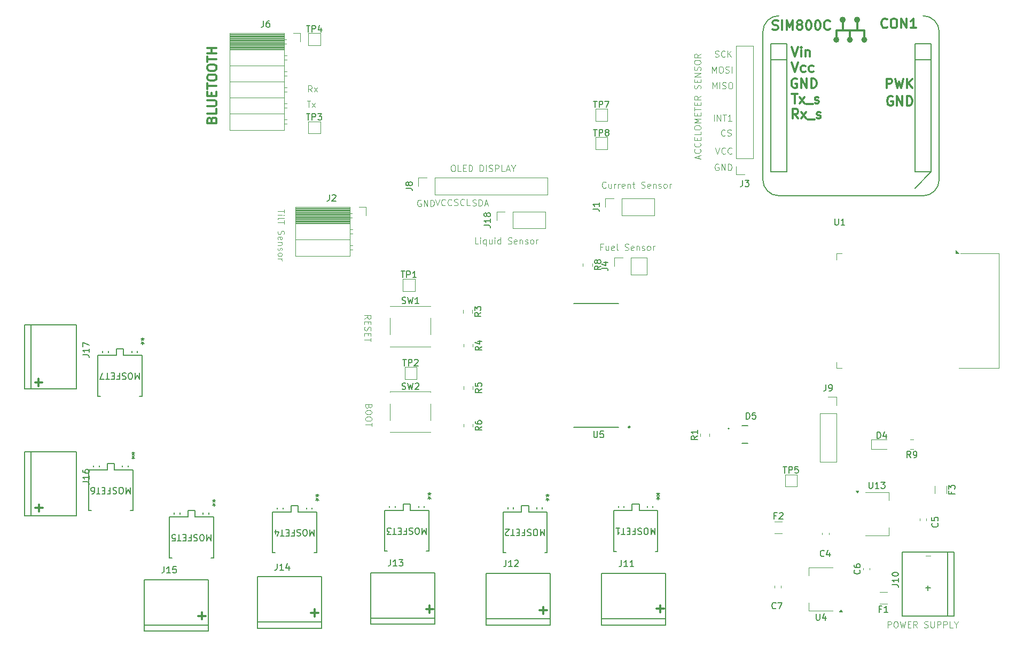
<source format=gbr>
%TF.GenerationSoftware,KiCad,Pcbnew,8.0.0*%
%TF.CreationDate,2025-03-23T20:25:23+05:30*%
%TF.ProjectId,MCU_motorcycle,4d43555f-6d6f-4746-9f72-6379636c652e,rev?*%
%TF.SameCoordinates,Original*%
%TF.FileFunction,Legend,Top*%
%TF.FilePolarity,Positive*%
%FSLAX46Y46*%
G04 Gerber Fmt 4.6, Leading zero omitted, Abs format (unit mm)*
G04 Created by KiCad (PCBNEW 8.0.0) date 2025-03-23 20:25:23*
%MOMM*%
%LPD*%
G01*
G04 APERTURE LIST*
%ADD10C,0.300000*%
%ADD11C,0.100000*%
%ADD12C,0.150000*%
%ADD13C,0.152400*%
%ADD14C,0.127000*%
%ADD15C,0.120000*%
%ADD16C,0.240000*%
%ADD17C,0.200000*%
%ADD18C,0.304800*%
%ADD19C,0.508000*%
G04 APERTURE END LIST*
D10*
X56231310Y-103979000D02*
X57374168Y-103979000D01*
X56802739Y-104550428D02*
X56802739Y-103407571D01*
X56282110Y-123892600D02*
X57424968Y-123892600D01*
X56853539Y-124464028D02*
X56853539Y-123321171D01*
X82088510Y-141012200D02*
X83231368Y-141012200D01*
X82659939Y-141583628D02*
X82659939Y-140440771D01*
X99970110Y-140555000D02*
X101112968Y-140555000D01*
X100541539Y-141126428D02*
X100541539Y-139983571D01*
X118207310Y-139945400D02*
X119350168Y-139945400D01*
X118778739Y-140516828D02*
X118778739Y-139373971D01*
X136190510Y-140148600D02*
X137333368Y-140148600D01*
X136761939Y-140720028D02*
X136761939Y-139577171D01*
X154732510Y-139894600D02*
X155875368Y-139894600D01*
X155303939Y-140466028D02*
X155303939Y-139323171D01*
D11*
X100097353Y-57843240D02*
X99764020Y-57367049D01*
X99525925Y-57843240D02*
X99525925Y-56843240D01*
X99525925Y-56843240D02*
X99906877Y-56843240D01*
X99906877Y-56843240D02*
X100002115Y-56890859D01*
X100002115Y-56890859D02*
X100049734Y-56938478D01*
X100049734Y-56938478D02*
X100097353Y-57033716D01*
X100097353Y-57033716D02*
X100097353Y-57176573D01*
X100097353Y-57176573D02*
X100049734Y-57271811D01*
X100049734Y-57271811D02*
X100002115Y-57319430D01*
X100002115Y-57319430D02*
X99906877Y-57367049D01*
X99906877Y-57367049D02*
X99525925Y-57367049D01*
X100430687Y-57843240D02*
X100954496Y-57176573D01*
X100430687Y-57176573D02*
X100954496Y-57843240D01*
X164547693Y-69340038D02*
X164452455Y-69292419D01*
X164452455Y-69292419D02*
X164309598Y-69292419D01*
X164309598Y-69292419D02*
X164166741Y-69340038D01*
X164166741Y-69340038D02*
X164071503Y-69435276D01*
X164071503Y-69435276D02*
X164023884Y-69530514D01*
X164023884Y-69530514D02*
X163976265Y-69720990D01*
X163976265Y-69720990D02*
X163976265Y-69863847D01*
X163976265Y-69863847D02*
X164023884Y-70054323D01*
X164023884Y-70054323D02*
X164071503Y-70149561D01*
X164071503Y-70149561D02*
X164166741Y-70244800D01*
X164166741Y-70244800D02*
X164309598Y-70292419D01*
X164309598Y-70292419D02*
X164404836Y-70292419D01*
X164404836Y-70292419D02*
X164547693Y-70244800D01*
X164547693Y-70244800D02*
X164595312Y-70197180D01*
X164595312Y-70197180D02*
X164595312Y-69863847D01*
X164595312Y-69863847D02*
X164404836Y-69863847D01*
X165023884Y-70292419D02*
X165023884Y-69292419D01*
X165023884Y-69292419D02*
X165595312Y-70292419D01*
X165595312Y-70292419D02*
X165595312Y-69292419D01*
X166071503Y-70292419D02*
X166071503Y-69292419D01*
X166071503Y-69292419D02*
X166309598Y-69292419D01*
X166309598Y-69292419D02*
X166452455Y-69340038D01*
X166452455Y-69340038D02*
X166547693Y-69435276D01*
X166547693Y-69435276D02*
X166595312Y-69530514D01*
X166595312Y-69530514D02*
X166642931Y-69720990D01*
X166642931Y-69720990D02*
X166642931Y-69863847D01*
X166642931Y-69863847D02*
X166595312Y-70054323D01*
X166595312Y-70054323D02*
X166547693Y-70149561D01*
X166547693Y-70149561D02*
X166452455Y-70244800D01*
X166452455Y-70244800D02*
X166309598Y-70292419D01*
X166309598Y-70292419D02*
X166071503Y-70292419D01*
X125566265Y-75874800D02*
X125709122Y-75922419D01*
X125709122Y-75922419D02*
X125947217Y-75922419D01*
X125947217Y-75922419D02*
X126042455Y-75874800D01*
X126042455Y-75874800D02*
X126090074Y-75827180D01*
X126090074Y-75827180D02*
X126137693Y-75731942D01*
X126137693Y-75731942D02*
X126137693Y-75636704D01*
X126137693Y-75636704D02*
X126090074Y-75541466D01*
X126090074Y-75541466D02*
X126042455Y-75493847D01*
X126042455Y-75493847D02*
X125947217Y-75446228D01*
X125947217Y-75446228D02*
X125756741Y-75398609D01*
X125756741Y-75398609D02*
X125661503Y-75350990D01*
X125661503Y-75350990D02*
X125613884Y-75303371D01*
X125613884Y-75303371D02*
X125566265Y-75208133D01*
X125566265Y-75208133D02*
X125566265Y-75112895D01*
X125566265Y-75112895D02*
X125613884Y-75017657D01*
X125613884Y-75017657D02*
X125661503Y-74970038D01*
X125661503Y-74970038D02*
X125756741Y-74922419D01*
X125756741Y-74922419D02*
X125994836Y-74922419D01*
X125994836Y-74922419D02*
X126137693Y-74970038D01*
X126566265Y-75922419D02*
X126566265Y-74922419D01*
X126566265Y-74922419D02*
X126804360Y-74922419D01*
X126804360Y-74922419D02*
X126947217Y-74970038D01*
X126947217Y-74970038D02*
X127042455Y-75065276D01*
X127042455Y-75065276D02*
X127090074Y-75160514D01*
X127090074Y-75160514D02*
X127137693Y-75350990D01*
X127137693Y-75350990D02*
X127137693Y-75493847D01*
X127137693Y-75493847D02*
X127090074Y-75684323D01*
X127090074Y-75684323D02*
X127042455Y-75779561D01*
X127042455Y-75779561D02*
X126947217Y-75874800D01*
X126947217Y-75874800D02*
X126804360Y-75922419D01*
X126804360Y-75922419D02*
X126566265Y-75922419D01*
X127518646Y-75636704D02*
X127994836Y-75636704D01*
X127423408Y-75922419D02*
X127756741Y-74922419D01*
X127756741Y-74922419D02*
X128090074Y-75922419D01*
D10*
X176165225Y-50700828D02*
X176665225Y-52200828D01*
X176665225Y-52200828D02*
X177165225Y-50700828D01*
X177665224Y-52200828D02*
X177665224Y-51200828D01*
X177665224Y-50700828D02*
X177593796Y-50772257D01*
X177593796Y-50772257D02*
X177665224Y-50843685D01*
X177665224Y-50843685D02*
X177736653Y-50772257D01*
X177736653Y-50772257D02*
X177665224Y-50700828D01*
X177665224Y-50700828D02*
X177665224Y-50843685D01*
X178379510Y-51200828D02*
X178379510Y-52200828D01*
X178379510Y-51343685D02*
X178450939Y-51272257D01*
X178450939Y-51272257D02*
X178593796Y-51200828D01*
X178593796Y-51200828D02*
X178808082Y-51200828D01*
X178808082Y-51200828D02*
X178950939Y-51272257D01*
X178950939Y-51272257D02*
X179022368Y-51415114D01*
X179022368Y-51415114D02*
X179022368Y-52200828D01*
D11*
X119681027Y-74882419D02*
X120014360Y-75882419D01*
X120014360Y-75882419D02*
X120347693Y-74882419D01*
X121252455Y-75787180D02*
X121204836Y-75834800D01*
X121204836Y-75834800D02*
X121061979Y-75882419D01*
X121061979Y-75882419D02*
X120966741Y-75882419D01*
X120966741Y-75882419D02*
X120823884Y-75834800D01*
X120823884Y-75834800D02*
X120728646Y-75739561D01*
X120728646Y-75739561D02*
X120681027Y-75644323D01*
X120681027Y-75644323D02*
X120633408Y-75453847D01*
X120633408Y-75453847D02*
X120633408Y-75310990D01*
X120633408Y-75310990D02*
X120681027Y-75120514D01*
X120681027Y-75120514D02*
X120728646Y-75025276D01*
X120728646Y-75025276D02*
X120823884Y-74930038D01*
X120823884Y-74930038D02*
X120966741Y-74882419D01*
X120966741Y-74882419D02*
X121061979Y-74882419D01*
X121061979Y-74882419D02*
X121204836Y-74930038D01*
X121204836Y-74930038D02*
X121252455Y-74977657D01*
X122252455Y-75787180D02*
X122204836Y-75834800D01*
X122204836Y-75834800D02*
X122061979Y-75882419D01*
X122061979Y-75882419D02*
X121966741Y-75882419D01*
X121966741Y-75882419D02*
X121823884Y-75834800D01*
X121823884Y-75834800D02*
X121728646Y-75739561D01*
X121728646Y-75739561D02*
X121681027Y-75644323D01*
X121681027Y-75644323D02*
X121633408Y-75453847D01*
X121633408Y-75453847D02*
X121633408Y-75310990D01*
X121633408Y-75310990D02*
X121681027Y-75120514D01*
X121681027Y-75120514D02*
X121728646Y-75025276D01*
X121728646Y-75025276D02*
X121823884Y-74930038D01*
X121823884Y-74930038D02*
X121966741Y-74882419D01*
X121966741Y-74882419D02*
X122061979Y-74882419D01*
X122061979Y-74882419D02*
X122204836Y-74930038D01*
X122204836Y-74930038D02*
X122252455Y-74977657D01*
D10*
X191286653Y-47557971D02*
X191215225Y-47629400D01*
X191215225Y-47629400D02*
X191000939Y-47700828D01*
X191000939Y-47700828D02*
X190858082Y-47700828D01*
X190858082Y-47700828D02*
X190643796Y-47629400D01*
X190643796Y-47629400D02*
X190500939Y-47486542D01*
X190500939Y-47486542D02*
X190429510Y-47343685D01*
X190429510Y-47343685D02*
X190358082Y-47057971D01*
X190358082Y-47057971D02*
X190358082Y-46843685D01*
X190358082Y-46843685D02*
X190429510Y-46557971D01*
X190429510Y-46557971D02*
X190500939Y-46415114D01*
X190500939Y-46415114D02*
X190643796Y-46272257D01*
X190643796Y-46272257D02*
X190858082Y-46200828D01*
X190858082Y-46200828D02*
X191000939Y-46200828D01*
X191000939Y-46200828D02*
X191215225Y-46272257D01*
X191215225Y-46272257D02*
X191286653Y-46343685D01*
X192215225Y-46200828D02*
X192500939Y-46200828D01*
X192500939Y-46200828D02*
X192643796Y-46272257D01*
X192643796Y-46272257D02*
X192786653Y-46415114D01*
X192786653Y-46415114D02*
X192858082Y-46700828D01*
X192858082Y-46700828D02*
X192858082Y-47200828D01*
X192858082Y-47200828D02*
X192786653Y-47486542D01*
X192786653Y-47486542D02*
X192643796Y-47629400D01*
X192643796Y-47629400D02*
X192500939Y-47700828D01*
X192500939Y-47700828D02*
X192215225Y-47700828D01*
X192215225Y-47700828D02*
X192072368Y-47629400D01*
X192072368Y-47629400D02*
X191929510Y-47486542D01*
X191929510Y-47486542D02*
X191858082Y-47200828D01*
X191858082Y-47200828D02*
X191858082Y-46700828D01*
X191858082Y-46700828D02*
X191929510Y-46415114D01*
X191929510Y-46415114D02*
X192072368Y-46272257D01*
X192072368Y-46272257D02*
X192215225Y-46200828D01*
X193500939Y-47700828D02*
X193500939Y-46200828D01*
X193500939Y-46200828D02*
X194358082Y-47700828D01*
X194358082Y-47700828D02*
X194358082Y-46200828D01*
X195858083Y-47700828D02*
X195000940Y-47700828D01*
X195429511Y-47700828D02*
X195429511Y-46200828D01*
X195429511Y-46200828D02*
X195286654Y-46415114D01*
X195286654Y-46415114D02*
X195143797Y-46557971D01*
X195143797Y-46557971D02*
X195000940Y-46629400D01*
D11*
X109111390Y-107757217D02*
X109063771Y-107900074D01*
X109063771Y-107900074D02*
X109016152Y-107947693D01*
X109016152Y-107947693D02*
X108920914Y-107995312D01*
X108920914Y-107995312D02*
X108778057Y-107995312D01*
X108778057Y-107995312D02*
X108682819Y-107947693D01*
X108682819Y-107947693D02*
X108635200Y-107900074D01*
X108635200Y-107900074D02*
X108587580Y-107804836D01*
X108587580Y-107804836D02*
X108587580Y-107423884D01*
X108587580Y-107423884D02*
X109587580Y-107423884D01*
X109587580Y-107423884D02*
X109587580Y-107757217D01*
X109587580Y-107757217D02*
X109539961Y-107852455D01*
X109539961Y-107852455D02*
X109492342Y-107900074D01*
X109492342Y-107900074D02*
X109397104Y-107947693D01*
X109397104Y-107947693D02*
X109301866Y-107947693D01*
X109301866Y-107947693D02*
X109206628Y-107900074D01*
X109206628Y-107900074D02*
X109159009Y-107852455D01*
X109159009Y-107852455D02*
X109111390Y-107757217D01*
X109111390Y-107757217D02*
X109111390Y-107423884D01*
X109587580Y-108614360D02*
X109587580Y-108804836D01*
X109587580Y-108804836D02*
X109539961Y-108900074D01*
X109539961Y-108900074D02*
X109444723Y-108995312D01*
X109444723Y-108995312D02*
X109254247Y-109042931D01*
X109254247Y-109042931D02*
X108920914Y-109042931D01*
X108920914Y-109042931D02*
X108730438Y-108995312D01*
X108730438Y-108995312D02*
X108635200Y-108900074D01*
X108635200Y-108900074D02*
X108587580Y-108804836D01*
X108587580Y-108804836D02*
X108587580Y-108614360D01*
X108587580Y-108614360D02*
X108635200Y-108519122D01*
X108635200Y-108519122D02*
X108730438Y-108423884D01*
X108730438Y-108423884D02*
X108920914Y-108376265D01*
X108920914Y-108376265D02*
X109254247Y-108376265D01*
X109254247Y-108376265D02*
X109444723Y-108423884D01*
X109444723Y-108423884D02*
X109539961Y-108519122D01*
X109539961Y-108519122D02*
X109587580Y-108614360D01*
X109587580Y-109661979D02*
X109587580Y-109852455D01*
X109587580Y-109852455D02*
X109539961Y-109947693D01*
X109539961Y-109947693D02*
X109444723Y-110042931D01*
X109444723Y-110042931D02*
X109254247Y-110090550D01*
X109254247Y-110090550D02*
X108920914Y-110090550D01*
X108920914Y-110090550D02*
X108730438Y-110042931D01*
X108730438Y-110042931D02*
X108635200Y-109947693D01*
X108635200Y-109947693D02*
X108587580Y-109852455D01*
X108587580Y-109852455D02*
X108587580Y-109661979D01*
X108587580Y-109661979D02*
X108635200Y-109566741D01*
X108635200Y-109566741D02*
X108730438Y-109471503D01*
X108730438Y-109471503D02*
X108920914Y-109423884D01*
X108920914Y-109423884D02*
X109254247Y-109423884D01*
X109254247Y-109423884D02*
X109444723Y-109471503D01*
X109444723Y-109471503D02*
X109539961Y-109566741D01*
X109539961Y-109566741D02*
X109587580Y-109661979D01*
X109587580Y-110376265D02*
X109587580Y-110947693D01*
X108587580Y-110661979D02*
X109587580Y-110661979D01*
X191373884Y-142882419D02*
X191373884Y-141882419D01*
X191373884Y-141882419D02*
X191754836Y-141882419D01*
X191754836Y-141882419D02*
X191850074Y-141930038D01*
X191850074Y-141930038D02*
X191897693Y-141977657D01*
X191897693Y-141977657D02*
X191945312Y-142072895D01*
X191945312Y-142072895D02*
X191945312Y-142215752D01*
X191945312Y-142215752D02*
X191897693Y-142310990D01*
X191897693Y-142310990D02*
X191850074Y-142358609D01*
X191850074Y-142358609D02*
X191754836Y-142406228D01*
X191754836Y-142406228D02*
X191373884Y-142406228D01*
X192564360Y-141882419D02*
X192754836Y-141882419D01*
X192754836Y-141882419D02*
X192850074Y-141930038D01*
X192850074Y-141930038D02*
X192945312Y-142025276D01*
X192945312Y-142025276D02*
X192992931Y-142215752D01*
X192992931Y-142215752D02*
X192992931Y-142549085D01*
X192992931Y-142549085D02*
X192945312Y-142739561D01*
X192945312Y-142739561D02*
X192850074Y-142834800D01*
X192850074Y-142834800D02*
X192754836Y-142882419D01*
X192754836Y-142882419D02*
X192564360Y-142882419D01*
X192564360Y-142882419D02*
X192469122Y-142834800D01*
X192469122Y-142834800D02*
X192373884Y-142739561D01*
X192373884Y-142739561D02*
X192326265Y-142549085D01*
X192326265Y-142549085D02*
X192326265Y-142215752D01*
X192326265Y-142215752D02*
X192373884Y-142025276D01*
X192373884Y-142025276D02*
X192469122Y-141930038D01*
X192469122Y-141930038D02*
X192564360Y-141882419D01*
X193326265Y-141882419D02*
X193564360Y-142882419D01*
X193564360Y-142882419D02*
X193754836Y-142168133D01*
X193754836Y-142168133D02*
X193945312Y-142882419D01*
X193945312Y-142882419D02*
X194183408Y-141882419D01*
X194564360Y-142358609D02*
X194897693Y-142358609D01*
X195040550Y-142882419D02*
X194564360Y-142882419D01*
X194564360Y-142882419D02*
X194564360Y-141882419D01*
X194564360Y-141882419D02*
X195040550Y-141882419D01*
X196040550Y-142882419D02*
X195707217Y-142406228D01*
X195469122Y-142882419D02*
X195469122Y-141882419D01*
X195469122Y-141882419D02*
X195850074Y-141882419D01*
X195850074Y-141882419D02*
X195945312Y-141930038D01*
X195945312Y-141930038D02*
X195992931Y-141977657D01*
X195992931Y-141977657D02*
X196040550Y-142072895D01*
X196040550Y-142072895D02*
X196040550Y-142215752D01*
X196040550Y-142215752D02*
X195992931Y-142310990D01*
X195992931Y-142310990D02*
X195945312Y-142358609D01*
X195945312Y-142358609D02*
X195850074Y-142406228D01*
X195850074Y-142406228D02*
X195469122Y-142406228D01*
X197183408Y-142834800D02*
X197326265Y-142882419D01*
X197326265Y-142882419D02*
X197564360Y-142882419D01*
X197564360Y-142882419D02*
X197659598Y-142834800D01*
X197659598Y-142834800D02*
X197707217Y-142787180D01*
X197707217Y-142787180D02*
X197754836Y-142691942D01*
X197754836Y-142691942D02*
X197754836Y-142596704D01*
X197754836Y-142596704D02*
X197707217Y-142501466D01*
X197707217Y-142501466D02*
X197659598Y-142453847D01*
X197659598Y-142453847D02*
X197564360Y-142406228D01*
X197564360Y-142406228D02*
X197373884Y-142358609D01*
X197373884Y-142358609D02*
X197278646Y-142310990D01*
X197278646Y-142310990D02*
X197231027Y-142263371D01*
X197231027Y-142263371D02*
X197183408Y-142168133D01*
X197183408Y-142168133D02*
X197183408Y-142072895D01*
X197183408Y-142072895D02*
X197231027Y-141977657D01*
X197231027Y-141977657D02*
X197278646Y-141930038D01*
X197278646Y-141930038D02*
X197373884Y-141882419D01*
X197373884Y-141882419D02*
X197611979Y-141882419D01*
X197611979Y-141882419D02*
X197754836Y-141930038D01*
X198183408Y-141882419D02*
X198183408Y-142691942D01*
X198183408Y-142691942D02*
X198231027Y-142787180D01*
X198231027Y-142787180D02*
X198278646Y-142834800D01*
X198278646Y-142834800D02*
X198373884Y-142882419D01*
X198373884Y-142882419D02*
X198564360Y-142882419D01*
X198564360Y-142882419D02*
X198659598Y-142834800D01*
X198659598Y-142834800D02*
X198707217Y-142787180D01*
X198707217Y-142787180D02*
X198754836Y-142691942D01*
X198754836Y-142691942D02*
X198754836Y-141882419D01*
X199231027Y-142882419D02*
X199231027Y-141882419D01*
X199231027Y-141882419D02*
X199611979Y-141882419D01*
X199611979Y-141882419D02*
X199707217Y-141930038D01*
X199707217Y-141930038D02*
X199754836Y-141977657D01*
X199754836Y-141977657D02*
X199802455Y-142072895D01*
X199802455Y-142072895D02*
X199802455Y-142215752D01*
X199802455Y-142215752D02*
X199754836Y-142310990D01*
X199754836Y-142310990D02*
X199707217Y-142358609D01*
X199707217Y-142358609D02*
X199611979Y-142406228D01*
X199611979Y-142406228D02*
X199231027Y-142406228D01*
X200231027Y-142882419D02*
X200231027Y-141882419D01*
X200231027Y-141882419D02*
X200611979Y-141882419D01*
X200611979Y-141882419D02*
X200707217Y-141930038D01*
X200707217Y-141930038D02*
X200754836Y-141977657D01*
X200754836Y-141977657D02*
X200802455Y-142072895D01*
X200802455Y-142072895D02*
X200802455Y-142215752D01*
X200802455Y-142215752D02*
X200754836Y-142310990D01*
X200754836Y-142310990D02*
X200707217Y-142358609D01*
X200707217Y-142358609D02*
X200611979Y-142406228D01*
X200611979Y-142406228D02*
X200231027Y-142406228D01*
X201707217Y-142882419D02*
X201231027Y-142882419D01*
X201231027Y-142882419D02*
X201231027Y-141882419D01*
X202231027Y-142406228D02*
X202231027Y-142882419D01*
X201897694Y-141882419D02*
X202231027Y-142406228D01*
X202231027Y-142406228D02*
X202564360Y-141882419D01*
X117387693Y-75050038D02*
X117292455Y-75002419D01*
X117292455Y-75002419D02*
X117149598Y-75002419D01*
X117149598Y-75002419D02*
X117006741Y-75050038D01*
X117006741Y-75050038D02*
X116911503Y-75145276D01*
X116911503Y-75145276D02*
X116863884Y-75240514D01*
X116863884Y-75240514D02*
X116816265Y-75430990D01*
X116816265Y-75430990D02*
X116816265Y-75573847D01*
X116816265Y-75573847D02*
X116863884Y-75764323D01*
X116863884Y-75764323D02*
X116911503Y-75859561D01*
X116911503Y-75859561D02*
X117006741Y-75954800D01*
X117006741Y-75954800D02*
X117149598Y-76002419D01*
X117149598Y-76002419D02*
X117244836Y-76002419D01*
X117244836Y-76002419D02*
X117387693Y-75954800D01*
X117387693Y-75954800D02*
X117435312Y-75907180D01*
X117435312Y-75907180D02*
X117435312Y-75573847D01*
X117435312Y-75573847D02*
X117244836Y-75573847D01*
X117863884Y-76002419D02*
X117863884Y-75002419D01*
X117863884Y-75002419D02*
X118435312Y-76002419D01*
X118435312Y-76002419D02*
X118435312Y-75002419D01*
X118911503Y-76002419D02*
X118911503Y-75002419D01*
X118911503Y-75002419D02*
X119149598Y-75002419D01*
X119149598Y-75002419D02*
X119292455Y-75050038D01*
X119292455Y-75050038D02*
X119387693Y-75145276D01*
X119387693Y-75145276D02*
X119435312Y-75240514D01*
X119435312Y-75240514D02*
X119482931Y-75430990D01*
X119482931Y-75430990D02*
X119482931Y-75573847D01*
X119482931Y-75573847D02*
X119435312Y-75764323D01*
X119435312Y-75764323D02*
X119387693Y-75859561D01*
X119387693Y-75859561D02*
X119292455Y-75954800D01*
X119292455Y-75954800D02*
X119149598Y-76002419D01*
X119149598Y-76002419D02*
X118911503Y-76002419D01*
X197403884Y-131511466D02*
X198165789Y-131511466D01*
D10*
X173133082Y-47919400D02*
X173347368Y-47990828D01*
X173347368Y-47990828D02*
X173704510Y-47990828D01*
X173704510Y-47990828D02*
X173847368Y-47919400D01*
X173847368Y-47919400D02*
X173918796Y-47847971D01*
X173918796Y-47847971D02*
X173990225Y-47705114D01*
X173990225Y-47705114D02*
X173990225Y-47562257D01*
X173990225Y-47562257D02*
X173918796Y-47419400D01*
X173918796Y-47419400D02*
X173847368Y-47347971D01*
X173847368Y-47347971D02*
X173704510Y-47276542D01*
X173704510Y-47276542D02*
X173418796Y-47205114D01*
X173418796Y-47205114D02*
X173275939Y-47133685D01*
X173275939Y-47133685D02*
X173204510Y-47062257D01*
X173204510Y-47062257D02*
X173133082Y-46919400D01*
X173133082Y-46919400D02*
X173133082Y-46776542D01*
X173133082Y-46776542D02*
X173204510Y-46633685D01*
X173204510Y-46633685D02*
X173275939Y-46562257D01*
X173275939Y-46562257D02*
X173418796Y-46490828D01*
X173418796Y-46490828D02*
X173775939Y-46490828D01*
X173775939Y-46490828D02*
X173990225Y-46562257D01*
X174633081Y-47990828D02*
X174633081Y-46490828D01*
X175347367Y-47990828D02*
X175347367Y-46490828D01*
X175347367Y-46490828D02*
X175847367Y-47562257D01*
X175847367Y-47562257D02*
X176347367Y-46490828D01*
X176347367Y-46490828D02*
X176347367Y-47990828D01*
X177275939Y-47133685D02*
X177133082Y-47062257D01*
X177133082Y-47062257D02*
X177061653Y-46990828D01*
X177061653Y-46990828D02*
X176990225Y-46847971D01*
X176990225Y-46847971D02*
X176990225Y-46776542D01*
X176990225Y-46776542D02*
X177061653Y-46633685D01*
X177061653Y-46633685D02*
X177133082Y-46562257D01*
X177133082Y-46562257D02*
X177275939Y-46490828D01*
X177275939Y-46490828D02*
X177561653Y-46490828D01*
X177561653Y-46490828D02*
X177704511Y-46562257D01*
X177704511Y-46562257D02*
X177775939Y-46633685D01*
X177775939Y-46633685D02*
X177847368Y-46776542D01*
X177847368Y-46776542D02*
X177847368Y-46847971D01*
X177847368Y-46847971D02*
X177775939Y-46990828D01*
X177775939Y-46990828D02*
X177704511Y-47062257D01*
X177704511Y-47062257D02*
X177561653Y-47133685D01*
X177561653Y-47133685D02*
X177275939Y-47133685D01*
X177275939Y-47133685D02*
X177133082Y-47205114D01*
X177133082Y-47205114D02*
X177061653Y-47276542D01*
X177061653Y-47276542D02*
X176990225Y-47419400D01*
X176990225Y-47419400D02*
X176990225Y-47705114D01*
X176990225Y-47705114D02*
X177061653Y-47847971D01*
X177061653Y-47847971D02*
X177133082Y-47919400D01*
X177133082Y-47919400D02*
X177275939Y-47990828D01*
X177275939Y-47990828D02*
X177561653Y-47990828D01*
X177561653Y-47990828D02*
X177704511Y-47919400D01*
X177704511Y-47919400D02*
X177775939Y-47847971D01*
X177775939Y-47847971D02*
X177847368Y-47705114D01*
X177847368Y-47705114D02*
X177847368Y-47419400D01*
X177847368Y-47419400D02*
X177775939Y-47276542D01*
X177775939Y-47276542D02*
X177704511Y-47205114D01*
X177704511Y-47205114D02*
X177561653Y-47133685D01*
X178775939Y-46490828D02*
X178918796Y-46490828D01*
X178918796Y-46490828D02*
X179061653Y-46562257D01*
X179061653Y-46562257D02*
X179133082Y-46633685D01*
X179133082Y-46633685D02*
X179204510Y-46776542D01*
X179204510Y-46776542D02*
X179275939Y-47062257D01*
X179275939Y-47062257D02*
X179275939Y-47419400D01*
X179275939Y-47419400D02*
X179204510Y-47705114D01*
X179204510Y-47705114D02*
X179133082Y-47847971D01*
X179133082Y-47847971D02*
X179061653Y-47919400D01*
X179061653Y-47919400D02*
X178918796Y-47990828D01*
X178918796Y-47990828D02*
X178775939Y-47990828D01*
X178775939Y-47990828D02*
X178633082Y-47919400D01*
X178633082Y-47919400D02*
X178561653Y-47847971D01*
X178561653Y-47847971D02*
X178490224Y-47705114D01*
X178490224Y-47705114D02*
X178418796Y-47419400D01*
X178418796Y-47419400D02*
X178418796Y-47062257D01*
X178418796Y-47062257D02*
X178490224Y-46776542D01*
X178490224Y-46776542D02*
X178561653Y-46633685D01*
X178561653Y-46633685D02*
X178633082Y-46562257D01*
X178633082Y-46562257D02*
X178775939Y-46490828D01*
X180204510Y-46490828D02*
X180347367Y-46490828D01*
X180347367Y-46490828D02*
X180490224Y-46562257D01*
X180490224Y-46562257D02*
X180561653Y-46633685D01*
X180561653Y-46633685D02*
X180633081Y-46776542D01*
X180633081Y-46776542D02*
X180704510Y-47062257D01*
X180704510Y-47062257D02*
X180704510Y-47419400D01*
X180704510Y-47419400D02*
X180633081Y-47705114D01*
X180633081Y-47705114D02*
X180561653Y-47847971D01*
X180561653Y-47847971D02*
X180490224Y-47919400D01*
X180490224Y-47919400D02*
X180347367Y-47990828D01*
X180347367Y-47990828D02*
X180204510Y-47990828D01*
X180204510Y-47990828D02*
X180061653Y-47919400D01*
X180061653Y-47919400D02*
X179990224Y-47847971D01*
X179990224Y-47847971D02*
X179918795Y-47705114D01*
X179918795Y-47705114D02*
X179847367Y-47419400D01*
X179847367Y-47419400D02*
X179847367Y-47062257D01*
X179847367Y-47062257D02*
X179918795Y-46776542D01*
X179918795Y-46776542D02*
X179990224Y-46633685D01*
X179990224Y-46633685D02*
X180061653Y-46562257D01*
X180061653Y-46562257D02*
X180204510Y-46490828D01*
X182204509Y-47847971D02*
X182133081Y-47919400D01*
X182133081Y-47919400D02*
X181918795Y-47990828D01*
X181918795Y-47990828D02*
X181775938Y-47990828D01*
X181775938Y-47990828D02*
X181561652Y-47919400D01*
X181561652Y-47919400D02*
X181418795Y-47776542D01*
X181418795Y-47776542D02*
X181347366Y-47633685D01*
X181347366Y-47633685D02*
X181275938Y-47347971D01*
X181275938Y-47347971D02*
X181275938Y-47133685D01*
X181275938Y-47133685D02*
X181347366Y-46847971D01*
X181347366Y-46847971D02*
X181418795Y-46705114D01*
X181418795Y-46705114D02*
X181561652Y-46562257D01*
X181561652Y-46562257D02*
X181775938Y-46490828D01*
X181775938Y-46490828D02*
X181918795Y-46490828D01*
X181918795Y-46490828D02*
X182133081Y-46562257D01*
X182133081Y-46562257D02*
X182204509Y-46633685D01*
D11*
X163513884Y-54822419D02*
X163513884Y-53822419D01*
X163513884Y-53822419D02*
X163847217Y-54536704D01*
X163847217Y-54536704D02*
X164180550Y-53822419D01*
X164180550Y-53822419D02*
X164180550Y-54822419D01*
X164847217Y-53822419D02*
X165037693Y-53822419D01*
X165037693Y-53822419D02*
X165132931Y-53870038D01*
X165132931Y-53870038D02*
X165228169Y-53965276D01*
X165228169Y-53965276D02*
X165275788Y-54155752D01*
X165275788Y-54155752D02*
X165275788Y-54489085D01*
X165275788Y-54489085D02*
X165228169Y-54679561D01*
X165228169Y-54679561D02*
X165132931Y-54774800D01*
X165132931Y-54774800D02*
X165037693Y-54822419D01*
X165037693Y-54822419D02*
X164847217Y-54822419D01*
X164847217Y-54822419D02*
X164751979Y-54774800D01*
X164751979Y-54774800D02*
X164656741Y-54679561D01*
X164656741Y-54679561D02*
X164609122Y-54489085D01*
X164609122Y-54489085D02*
X164609122Y-54155752D01*
X164609122Y-54155752D02*
X164656741Y-53965276D01*
X164656741Y-53965276D02*
X164751979Y-53870038D01*
X164751979Y-53870038D02*
X164847217Y-53822419D01*
X165656741Y-54774800D02*
X165799598Y-54822419D01*
X165799598Y-54822419D02*
X166037693Y-54822419D01*
X166037693Y-54822419D02*
X166132931Y-54774800D01*
X166132931Y-54774800D02*
X166180550Y-54727180D01*
X166180550Y-54727180D02*
X166228169Y-54631942D01*
X166228169Y-54631942D02*
X166228169Y-54536704D01*
X166228169Y-54536704D02*
X166180550Y-54441466D01*
X166180550Y-54441466D02*
X166132931Y-54393847D01*
X166132931Y-54393847D02*
X166037693Y-54346228D01*
X166037693Y-54346228D02*
X165847217Y-54298609D01*
X165847217Y-54298609D02*
X165751979Y-54250990D01*
X165751979Y-54250990D02*
X165704360Y-54203371D01*
X165704360Y-54203371D02*
X165656741Y-54108133D01*
X165656741Y-54108133D02*
X165656741Y-54012895D01*
X165656741Y-54012895D02*
X165704360Y-53917657D01*
X165704360Y-53917657D02*
X165751979Y-53870038D01*
X165751979Y-53870038D02*
X165847217Y-53822419D01*
X165847217Y-53822419D02*
X166085312Y-53822419D01*
X166085312Y-53822419D02*
X166228169Y-53870038D01*
X166656741Y-54822419D02*
X166656741Y-53822419D01*
D10*
X177186653Y-62050828D02*
X176686653Y-61336542D01*
X176329510Y-62050828D02*
X176329510Y-60550828D01*
X176329510Y-60550828D02*
X176900939Y-60550828D01*
X176900939Y-60550828D02*
X177043796Y-60622257D01*
X177043796Y-60622257D02*
X177115225Y-60693685D01*
X177115225Y-60693685D02*
X177186653Y-60836542D01*
X177186653Y-60836542D02*
X177186653Y-61050828D01*
X177186653Y-61050828D02*
X177115225Y-61193685D01*
X177115225Y-61193685D02*
X177043796Y-61265114D01*
X177043796Y-61265114D02*
X176900939Y-61336542D01*
X176900939Y-61336542D02*
X176329510Y-61336542D01*
X177686653Y-62050828D02*
X178472368Y-61050828D01*
X177686653Y-61050828D02*
X178472368Y-62050828D01*
X178686654Y-62193685D02*
X179829511Y-62193685D01*
X180115225Y-61979400D02*
X180258082Y-62050828D01*
X180258082Y-62050828D02*
X180543796Y-62050828D01*
X180543796Y-62050828D02*
X180686653Y-61979400D01*
X180686653Y-61979400D02*
X180758082Y-61836542D01*
X180758082Y-61836542D02*
X180758082Y-61765114D01*
X180758082Y-61765114D02*
X180686653Y-61622257D01*
X180686653Y-61622257D02*
X180543796Y-61550828D01*
X180543796Y-61550828D02*
X180329511Y-61550828D01*
X180329511Y-61550828D02*
X180186653Y-61479400D01*
X180186653Y-61479400D02*
X180115225Y-61336542D01*
X180115225Y-61336542D02*
X180115225Y-61265114D01*
X180115225Y-61265114D02*
X180186653Y-61122257D01*
X180186653Y-61122257D02*
X180329511Y-61050828D01*
X180329511Y-61050828D02*
X180543796Y-61050828D01*
X180543796Y-61050828D02*
X180686653Y-61122257D01*
X176165225Y-53175828D02*
X176665225Y-54675828D01*
X176665225Y-54675828D02*
X177165225Y-53175828D01*
X178308082Y-54604400D02*
X178165224Y-54675828D01*
X178165224Y-54675828D02*
X177879510Y-54675828D01*
X177879510Y-54675828D02*
X177736653Y-54604400D01*
X177736653Y-54604400D02*
X177665224Y-54532971D01*
X177665224Y-54532971D02*
X177593796Y-54390114D01*
X177593796Y-54390114D02*
X177593796Y-53961542D01*
X177593796Y-53961542D02*
X177665224Y-53818685D01*
X177665224Y-53818685D02*
X177736653Y-53747257D01*
X177736653Y-53747257D02*
X177879510Y-53675828D01*
X177879510Y-53675828D02*
X178165224Y-53675828D01*
X178165224Y-53675828D02*
X178308082Y-53747257D01*
X179593796Y-54604400D02*
X179450938Y-54675828D01*
X179450938Y-54675828D02*
X179165224Y-54675828D01*
X179165224Y-54675828D02*
X179022367Y-54604400D01*
X179022367Y-54604400D02*
X178950938Y-54532971D01*
X178950938Y-54532971D02*
X178879510Y-54390114D01*
X178879510Y-54390114D02*
X178879510Y-53961542D01*
X178879510Y-53961542D02*
X178950938Y-53818685D01*
X178950938Y-53818685D02*
X179022367Y-53747257D01*
X179022367Y-53747257D02*
X179165224Y-53675828D01*
X179165224Y-53675828D02*
X179450938Y-53675828D01*
X179450938Y-53675828D02*
X179593796Y-53747257D01*
D11*
X95707580Y-76501027D02*
X95707580Y-77072455D01*
X94707580Y-76786741D02*
X95707580Y-76786741D01*
X94707580Y-77405789D02*
X95374247Y-77405789D01*
X95707580Y-77405789D02*
X95659961Y-77358170D01*
X95659961Y-77358170D02*
X95612342Y-77405789D01*
X95612342Y-77405789D02*
X95659961Y-77453408D01*
X95659961Y-77453408D02*
X95707580Y-77405789D01*
X95707580Y-77405789D02*
X95612342Y-77405789D01*
X94707580Y-78024836D02*
X94755200Y-77929598D01*
X94755200Y-77929598D02*
X94850438Y-77881979D01*
X94850438Y-77881979D02*
X95707580Y-77881979D01*
X95707580Y-78262932D02*
X95707580Y-78834360D01*
X94707580Y-78548646D02*
X95707580Y-78548646D01*
X94755200Y-79881980D02*
X94707580Y-80024837D01*
X94707580Y-80024837D02*
X94707580Y-80262932D01*
X94707580Y-80262932D02*
X94755200Y-80358170D01*
X94755200Y-80358170D02*
X94802819Y-80405789D01*
X94802819Y-80405789D02*
X94898057Y-80453408D01*
X94898057Y-80453408D02*
X94993295Y-80453408D01*
X94993295Y-80453408D02*
X95088533Y-80405789D01*
X95088533Y-80405789D02*
X95136152Y-80358170D01*
X95136152Y-80358170D02*
X95183771Y-80262932D01*
X95183771Y-80262932D02*
X95231390Y-80072456D01*
X95231390Y-80072456D02*
X95279009Y-79977218D01*
X95279009Y-79977218D02*
X95326628Y-79929599D01*
X95326628Y-79929599D02*
X95421866Y-79881980D01*
X95421866Y-79881980D02*
X95517104Y-79881980D01*
X95517104Y-79881980D02*
X95612342Y-79929599D01*
X95612342Y-79929599D02*
X95659961Y-79977218D01*
X95659961Y-79977218D02*
X95707580Y-80072456D01*
X95707580Y-80072456D02*
X95707580Y-80310551D01*
X95707580Y-80310551D02*
X95659961Y-80453408D01*
X94755200Y-81262932D02*
X94707580Y-81167694D01*
X94707580Y-81167694D02*
X94707580Y-80977218D01*
X94707580Y-80977218D02*
X94755200Y-80881980D01*
X94755200Y-80881980D02*
X94850438Y-80834361D01*
X94850438Y-80834361D02*
X95231390Y-80834361D01*
X95231390Y-80834361D02*
X95326628Y-80881980D01*
X95326628Y-80881980D02*
X95374247Y-80977218D01*
X95374247Y-80977218D02*
X95374247Y-81167694D01*
X95374247Y-81167694D02*
X95326628Y-81262932D01*
X95326628Y-81262932D02*
X95231390Y-81310551D01*
X95231390Y-81310551D02*
X95136152Y-81310551D01*
X95136152Y-81310551D02*
X95040914Y-80834361D01*
X95374247Y-81739123D02*
X94707580Y-81739123D01*
X95279009Y-81739123D02*
X95326628Y-81786742D01*
X95326628Y-81786742D02*
X95374247Y-81881980D01*
X95374247Y-81881980D02*
X95374247Y-82024837D01*
X95374247Y-82024837D02*
X95326628Y-82120075D01*
X95326628Y-82120075D02*
X95231390Y-82167694D01*
X95231390Y-82167694D02*
X94707580Y-82167694D01*
X94755200Y-82596266D02*
X94707580Y-82691504D01*
X94707580Y-82691504D02*
X94707580Y-82881980D01*
X94707580Y-82881980D02*
X94755200Y-82977218D01*
X94755200Y-82977218D02*
X94850438Y-83024837D01*
X94850438Y-83024837D02*
X94898057Y-83024837D01*
X94898057Y-83024837D02*
X94993295Y-82977218D01*
X94993295Y-82977218D02*
X95040914Y-82881980D01*
X95040914Y-82881980D02*
X95040914Y-82739123D01*
X95040914Y-82739123D02*
X95088533Y-82643885D01*
X95088533Y-82643885D02*
X95183771Y-82596266D01*
X95183771Y-82596266D02*
X95231390Y-82596266D01*
X95231390Y-82596266D02*
X95326628Y-82643885D01*
X95326628Y-82643885D02*
X95374247Y-82739123D01*
X95374247Y-82739123D02*
X95374247Y-82881980D01*
X95374247Y-82881980D02*
X95326628Y-82977218D01*
X94707580Y-83596266D02*
X94755200Y-83501028D01*
X94755200Y-83501028D02*
X94802819Y-83453409D01*
X94802819Y-83453409D02*
X94898057Y-83405790D01*
X94898057Y-83405790D02*
X95183771Y-83405790D01*
X95183771Y-83405790D02*
X95279009Y-83453409D01*
X95279009Y-83453409D02*
X95326628Y-83501028D01*
X95326628Y-83501028D02*
X95374247Y-83596266D01*
X95374247Y-83596266D02*
X95374247Y-83739123D01*
X95374247Y-83739123D02*
X95326628Y-83834361D01*
X95326628Y-83834361D02*
X95279009Y-83881980D01*
X95279009Y-83881980D02*
X95183771Y-83929599D01*
X95183771Y-83929599D02*
X94898057Y-83929599D01*
X94898057Y-83929599D02*
X94802819Y-83881980D01*
X94802819Y-83881980D02*
X94755200Y-83834361D01*
X94755200Y-83834361D02*
X94707580Y-83739123D01*
X94707580Y-83739123D02*
X94707580Y-83596266D01*
X94707580Y-84358171D02*
X95374247Y-84358171D01*
X95183771Y-84358171D02*
X95279009Y-84405790D01*
X95279009Y-84405790D02*
X95326628Y-84453409D01*
X95326628Y-84453409D02*
X95374247Y-84548647D01*
X95374247Y-84548647D02*
X95374247Y-84643885D01*
D10*
X176965225Y-55797257D02*
X176822368Y-55725828D01*
X176822368Y-55725828D02*
X176608082Y-55725828D01*
X176608082Y-55725828D02*
X176393796Y-55797257D01*
X176393796Y-55797257D02*
X176250939Y-55940114D01*
X176250939Y-55940114D02*
X176179510Y-56082971D01*
X176179510Y-56082971D02*
X176108082Y-56368685D01*
X176108082Y-56368685D02*
X176108082Y-56582971D01*
X176108082Y-56582971D02*
X176179510Y-56868685D01*
X176179510Y-56868685D02*
X176250939Y-57011542D01*
X176250939Y-57011542D02*
X176393796Y-57154400D01*
X176393796Y-57154400D02*
X176608082Y-57225828D01*
X176608082Y-57225828D02*
X176750939Y-57225828D01*
X176750939Y-57225828D02*
X176965225Y-57154400D01*
X176965225Y-57154400D02*
X177036653Y-57082971D01*
X177036653Y-57082971D02*
X177036653Y-56582971D01*
X177036653Y-56582971D02*
X176750939Y-56582971D01*
X177679510Y-57225828D02*
X177679510Y-55725828D01*
X177679510Y-55725828D02*
X178536653Y-57225828D01*
X178536653Y-57225828D02*
X178536653Y-55725828D01*
X179250939Y-57225828D02*
X179250939Y-55725828D01*
X179250939Y-55725828D02*
X179608082Y-55725828D01*
X179608082Y-55725828D02*
X179822368Y-55797257D01*
X179822368Y-55797257D02*
X179965225Y-55940114D01*
X179965225Y-55940114D02*
X180036654Y-56082971D01*
X180036654Y-56082971D02*
X180108082Y-56368685D01*
X180108082Y-56368685D02*
X180108082Y-56582971D01*
X180108082Y-56582971D02*
X180036654Y-56868685D01*
X180036654Y-56868685D02*
X179965225Y-57011542D01*
X179965225Y-57011542D02*
X179822368Y-57154400D01*
X179822368Y-57154400D02*
X179608082Y-57225828D01*
X179608082Y-57225828D02*
X179250939Y-57225828D01*
D11*
X99321027Y-59242419D02*
X99892455Y-59242419D01*
X99606741Y-60242419D02*
X99606741Y-59242419D01*
X100130551Y-60242419D02*
X100654360Y-59575752D01*
X100130551Y-59575752D02*
X100654360Y-60242419D01*
X146715312Y-73017180D02*
X146667693Y-73064800D01*
X146667693Y-73064800D02*
X146524836Y-73112419D01*
X146524836Y-73112419D02*
X146429598Y-73112419D01*
X146429598Y-73112419D02*
X146286741Y-73064800D01*
X146286741Y-73064800D02*
X146191503Y-72969561D01*
X146191503Y-72969561D02*
X146143884Y-72874323D01*
X146143884Y-72874323D02*
X146096265Y-72683847D01*
X146096265Y-72683847D02*
X146096265Y-72540990D01*
X146096265Y-72540990D02*
X146143884Y-72350514D01*
X146143884Y-72350514D02*
X146191503Y-72255276D01*
X146191503Y-72255276D02*
X146286741Y-72160038D01*
X146286741Y-72160038D02*
X146429598Y-72112419D01*
X146429598Y-72112419D02*
X146524836Y-72112419D01*
X146524836Y-72112419D02*
X146667693Y-72160038D01*
X146667693Y-72160038D02*
X146715312Y-72207657D01*
X147572455Y-72445752D02*
X147572455Y-73112419D01*
X147143884Y-72445752D02*
X147143884Y-72969561D01*
X147143884Y-72969561D02*
X147191503Y-73064800D01*
X147191503Y-73064800D02*
X147286741Y-73112419D01*
X147286741Y-73112419D02*
X147429598Y-73112419D01*
X147429598Y-73112419D02*
X147524836Y-73064800D01*
X147524836Y-73064800D02*
X147572455Y-73017180D01*
X148048646Y-73112419D02*
X148048646Y-72445752D01*
X148048646Y-72636228D02*
X148096265Y-72540990D01*
X148096265Y-72540990D02*
X148143884Y-72493371D01*
X148143884Y-72493371D02*
X148239122Y-72445752D01*
X148239122Y-72445752D02*
X148334360Y-72445752D01*
X148667694Y-73112419D02*
X148667694Y-72445752D01*
X148667694Y-72636228D02*
X148715313Y-72540990D01*
X148715313Y-72540990D02*
X148762932Y-72493371D01*
X148762932Y-72493371D02*
X148858170Y-72445752D01*
X148858170Y-72445752D02*
X148953408Y-72445752D01*
X149667694Y-73064800D02*
X149572456Y-73112419D01*
X149572456Y-73112419D02*
X149381980Y-73112419D01*
X149381980Y-73112419D02*
X149286742Y-73064800D01*
X149286742Y-73064800D02*
X149239123Y-72969561D01*
X149239123Y-72969561D02*
X149239123Y-72588609D01*
X149239123Y-72588609D02*
X149286742Y-72493371D01*
X149286742Y-72493371D02*
X149381980Y-72445752D01*
X149381980Y-72445752D02*
X149572456Y-72445752D01*
X149572456Y-72445752D02*
X149667694Y-72493371D01*
X149667694Y-72493371D02*
X149715313Y-72588609D01*
X149715313Y-72588609D02*
X149715313Y-72683847D01*
X149715313Y-72683847D02*
X149239123Y-72779085D01*
X150143885Y-72445752D02*
X150143885Y-73112419D01*
X150143885Y-72540990D02*
X150191504Y-72493371D01*
X150191504Y-72493371D02*
X150286742Y-72445752D01*
X150286742Y-72445752D02*
X150429599Y-72445752D01*
X150429599Y-72445752D02*
X150524837Y-72493371D01*
X150524837Y-72493371D02*
X150572456Y-72588609D01*
X150572456Y-72588609D02*
X150572456Y-73112419D01*
X150905790Y-72445752D02*
X151286742Y-72445752D01*
X151048647Y-72112419D02*
X151048647Y-72969561D01*
X151048647Y-72969561D02*
X151096266Y-73064800D01*
X151096266Y-73064800D02*
X151191504Y-73112419D01*
X151191504Y-73112419D02*
X151286742Y-73112419D01*
X152334362Y-73064800D02*
X152477219Y-73112419D01*
X152477219Y-73112419D02*
X152715314Y-73112419D01*
X152715314Y-73112419D02*
X152810552Y-73064800D01*
X152810552Y-73064800D02*
X152858171Y-73017180D01*
X152858171Y-73017180D02*
X152905790Y-72921942D01*
X152905790Y-72921942D02*
X152905790Y-72826704D01*
X152905790Y-72826704D02*
X152858171Y-72731466D01*
X152858171Y-72731466D02*
X152810552Y-72683847D01*
X152810552Y-72683847D02*
X152715314Y-72636228D01*
X152715314Y-72636228D02*
X152524838Y-72588609D01*
X152524838Y-72588609D02*
X152429600Y-72540990D01*
X152429600Y-72540990D02*
X152381981Y-72493371D01*
X152381981Y-72493371D02*
X152334362Y-72398133D01*
X152334362Y-72398133D02*
X152334362Y-72302895D01*
X152334362Y-72302895D02*
X152381981Y-72207657D01*
X152381981Y-72207657D02*
X152429600Y-72160038D01*
X152429600Y-72160038D02*
X152524838Y-72112419D01*
X152524838Y-72112419D02*
X152762933Y-72112419D01*
X152762933Y-72112419D02*
X152905790Y-72160038D01*
X153715314Y-73064800D02*
X153620076Y-73112419D01*
X153620076Y-73112419D02*
X153429600Y-73112419D01*
X153429600Y-73112419D02*
X153334362Y-73064800D01*
X153334362Y-73064800D02*
X153286743Y-72969561D01*
X153286743Y-72969561D02*
X153286743Y-72588609D01*
X153286743Y-72588609D02*
X153334362Y-72493371D01*
X153334362Y-72493371D02*
X153429600Y-72445752D01*
X153429600Y-72445752D02*
X153620076Y-72445752D01*
X153620076Y-72445752D02*
X153715314Y-72493371D01*
X153715314Y-72493371D02*
X153762933Y-72588609D01*
X153762933Y-72588609D02*
X153762933Y-72683847D01*
X153762933Y-72683847D02*
X153286743Y-72779085D01*
X154191505Y-72445752D02*
X154191505Y-73112419D01*
X154191505Y-72540990D02*
X154239124Y-72493371D01*
X154239124Y-72493371D02*
X154334362Y-72445752D01*
X154334362Y-72445752D02*
X154477219Y-72445752D01*
X154477219Y-72445752D02*
X154572457Y-72493371D01*
X154572457Y-72493371D02*
X154620076Y-72588609D01*
X154620076Y-72588609D02*
X154620076Y-73112419D01*
X155048648Y-73064800D02*
X155143886Y-73112419D01*
X155143886Y-73112419D02*
X155334362Y-73112419D01*
X155334362Y-73112419D02*
X155429600Y-73064800D01*
X155429600Y-73064800D02*
X155477219Y-72969561D01*
X155477219Y-72969561D02*
X155477219Y-72921942D01*
X155477219Y-72921942D02*
X155429600Y-72826704D01*
X155429600Y-72826704D02*
X155334362Y-72779085D01*
X155334362Y-72779085D02*
X155191505Y-72779085D01*
X155191505Y-72779085D02*
X155096267Y-72731466D01*
X155096267Y-72731466D02*
X155048648Y-72636228D01*
X155048648Y-72636228D02*
X155048648Y-72588609D01*
X155048648Y-72588609D02*
X155096267Y-72493371D01*
X155096267Y-72493371D02*
X155191505Y-72445752D01*
X155191505Y-72445752D02*
X155334362Y-72445752D01*
X155334362Y-72445752D02*
X155429600Y-72493371D01*
X156048648Y-73112419D02*
X155953410Y-73064800D01*
X155953410Y-73064800D02*
X155905791Y-73017180D01*
X155905791Y-73017180D02*
X155858172Y-72921942D01*
X155858172Y-72921942D02*
X155858172Y-72636228D01*
X155858172Y-72636228D02*
X155905791Y-72540990D01*
X155905791Y-72540990D02*
X155953410Y-72493371D01*
X155953410Y-72493371D02*
X156048648Y-72445752D01*
X156048648Y-72445752D02*
X156191505Y-72445752D01*
X156191505Y-72445752D02*
X156286743Y-72493371D01*
X156286743Y-72493371D02*
X156334362Y-72540990D01*
X156334362Y-72540990D02*
X156381981Y-72636228D01*
X156381981Y-72636228D02*
X156381981Y-72921942D01*
X156381981Y-72921942D02*
X156334362Y-73017180D01*
X156334362Y-73017180D02*
X156286743Y-73064800D01*
X156286743Y-73064800D02*
X156191505Y-73112419D01*
X156191505Y-73112419D02*
X156048648Y-73112419D01*
X156810553Y-73112419D02*
X156810553Y-72445752D01*
X156810553Y-72636228D02*
X156858172Y-72540990D01*
X156858172Y-72540990D02*
X156905791Y-72493371D01*
X156905791Y-72493371D02*
X157001029Y-72445752D01*
X157001029Y-72445752D02*
X157096267Y-72445752D01*
X164026265Y-52274800D02*
X164169122Y-52322419D01*
X164169122Y-52322419D02*
X164407217Y-52322419D01*
X164407217Y-52322419D02*
X164502455Y-52274800D01*
X164502455Y-52274800D02*
X164550074Y-52227180D01*
X164550074Y-52227180D02*
X164597693Y-52131942D01*
X164597693Y-52131942D02*
X164597693Y-52036704D01*
X164597693Y-52036704D02*
X164550074Y-51941466D01*
X164550074Y-51941466D02*
X164502455Y-51893847D01*
X164502455Y-51893847D02*
X164407217Y-51846228D01*
X164407217Y-51846228D02*
X164216741Y-51798609D01*
X164216741Y-51798609D02*
X164121503Y-51750990D01*
X164121503Y-51750990D02*
X164073884Y-51703371D01*
X164073884Y-51703371D02*
X164026265Y-51608133D01*
X164026265Y-51608133D02*
X164026265Y-51512895D01*
X164026265Y-51512895D02*
X164073884Y-51417657D01*
X164073884Y-51417657D02*
X164121503Y-51370038D01*
X164121503Y-51370038D02*
X164216741Y-51322419D01*
X164216741Y-51322419D02*
X164454836Y-51322419D01*
X164454836Y-51322419D02*
X164597693Y-51370038D01*
X165597693Y-52227180D02*
X165550074Y-52274800D01*
X165550074Y-52274800D02*
X165407217Y-52322419D01*
X165407217Y-52322419D02*
X165311979Y-52322419D01*
X165311979Y-52322419D02*
X165169122Y-52274800D01*
X165169122Y-52274800D02*
X165073884Y-52179561D01*
X165073884Y-52179561D02*
X165026265Y-52084323D01*
X165026265Y-52084323D02*
X164978646Y-51893847D01*
X164978646Y-51893847D02*
X164978646Y-51750990D01*
X164978646Y-51750990D02*
X165026265Y-51560514D01*
X165026265Y-51560514D02*
X165073884Y-51465276D01*
X165073884Y-51465276D02*
X165169122Y-51370038D01*
X165169122Y-51370038D02*
X165311979Y-51322419D01*
X165311979Y-51322419D02*
X165407217Y-51322419D01*
X165407217Y-51322419D02*
X165550074Y-51370038D01*
X165550074Y-51370038D02*
X165597693Y-51417657D01*
X166026265Y-52322419D02*
X166026265Y-51322419D01*
X166597693Y-52322419D02*
X166169122Y-51750990D01*
X166597693Y-51322419D02*
X166026265Y-51893847D01*
X164071027Y-66702419D02*
X164404360Y-67702419D01*
X164404360Y-67702419D02*
X164737693Y-66702419D01*
X165642455Y-67607180D02*
X165594836Y-67654800D01*
X165594836Y-67654800D02*
X165451979Y-67702419D01*
X165451979Y-67702419D02*
X165356741Y-67702419D01*
X165356741Y-67702419D02*
X165213884Y-67654800D01*
X165213884Y-67654800D02*
X165118646Y-67559561D01*
X165118646Y-67559561D02*
X165071027Y-67464323D01*
X165071027Y-67464323D02*
X165023408Y-67273847D01*
X165023408Y-67273847D02*
X165023408Y-67130990D01*
X165023408Y-67130990D02*
X165071027Y-66940514D01*
X165071027Y-66940514D02*
X165118646Y-66845276D01*
X165118646Y-66845276D02*
X165213884Y-66750038D01*
X165213884Y-66750038D02*
X165356741Y-66702419D01*
X165356741Y-66702419D02*
X165451979Y-66702419D01*
X165451979Y-66702419D02*
X165594836Y-66750038D01*
X165594836Y-66750038D02*
X165642455Y-66797657D01*
X166642455Y-67607180D02*
X166594836Y-67654800D01*
X166594836Y-67654800D02*
X166451979Y-67702419D01*
X166451979Y-67702419D02*
X166356741Y-67702419D01*
X166356741Y-67702419D02*
X166213884Y-67654800D01*
X166213884Y-67654800D02*
X166118646Y-67559561D01*
X166118646Y-67559561D02*
X166071027Y-67464323D01*
X166071027Y-67464323D02*
X166023408Y-67273847D01*
X166023408Y-67273847D02*
X166023408Y-67130990D01*
X166023408Y-67130990D02*
X166071027Y-66940514D01*
X166071027Y-66940514D02*
X166118646Y-66845276D01*
X166118646Y-66845276D02*
X166213884Y-66750038D01*
X166213884Y-66750038D02*
X166356741Y-66702419D01*
X166356741Y-66702419D02*
X166451979Y-66702419D01*
X166451979Y-66702419D02*
X166594836Y-66750038D01*
X166594836Y-66750038D02*
X166642455Y-66797657D01*
X122676265Y-75814800D02*
X122819122Y-75862419D01*
X122819122Y-75862419D02*
X123057217Y-75862419D01*
X123057217Y-75862419D02*
X123152455Y-75814800D01*
X123152455Y-75814800D02*
X123200074Y-75767180D01*
X123200074Y-75767180D02*
X123247693Y-75671942D01*
X123247693Y-75671942D02*
X123247693Y-75576704D01*
X123247693Y-75576704D02*
X123200074Y-75481466D01*
X123200074Y-75481466D02*
X123152455Y-75433847D01*
X123152455Y-75433847D02*
X123057217Y-75386228D01*
X123057217Y-75386228D02*
X122866741Y-75338609D01*
X122866741Y-75338609D02*
X122771503Y-75290990D01*
X122771503Y-75290990D02*
X122723884Y-75243371D01*
X122723884Y-75243371D02*
X122676265Y-75148133D01*
X122676265Y-75148133D02*
X122676265Y-75052895D01*
X122676265Y-75052895D02*
X122723884Y-74957657D01*
X122723884Y-74957657D02*
X122771503Y-74910038D01*
X122771503Y-74910038D02*
X122866741Y-74862419D01*
X122866741Y-74862419D02*
X123104836Y-74862419D01*
X123104836Y-74862419D02*
X123247693Y-74910038D01*
X124247693Y-75767180D02*
X124200074Y-75814800D01*
X124200074Y-75814800D02*
X124057217Y-75862419D01*
X124057217Y-75862419D02*
X123961979Y-75862419D01*
X123961979Y-75862419D02*
X123819122Y-75814800D01*
X123819122Y-75814800D02*
X123723884Y-75719561D01*
X123723884Y-75719561D02*
X123676265Y-75624323D01*
X123676265Y-75624323D02*
X123628646Y-75433847D01*
X123628646Y-75433847D02*
X123628646Y-75290990D01*
X123628646Y-75290990D02*
X123676265Y-75100514D01*
X123676265Y-75100514D02*
X123723884Y-75005276D01*
X123723884Y-75005276D02*
X123819122Y-74910038D01*
X123819122Y-74910038D02*
X123961979Y-74862419D01*
X123961979Y-74862419D02*
X124057217Y-74862419D01*
X124057217Y-74862419D02*
X124200074Y-74910038D01*
X124200074Y-74910038D02*
X124247693Y-74957657D01*
X125152455Y-75862419D02*
X124676265Y-75862419D01*
X124676265Y-75862419D02*
X124676265Y-74862419D01*
X165595312Y-64747180D02*
X165547693Y-64794800D01*
X165547693Y-64794800D02*
X165404836Y-64842419D01*
X165404836Y-64842419D02*
X165309598Y-64842419D01*
X165309598Y-64842419D02*
X165166741Y-64794800D01*
X165166741Y-64794800D02*
X165071503Y-64699561D01*
X165071503Y-64699561D02*
X165023884Y-64604323D01*
X165023884Y-64604323D02*
X164976265Y-64413847D01*
X164976265Y-64413847D02*
X164976265Y-64270990D01*
X164976265Y-64270990D02*
X165023884Y-64080514D01*
X165023884Y-64080514D02*
X165071503Y-63985276D01*
X165071503Y-63985276D02*
X165166741Y-63890038D01*
X165166741Y-63890038D02*
X165309598Y-63842419D01*
X165309598Y-63842419D02*
X165404836Y-63842419D01*
X165404836Y-63842419D02*
X165547693Y-63890038D01*
X165547693Y-63890038D02*
X165595312Y-63937657D01*
X165976265Y-64794800D02*
X166119122Y-64842419D01*
X166119122Y-64842419D02*
X166357217Y-64842419D01*
X166357217Y-64842419D02*
X166452455Y-64794800D01*
X166452455Y-64794800D02*
X166500074Y-64747180D01*
X166500074Y-64747180D02*
X166547693Y-64651942D01*
X166547693Y-64651942D02*
X166547693Y-64556704D01*
X166547693Y-64556704D02*
X166500074Y-64461466D01*
X166500074Y-64461466D02*
X166452455Y-64413847D01*
X166452455Y-64413847D02*
X166357217Y-64366228D01*
X166357217Y-64366228D02*
X166166741Y-64318609D01*
X166166741Y-64318609D02*
X166071503Y-64270990D01*
X166071503Y-64270990D02*
X166023884Y-64223371D01*
X166023884Y-64223371D02*
X165976265Y-64128133D01*
X165976265Y-64128133D02*
X165976265Y-64032895D01*
X165976265Y-64032895D02*
X166023884Y-63937657D01*
X166023884Y-63937657D02*
X166071503Y-63890038D01*
X166071503Y-63890038D02*
X166166741Y-63842419D01*
X166166741Y-63842419D02*
X166404836Y-63842419D01*
X166404836Y-63842419D02*
X166547693Y-63890038D01*
X122404360Y-69452419D02*
X122594836Y-69452419D01*
X122594836Y-69452419D02*
X122690074Y-69500038D01*
X122690074Y-69500038D02*
X122785312Y-69595276D01*
X122785312Y-69595276D02*
X122832931Y-69785752D01*
X122832931Y-69785752D02*
X122832931Y-70119085D01*
X122832931Y-70119085D02*
X122785312Y-70309561D01*
X122785312Y-70309561D02*
X122690074Y-70404800D01*
X122690074Y-70404800D02*
X122594836Y-70452419D01*
X122594836Y-70452419D02*
X122404360Y-70452419D01*
X122404360Y-70452419D02*
X122309122Y-70404800D01*
X122309122Y-70404800D02*
X122213884Y-70309561D01*
X122213884Y-70309561D02*
X122166265Y-70119085D01*
X122166265Y-70119085D02*
X122166265Y-69785752D01*
X122166265Y-69785752D02*
X122213884Y-69595276D01*
X122213884Y-69595276D02*
X122309122Y-69500038D01*
X122309122Y-69500038D02*
X122404360Y-69452419D01*
X123737693Y-70452419D02*
X123261503Y-70452419D01*
X123261503Y-70452419D02*
X123261503Y-69452419D01*
X124071027Y-69928609D02*
X124404360Y-69928609D01*
X124547217Y-70452419D02*
X124071027Y-70452419D01*
X124071027Y-70452419D02*
X124071027Y-69452419D01*
X124071027Y-69452419D02*
X124547217Y-69452419D01*
X124975789Y-70452419D02*
X124975789Y-69452419D01*
X124975789Y-69452419D02*
X125213884Y-69452419D01*
X125213884Y-69452419D02*
X125356741Y-69500038D01*
X125356741Y-69500038D02*
X125451979Y-69595276D01*
X125451979Y-69595276D02*
X125499598Y-69690514D01*
X125499598Y-69690514D02*
X125547217Y-69880990D01*
X125547217Y-69880990D02*
X125547217Y-70023847D01*
X125547217Y-70023847D02*
X125499598Y-70214323D01*
X125499598Y-70214323D02*
X125451979Y-70309561D01*
X125451979Y-70309561D02*
X125356741Y-70404800D01*
X125356741Y-70404800D02*
X125213884Y-70452419D01*
X125213884Y-70452419D02*
X124975789Y-70452419D01*
X126737694Y-70452419D02*
X126737694Y-69452419D01*
X126737694Y-69452419D02*
X126975789Y-69452419D01*
X126975789Y-69452419D02*
X127118646Y-69500038D01*
X127118646Y-69500038D02*
X127213884Y-69595276D01*
X127213884Y-69595276D02*
X127261503Y-69690514D01*
X127261503Y-69690514D02*
X127309122Y-69880990D01*
X127309122Y-69880990D02*
X127309122Y-70023847D01*
X127309122Y-70023847D02*
X127261503Y-70214323D01*
X127261503Y-70214323D02*
X127213884Y-70309561D01*
X127213884Y-70309561D02*
X127118646Y-70404800D01*
X127118646Y-70404800D02*
X126975789Y-70452419D01*
X126975789Y-70452419D02*
X126737694Y-70452419D01*
X127737694Y-70452419D02*
X127737694Y-69452419D01*
X128166265Y-70404800D02*
X128309122Y-70452419D01*
X128309122Y-70452419D02*
X128547217Y-70452419D01*
X128547217Y-70452419D02*
X128642455Y-70404800D01*
X128642455Y-70404800D02*
X128690074Y-70357180D01*
X128690074Y-70357180D02*
X128737693Y-70261942D01*
X128737693Y-70261942D02*
X128737693Y-70166704D01*
X128737693Y-70166704D02*
X128690074Y-70071466D01*
X128690074Y-70071466D02*
X128642455Y-70023847D01*
X128642455Y-70023847D02*
X128547217Y-69976228D01*
X128547217Y-69976228D02*
X128356741Y-69928609D01*
X128356741Y-69928609D02*
X128261503Y-69880990D01*
X128261503Y-69880990D02*
X128213884Y-69833371D01*
X128213884Y-69833371D02*
X128166265Y-69738133D01*
X128166265Y-69738133D02*
X128166265Y-69642895D01*
X128166265Y-69642895D02*
X128213884Y-69547657D01*
X128213884Y-69547657D02*
X128261503Y-69500038D01*
X128261503Y-69500038D02*
X128356741Y-69452419D01*
X128356741Y-69452419D02*
X128594836Y-69452419D01*
X128594836Y-69452419D02*
X128737693Y-69500038D01*
X129166265Y-70452419D02*
X129166265Y-69452419D01*
X129166265Y-69452419D02*
X129547217Y-69452419D01*
X129547217Y-69452419D02*
X129642455Y-69500038D01*
X129642455Y-69500038D02*
X129690074Y-69547657D01*
X129690074Y-69547657D02*
X129737693Y-69642895D01*
X129737693Y-69642895D02*
X129737693Y-69785752D01*
X129737693Y-69785752D02*
X129690074Y-69880990D01*
X129690074Y-69880990D02*
X129642455Y-69928609D01*
X129642455Y-69928609D02*
X129547217Y-69976228D01*
X129547217Y-69976228D02*
X129166265Y-69976228D01*
X130642455Y-70452419D02*
X130166265Y-70452419D01*
X130166265Y-70452419D02*
X130166265Y-69452419D01*
X130928170Y-70166704D02*
X131404360Y-70166704D01*
X130832932Y-70452419D02*
X131166265Y-69452419D01*
X131166265Y-69452419D02*
X131499598Y-70452419D01*
X132023408Y-69976228D02*
X132023408Y-70452419D01*
X131690075Y-69452419D02*
X132023408Y-69976228D01*
X132023408Y-69976228D02*
X132356741Y-69452419D01*
D10*
X176190225Y-58150828D02*
X177047368Y-58150828D01*
X176618796Y-59650828D02*
X176618796Y-58150828D01*
X177404510Y-59650828D02*
X178190225Y-58650828D01*
X177404510Y-58650828D02*
X178190225Y-59650828D01*
X178404511Y-59793685D02*
X179547368Y-59793685D01*
X179833082Y-59579400D02*
X179975939Y-59650828D01*
X179975939Y-59650828D02*
X180261653Y-59650828D01*
X180261653Y-59650828D02*
X180404510Y-59579400D01*
X180404510Y-59579400D02*
X180475939Y-59436542D01*
X180475939Y-59436542D02*
X180475939Y-59365114D01*
X180475939Y-59365114D02*
X180404510Y-59222257D01*
X180404510Y-59222257D02*
X180261653Y-59150828D01*
X180261653Y-59150828D02*
X180047368Y-59150828D01*
X180047368Y-59150828D02*
X179904510Y-59079400D01*
X179904510Y-59079400D02*
X179833082Y-58936542D01*
X179833082Y-58936542D02*
X179833082Y-58865114D01*
X179833082Y-58865114D02*
X179904510Y-58722257D01*
X179904510Y-58722257D02*
X180047368Y-58650828D01*
X180047368Y-58650828D02*
X180261653Y-58650828D01*
X180261653Y-58650828D02*
X180404510Y-58722257D01*
X84215114Y-62285489D02*
X84286542Y-62071203D01*
X84286542Y-62071203D02*
X84357971Y-61999774D01*
X84357971Y-61999774D02*
X84500828Y-61928346D01*
X84500828Y-61928346D02*
X84715114Y-61928346D01*
X84715114Y-61928346D02*
X84857971Y-61999774D01*
X84857971Y-61999774D02*
X84929400Y-62071203D01*
X84929400Y-62071203D02*
X85000828Y-62214060D01*
X85000828Y-62214060D02*
X85000828Y-62785489D01*
X85000828Y-62785489D02*
X83500828Y-62785489D01*
X83500828Y-62785489D02*
X83500828Y-62285489D01*
X83500828Y-62285489D02*
X83572257Y-62142632D01*
X83572257Y-62142632D02*
X83643685Y-62071203D01*
X83643685Y-62071203D02*
X83786542Y-61999774D01*
X83786542Y-61999774D02*
X83929400Y-61999774D01*
X83929400Y-61999774D02*
X84072257Y-62071203D01*
X84072257Y-62071203D02*
X84143685Y-62142632D01*
X84143685Y-62142632D02*
X84215114Y-62285489D01*
X84215114Y-62285489D02*
X84215114Y-62785489D01*
X85000828Y-60571203D02*
X85000828Y-61285489D01*
X85000828Y-61285489D02*
X83500828Y-61285489D01*
X83500828Y-60071203D02*
X84715114Y-60071203D01*
X84715114Y-60071203D02*
X84857971Y-59999774D01*
X84857971Y-59999774D02*
X84929400Y-59928346D01*
X84929400Y-59928346D02*
X85000828Y-59785488D01*
X85000828Y-59785488D02*
X85000828Y-59499774D01*
X85000828Y-59499774D02*
X84929400Y-59356917D01*
X84929400Y-59356917D02*
X84857971Y-59285488D01*
X84857971Y-59285488D02*
X84715114Y-59214060D01*
X84715114Y-59214060D02*
X83500828Y-59214060D01*
X84215114Y-58499774D02*
X84215114Y-57999774D01*
X85000828Y-57785488D02*
X85000828Y-58499774D01*
X85000828Y-58499774D02*
X83500828Y-58499774D01*
X83500828Y-58499774D02*
X83500828Y-57785488D01*
X83500828Y-57356916D02*
X83500828Y-56499774D01*
X85000828Y-56928345D02*
X83500828Y-56928345D01*
X83500828Y-55714059D02*
X83500828Y-55428345D01*
X83500828Y-55428345D02*
X83572257Y-55285488D01*
X83572257Y-55285488D02*
X83715114Y-55142631D01*
X83715114Y-55142631D02*
X84000828Y-55071202D01*
X84000828Y-55071202D02*
X84500828Y-55071202D01*
X84500828Y-55071202D02*
X84786542Y-55142631D01*
X84786542Y-55142631D02*
X84929400Y-55285488D01*
X84929400Y-55285488D02*
X85000828Y-55428345D01*
X85000828Y-55428345D02*
X85000828Y-55714059D01*
X85000828Y-55714059D02*
X84929400Y-55856917D01*
X84929400Y-55856917D02*
X84786542Y-55999774D01*
X84786542Y-55999774D02*
X84500828Y-56071202D01*
X84500828Y-56071202D02*
X84000828Y-56071202D01*
X84000828Y-56071202D02*
X83715114Y-55999774D01*
X83715114Y-55999774D02*
X83572257Y-55856917D01*
X83572257Y-55856917D02*
X83500828Y-55714059D01*
X83500828Y-54142630D02*
X83500828Y-53856916D01*
X83500828Y-53856916D02*
X83572257Y-53714059D01*
X83572257Y-53714059D02*
X83715114Y-53571202D01*
X83715114Y-53571202D02*
X84000828Y-53499773D01*
X84000828Y-53499773D02*
X84500828Y-53499773D01*
X84500828Y-53499773D02*
X84786542Y-53571202D01*
X84786542Y-53571202D02*
X84929400Y-53714059D01*
X84929400Y-53714059D02*
X85000828Y-53856916D01*
X85000828Y-53856916D02*
X85000828Y-54142630D01*
X85000828Y-54142630D02*
X84929400Y-54285488D01*
X84929400Y-54285488D02*
X84786542Y-54428345D01*
X84786542Y-54428345D02*
X84500828Y-54499773D01*
X84500828Y-54499773D02*
X84000828Y-54499773D01*
X84000828Y-54499773D02*
X83715114Y-54428345D01*
X83715114Y-54428345D02*
X83572257Y-54285488D01*
X83572257Y-54285488D02*
X83500828Y-54142630D01*
X83500828Y-53071201D02*
X83500828Y-52214059D01*
X85000828Y-52642630D02*
X83500828Y-52642630D01*
X85000828Y-51714059D02*
X83500828Y-51714059D01*
X84215114Y-51714059D02*
X84215114Y-50856916D01*
X85000828Y-50856916D02*
X83500828Y-50856916D01*
D11*
X163833884Y-62462419D02*
X163833884Y-61462419D01*
X164310074Y-62462419D02*
X164310074Y-61462419D01*
X164310074Y-61462419D02*
X164881502Y-62462419D01*
X164881502Y-62462419D02*
X164881502Y-61462419D01*
X165214836Y-61462419D02*
X165786264Y-61462419D01*
X165500550Y-62462419D02*
X165500550Y-61462419D01*
X166643407Y-62462419D02*
X166071979Y-62462419D01*
X166357693Y-62462419D02*
X166357693Y-61462419D01*
X166357693Y-61462419D02*
X166262455Y-61605276D01*
X166262455Y-61605276D02*
X166167217Y-61700514D01*
X166167217Y-61700514D02*
X166071979Y-61748133D01*
D10*
X191179510Y-57250828D02*
X191179510Y-55750828D01*
X191179510Y-55750828D02*
X191750939Y-55750828D01*
X191750939Y-55750828D02*
X191893796Y-55822257D01*
X191893796Y-55822257D02*
X191965225Y-55893685D01*
X191965225Y-55893685D02*
X192036653Y-56036542D01*
X192036653Y-56036542D02*
X192036653Y-56250828D01*
X192036653Y-56250828D02*
X191965225Y-56393685D01*
X191965225Y-56393685D02*
X191893796Y-56465114D01*
X191893796Y-56465114D02*
X191750939Y-56536542D01*
X191750939Y-56536542D02*
X191179510Y-56536542D01*
X192536653Y-55750828D02*
X192893796Y-57250828D01*
X192893796Y-57250828D02*
X193179510Y-56179400D01*
X193179510Y-56179400D02*
X193465225Y-57250828D01*
X193465225Y-57250828D02*
X193822368Y-55750828D01*
X194393796Y-57250828D02*
X194393796Y-55750828D01*
X195250939Y-57250828D02*
X194608082Y-56393685D01*
X195250939Y-55750828D02*
X194393796Y-56607971D01*
X192140225Y-58597257D02*
X191997368Y-58525828D01*
X191997368Y-58525828D02*
X191783082Y-58525828D01*
X191783082Y-58525828D02*
X191568796Y-58597257D01*
X191568796Y-58597257D02*
X191425939Y-58740114D01*
X191425939Y-58740114D02*
X191354510Y-58882971D01*
X191354510Y-58882971D02*
X191283082Y-59168685D01*
X191283082Y-59168685D02*
X191283082Y-59382971D01*
X191283082Y-59382971D02*
X191354510Y-59668685D01*
X191354510Y-59668685D02*
X191425939Y-59811542D01*
X191425939Y-59811542D02*
X191568796Y-59954400D01*
X191568796Y-59954400D02*
X191783082Y-60025828D01*
X191783082Y-60025828D02*
X191925939Y-60025828D01*
X191925939Y-60025828D02*
X192140225Y-59954400D01*
X192140225Y-59954400D02*
X192211653Y-59882971D01*
X192211653Y-59882971D02*
X192211653Y-59382971D01*
X192211653Y-59382971D02*
X191925939Y-59382971D01*
X192854510Y-60025828D02*
X192854510Y-58525828D01*
X192854510Y-58525828D02*
X193711653Y-60025828D01*
X193711653Y-60025828D02*
X193711653Y-58525828D01*
X194425939Y-60025828D02*
X194425939Y-58525828D01*
X194425939Y-58525828D02*
X194783082Y-58525828D01*
X194783082Y-58525828D02*
X194997368Y-58597257D01*
X194997368Y-58597257D02*
X195140225Y-58740114D01*
X195140225Y-58740114D02*
X195211654Y-58882971D01*
X195211654Y-58882971D02*
X195283082Y-59168685D01*
X195283082Y-59168685D02*
X195283082Y-59382971D01*
X195283082Y-59382971D02*
X195211654Y-59668685D01*
X195211654Y-59668685D02*
X195140225Y-59811542D01*
X195140225Y-59811542D02*
X194997368Y-59954400D01*
X194997368Y-59954400D02*
X194783082Y-60025828D01*
X194783082Y-60025828D02*
X194425939Y-60025828D01*
D11*
X161436704Y-68433734D02*
X161436704Y-67957544D01*
X161722419Y-68528972D02*
X160722419Y-68195639D01*
X160722419Y-68195639D02*
X161722419Y-67862306D01*
X161627180Y-66957544D02*
X161674800Y-67005163D01*
X161674800Y-67005163D02*
X161722419Y-67148020D01*
X161722419Y-67148020D02*
X161722419Y-67243258D01*
X161722419Y-67243258D02*
X161674800Y-67386115D01*
X161674800Y-67386115D02*
X161579561Y-67481353D01*
X161579561Y-67481353D02*
X161484323Y-67528972D01*
X161484323Y-67528972D02*
X161293847Y-67576591D01*
X161293847Y-67576591D02*
X161150990Y-67576591D01*
X161150990Y-67576591D02*
X160960514Y-67528972D01*
X160960514Y-67528972D02*
X160865276Y-67481353D01*
X160865276Y-67481353D02*
X160770038Y-67386115D01*
X160770038Y-67386115D02*
X160722419Y-67243258D01*
X160722419Y-67243258D02*
X160722419Y-67148020D01*
X160722419Y-67148020D02*
X160770038Y-67005163D01*
X160770038Y-67005163D02*
X160817657Y-66957544D01*
X161627180Y-65957544D02*
X161674800Y-66005163D01*
X161674800Y-66005163D02*
X161722419Y-66148020D01*
X161722419Y-66148020D02*
X161722419Y-66243258D01*
X161722419Y-66243258D02*
X161674800Y-66386115D01*
X161674800Y-66386115D02*
X161579561Y-66481353D01*
X161579561Y-66481353D02*
X161484323Y-66528972D01*
X161484323Y-66528972D02*
X161293847Y-66576591D01*
X161293847Y-66576591D02*
X161150990Y-66576591D01*
X161150990Y-66576591D02*
X160960514Y-66528972D01*
X160960514Y-66528972D02*
X160865276Y-66481353D01*
X160865276Y-66481353D02*
X160770038Y-66386115D01*
X160770038Y-66386115D02*
X160722419Y-66243258D01*
X160722419Y-66243258D02*
X160722419Y-66148020D01*
X160722419Y-66148020D02*
X160770038Y-66005163D01*
X160770038Y-66005163D02*
X160817657Y-65957544D01*
X161198609Y-65528972D02*
X161198609Y-65195639D01*
X161722419Y-65052782D02*
X161722419Y-65528972D01*
X161722419Y-65528972D02*
X160722419Y-65528972D01*
X160722419Y-65528972D02*
X160722419Y-65052782D01*
X161722419Y-64148020D02*
X161722419Y-64624210D01*
X161722419Y-64624210D02*
X160722419Y-64624210D01*
X160722419Y-63624210D02*
X160722419Y-63433734D01*
X160722419Y-63433734D02*
X160770038Y-63338496D01*
X160770038Y-63338496D02*
X160865276Y-63243258D01*
X160865276Y-63243258D02*
X161055752Y-63195639D01*
X161055752Y-63195639D02*
X161389085Y-63195639D01*
X161389085Y-63195639D02*
X161579561Y-63243258D01*
X161579561Y-63243258D02*
X161674800Y-63338496D01*
X161674800Y-63338496D02*
X161722419Y-63433734D01*
X161722419Y-63433734D02*
X161722419Y-63624210D01*
X161722419Y-63624210D02*
X161674800Y-63719448D01*
X161674800Y-63719448D02*
X161579561Y-63814686D01*
X161579561Y-63814686D02*
X161389085Y-63862305D01*
X161389085Y-63862305D02*
X161055752Y-63862305D01*
X161055752Y-63862305D02*
X160865276Y-63814686D01*
X160865276Y-63814686D02*
X160770038Y-63719448D01*
X160770038Y-63719448D02*
X160722419Y-63624210D01*
X161722419Y-62767067D02*
X160722419Y-62767067D01*
X160722419Y-62767067D02*
X161436704Y-62433734D01*
X161436704Y-62433734D02*
X160722419Y-62100401D01*
X160722419Y-62100401D02*
X161722419Y-62100401D01*
X161198609Y-61624210D02*
X161198609Y-61290877D01*
X161722419Y-61148020D02*
X161722419Y-61624210D01*
X161722419Y-61624210D02*
X160722419Y-61624210D01*
X160722419Y-61624210D02*
X160722419Y-61148020D01*
X160722419Y-60862305D02*
X160722419Y-60290877D01*
X161722419Y-60576591D02*
X160722419Y-60576591D01*
X161198609Y-59957543D02*
X161198609Y-59624210D01*
X161722419Y-59481353D02*
X161722419Y-59957543D01*
X161722419Y-59957543D02*
X160722419Y-59957543D01*
X160722419Y-59957543D02*
X160722419Y-59481353D01*
X161722419Y-58481353D02*
X161246228Y-58814686D01*
X161722419Y-59052781D02*
X160722419Y-59052781D01*
X160722419Y-59052781D02*
X160722419Y-58671829D01*
X160722419Y-58671829D02*
X160770038Y-58576591D01*
X160770038Y-58576591D02*
X160817657Y-58528972D01*
X160817657Y-58528972D02*
X160912895Y-58481353D01*
X160912895Y-58481353D02*
X161055752Y-58481353D01*
X161055752Y-58481353D02*
X161150990Y-58528972D01*
X161150990Y-58528972D02*
X161198609Y-58576591D01*
X161198609Y-58576591D02*
X161246228Y-58671829D01*
X161246228Y-58671829D02*
X161246228Y-59052781D01*
X161674800Y-57338495D02*
X161722419Y-57195638D01*
X161722419Y-57195638D02*
X161722419Y-56957543D01*
X161722419Y-56957543D02*
X161674800Y-56862305D01*
X161674800Y-56862305D02*
X161627180Y-56814686D01*
X161627180Y-56814686D02*
X161531942Y-56767067D01*
X161531942Y-56767067D02*
X161436704Y-56767067D01*
X161436704Y-56767067D02*
X161341466Y-56814686D01*
X161341466Y-56814686D02*
X161293847Y-56862305D01*
X161293847Y-56862305D02*
X161246228Y-56957543D01*
X161246228Y-56957543D02*
X161198609Y-57148019D01*
X161198609Y-57148019D02*
X161150990Y-57243257D01*
X161150990Y-57243257D02*
X161103371Y-57290876D01*
X161103371Y-57290876D02*
X161008133Y-57338495D01*
X161008133Y-57338495D02*
X160912895Y-57338495D01*
X160912895Y-57338495D02*
X160817657Y-57290876D01*
X160817657Y-57290876D02*
X160770038Y-57243257D01*
X160770038Y-57243257D02*
X160722419Y-57148019D01*
X160722419Y-57148019D02*
X160722419Y-56909924D01*
X160722419Y-56909924D02*
X160770038Y-56767067D01*
X161198609Y-56338495D02*
X161198609Y-56005162D01*
X161722419Y-55862305D02*
X161722419Y-56338495D01*
X161722419Y-56338495D02*
X160722419Y-56338495D01*
X160722419Y-56338495D02*
X160722419Y-55862305D01*
X161722419Y-55433733D02*
X160722419Y-55433733D01*
X160722419Y-55433733D02*
X161722419Y-54862305D01*
X161722419Y-54862305D02*
X160722419Y-54862305D01*
X161674800Y-54433733D02*
X161722419Y-54290876D01*
X161722419Y-54290876D02*
X161722419Y-54052781D01*
X161722419Y-54052781D02*
X161674800Y-53957543D01*
X161674800Y-53957543D02*
X161627180Y-53909924D01*
X161627180Y-53909924D02*
X161531942Y-53862305D01*
X161531942Y-53862305D02*
X161436704Y-53862305D01*
X161436704Y-53862305D02*
X161341466Y-53909924D01*
X161341466Y-53909924D02*
X161293847Y-53957543D01*
X161293847Y-53957543D02*
X161246228Y-54052781D01*
X161246228Y-54052781D02*
X161198609Y-54243257D01*
X161198609Y-54243257D02*
X161150990Y-54338495D01*
X161150990Y-54338495D02*
X161103371Y-54386114D01*
X161103371Y-54386114D02*
X161008133Y-54433733D01*
X161008133Y-54433733D02*
X160912895Y-54433733D01*
X160912895Y-54433733D02*
X160817657Y-54386114D01*
X160817657Y-54386114D02*
X160770038Y-54338495D01*
X160770038Y-54338495D02*
X160722419Y-54243257D01*
X160722419Y-54243257D02*
X160722419Y-54005162D01*
X160722419Y-54005162D02*
X160770038Y-53862305D01*
X160722419Y-53243257D02*
X160722419Y-53052781D01*
X160722419Y-53052781D02*
X160770038Y-52957543D01*
X160770038Y-52957543D02*
X160865276Y-52862305D01*
X160865276Y-52862305D02*
X161055752Y-52814686D01*
X161055752Y-52814686D02*
X161389085Y-52814686D01*
X161389085Y-52814686D02*
X161579561Y-52862305D01*
X161579561Y-52862305D02*
X161674800Y-52957543D01*
X161674800Y-52957543D02*
X161722419Y-53052781D01*
X161722419Y-53052781D02*
X161722419Y-53243257D01*
X161722419Y-53243257D02*
X161674800Y-53338495D01*
X161674800Y-53338495D02*
X161579561Y-53433733D01*
X161579561Y-53433733D02*
X161389085Y-53481352D01*
X161389085Y-53481352D02*
X161055752Y-53481352D01*
X161055752Y-53481352D02*
X160865276Y-53433733D01*
X160865276Y-53433733D02*
X160770038Y-53338495D01*
X160770038Y-53338495D02*
X160722419Y-53243257D01*
X161722419Y-51814686D02*
X161246228Y-52148019D01*
X161722419Y-52386114D02*
X160722419Y-52386114D01*
X160722419Y-52386114D02*
X160722419Y-52005162D01*
X160722419Y-52005162D02*
X160770038Y-51909924D01*
X160770038Y-51909924D02*
X160817657Y-51862305D01*
X160817657Y-51862305D02*
X160912895Y-51814686D01*
X160912895Y-51814686D02*
X161055752Y-51814686D01*
X161055752Y-51814686D02*
X161150990Y-51862305D01*
X161150990Y-51862305D02*
X161198609Y-51909924D01*
X161198609Y-51909924D02*
X161246228Y-52005162D01*
X161246228Y-52005162D02*
X161246228Y-52386114D01*
X108447580Y-93865312D02*
X108923771Y-93531979D01*
X108447580Y-93293884D02*
X109447580Y-93293884D01*
X109447580Y-93293884D02*
X109447580Y-93674836D01*
X109447580Y-93674836D02*
X109399961Y-93770074D01*
X109399961Y-93770074D02*
X109352342Y-93817693D01*
X109352342Y-93817693D02*
X109257104Y-93865312D01*
X109257104Y-93865312D02*
X109114247Y-93865312D01*
X109114247Y-93865312D02*
X109019009Y-93817693D01*
X109019009Y-93817693D02*
X108971390Y-93770074D01*
X108971390Y-93770074D02*
X108923771Y-93674836D01*
X108923771Y-93674836D02*
X108923771Y-93293884D01*
X108971390Y-94293884D02*
X108971390Y-94627217D01*
X108447580Y-94770074D02*
X108447580Y-94293884D01*
X108447580Y-94293884D02*
X109447580Y-94293884D01*
X109447580Y-94293884D02*
X109447580Y-94770074D01*
X108495200Y-95151027D02*
X108447580Y-95293884D01*
X108447580Y-95293884D02*
X108447580Y-95531979D01*
X108447580Y-95531979D02*
X108495200Y-95627217D01*
X108495200Y-95627217D02*
X108542819Y-95674836D01*
X108542819Y-95674836D02*
X108638057Y-95722455D01*
X108638057Y-95722455D02*
X108733295Y-95722455D01*
X108733295Y-95722455D02*
X108828533Y-95674836D01*
X108828533Y-95674836D02*
X108876152Y-95627217D01*
X108876152Y-95627217D02*
X108923771Y-95531979D01*
X108923771Y-95531979D02*
X108971390Y-95341503D01*
X108971390Y-95341503D02*
X109019009Y-95246265D01*
X109019009Y-95246265D02*
X109066628Y-95198646D01*
X109066628Y-95198646D02*
X109161866Y-95151027D01*
X109161866Y-95151027D02*
X109257104Y-95151027D01*
X109257104Y-95151027D02*
X109352342Y-95198646D01*
X109352342Y-95198646D02*
X109399961Y-95246265D01*
X109399961Y-95246265D02*
X109447580Y-95341503D01*
X109447580Y-95341503D02*
X109447580Y-95579598D01*
X109447580Y-95579598D02*
X109399961Y-95722455D01*
X108971390Y-96151027D02*
X108971390Y-96484360D01*
X108447580Y-96627217D02*
X108447580Y-96151027D01*
X108447580Y-96151027D02*
X109447580Y-96151027D01*
X109447580Y-96151027D02*
X109447580Y-96627217D01*
X109447580Y-96912932D02*
X109447580Y-97484360D01*
X108447580Y-97198646D02*
X109447580Y-97198646D01*
X126480074Y-81972419D02*
X126003884Y-81972419D01*
X126003884Y-81972419D02*
X126003884Y-80972419D01*
X126813408Y-81972419D02*
X126813408Y-81305752D01*
X126813408Y-80972419D02*
X126765789Y-81020038D01*
X126765789Y-81020038D02*
X126813408Y-81067657D01*
X126813408Y-81067657D02*
X126861027Y-81020038D01*
X126861027Y-81020038D02*
X126813408Y-80972419D01*
X126813408Y-80972419D02*
X126813408Y-81067657D01*
X127718169Y-81305752D02*
X127718169Y-82305752D01*
X127718169Y-81924800D02*
X127622931Y-81972419D01*
X127622931Y-81972419D02*
X127432455Y-81972419D01*
X127432455Y-81972419D02*
X127337217Y-81924800D01*
X127337217Y-81924800D02*
X127289598Y-81877180D01*
X127289598Y-81877180D02*
X127241979Y-81781942D01*
X127241979Y-81781942D02*
X127241979Y-81496228D01*
X127241979Y-81496228D02*
X127289598Y-81400990D01*
X127289598Y-81400990D02*
X127337217Y-81353371D01*
X127337217Y-81353371D02*
X127432455Y-81305752D01*
X127432455Y-81305752D02*
X127622931Y-81305752D01*
X127622931Y-81305752D02*
X127718169Y-81353371D01*
X128622931Y-81305752D02*
X128622931Y-81972419D01*
X128194360Y-81305752D02*
X128194360Y-81829561D01*
X128194360Y-81829561D02*
X128241979Y-81924800D01*
X128241979Y-81924800D02*
X128337217Y-81972419D01*
X128337217Y-81972419D02*
X128480074Y-81972419D01*
X128480074Y-81972419D02*
X128575312Y-81924800D01*
X128575312Y-81924800D02*
X128622931Y-81877180D01*
X129099122Y-81972419D02*
X129099122Y-81305752D01*
X129099122Y-80972419D02*
X129051503Y-81020038D01*
X129051503Y-81020038D02*
X129099122Y-81067657D01*
X129099122Y-81067657D02*
X129146741Y-81020038D01*
X129146741Y-81020038D02*
X129099122Y-80972419D01*
X129099122Y-80972419D02*
X129099122Y-81067657D01*
X130003883Y-81972419D02*
X130003883Y-80972419D01*
X130003883Y-81924800D02*
X129908645Y-81972419D01*
X129908645Y-81972419D02*
X129718169Y-81972419D01*
X129718169Y-81972419D02*
X129622931Y-81924800D01*
X129622931Y-81924800D02*
X129575312Y-81877180D01*
X129575312Y-81877180D02*
X129527693Y-81781942D01*
X129527693Y-81781942D02*
X129527693Y-81496228D01*
X129527693Y-81496228D02*
X129575312Y-81400990D01*
X129575312Y-81400990D02*
X129622931Y-81353371D01*
X129622931Y-81353371D02*
X129718169Y-81305752D01*
X129718169Y-81305752D02*
X129908645Y-81305752D01*
X129908645Y-81305752D02*
X130003883Y-81353371D01*
X131194360Y-81924800D02*
X131337217Y-81972419D01*
X131337217Y-81972419D02*
X131575312Y-81972419D01*
X131575312Y-81972419D02*
X131670550Y-81924800D01*
X131670550Y-81924800D02*
X131718169Y-81877180D01*
X131718169Y-81877180D02*
X131765788Y-81781942D01*
X131765788Y-81781942D02*
X131765788Y-81686704D01*
X131765788Y-81686704D02*
X131718169Y-81591466D01*
X131718169Y-81591466D02*
X131670550Y-81543847D01*
X131670550Y-81543847D02*
X131575312Y-81496228D01*
X131575312Y-81496228D02*
X131384836Y-81448609D01*
X131384836Y-81448609D02*
X131289598Y-81400990D01*
X131289598Y-81400990D02*
X131241979Y-81353371D01*
X131241979Y-81353371D02*
X131194360Y-81258133D01*
X131194360Y-81258133D02*
X131194360Y-81162895D01*
X131194360Y-81162895D02*
X131241979Y-81067657D01*
X131241979Y-81067657D02*
X131289598Y-81020038D01*
X131289598Y-81020038D02*
X131384836Y-80972419D01*
X131384836Y-80972419D02*
X131622931Y-80972419D01*
X131622931Y-80972419D02*
X131765788Y-81020038D01*
X132575312Y-81924800D02*
X132480074Y-81972419D01*
X132480074Y-81972419D02*
X132289598Y-81972419D01*
X132289598Y-81972419D02*
X132194360Y-81924800D01*
X132194360Y-81924800D02*
X132146741Y-81829561D01*
X132146741Y-81829561D02*
X132146741Y-81448609D01*
X132146741Y-81448609D02*
X132194360Y-81353371D01*
X132194360Y-81353371D02*
X132289598Y-81305752D01*
X132289598Y-81305752D02*
X132480074Y-81305752D01*
X132480074Y-81305752D02*
X132575312Y-81353371D01*
X132575312Y-81353371D02*
X132622931Y-81448609D01*
X132622931Y-81448609D02*
X132622931Y-81543847D01*
X132622931Y-81543847D02*
X132146741Y-81639085D01*
X133051503Y-81305752D02*
X133051503Y-81972419D01*
X133051503Y-81400990D02*
X133099122Y-81353371D01*
X133099122Y-81353371D02*
X133194360Y-81305752D01*
X133194360Y-81305752D02*
X133337217Y-81305752D01*
X133337217Y-81305752D02*
X133432455Y-81353371D01*
X133432455Y-81353371D02*
X133480074Y-81448609D01*
X133480074Y-81448609D02*
X133480074Y-81972419D01*
X133908646Y-81924800D02*
X134003884Y-81972419D01*
X134003884Y-81972419D02*
X134194360Y-81972419D01*
X134194360Y-81972419D02*
X134289598Y-81924800D01*
X134289598Y-81924800D02*
X134337217Y-81829561D01*
X134337217Y-81829561D02*
X134337217Y-81781942D01*
X134337217Y-81781942D02*
X134289598Y-81686704D01*
X134289598Y-81686704D02*
X134194360Y-81639085D01*
X134194360Y-81639085D02*
X134051503Y-81639085D01*
X134051503Y-81639085D02*
X133956265Y-81591466D01*
X133956265Y-81591466D02*
X133908646Y-81496228D01*
X133908646Y-81496228D02*
X133908646Y-81448609D01*
X133908646Y-81448609D02*
X133956265Y-81353371D01*
X133956265Y-81353371D02*
X134051503Y-81305752D01*
X134051503Y-81305752D02*
X134194360Y-81305752D01*
X134194360Y-81305752D02*
X134289598Y-81353371D01*
X134908646Y-81972419D02*
X134813408Y-81924800D01*
X134813408Y-81924800D02*
X134765789Y-81877180D01*
X134765789Y-81877180D02*
X134718170Y-81781942D01*
X134718170Y-81781942D02*
X134718170Y-81496228D01*
X134718170Y-81496228D02*
X134765789Y-81400990D01*
X134765789Y-81400990D02*
X134813408Y-81353371D01*
X134813408Y-81353371D02*
X134908646Y-81305752D01*
X134908646Y-81305752D02*
X135051503Y-81305752D01*
X135051503Y-81305752D02*
X135146741Y-81353371D01*
X135146741Y-81353371D02*
X135194360Y-81400990D01*
X135194360Y-81400990D02*
X135241979Y-81496228D01*
X135241979Y-81496228D02*
X135241979Y-81781942D01*
X135241979Y-81781942D02*
X135194360Y-81877180D01*
X135194360Y-81877180D02*
X135146741Y-81924800D01*
X135146741Y-81924800D02*
X135051503Y-81972419D01*
X135051503Y-81972419D02*
X134908646Y-81972419D01*
X135670551Y-81972419D02*
X135670551Y-81305752D01*
X135670551Y-81496228D02*
X135718170Y-81400990D01*
X135718170Y-81400990D02*
X135765789Y-81353371D01*
X135765789Y-81353371D02*
X135861027Y-81305752D01*
X135861027Y-81305752D02*
X135956265Y-81305752D01*
X163593884Y-57332419D02*
X163593884Y-56332419D01*
X163593884Y-56332419D02*
X163927217Y-57046704D01*
X163927217Y-57046704D02*
X164260550Y-56332419D01*
X164260550Y-56332419D02*
X164260550Y-57332419D01*
X164736741Y-57332419D02*
X164736741Y-56332419D01*
X165165312Y-57284800D02*
X165308169Y-57332419D01*
X165308169Y-57332419D02*
X165546264Y-57332419D01*
X165546264Y-57332419D02*
X165641502Y-57284800D01*
X165641502Y-57284800D02*
X165689121Y-57237180D01*
X165689121Y-57237180D02*
X165736740Y-57141942D01*
X165736740Y-57141942D02*
X165736740Y-57046704D01*
X165736740Y-57046704D02*
X165689121Y-56951466D01*
X165689121Y-56951466D02*
X165641502Y-56903847D01*
X165641502Y-56903847D02*
X165546264Y-56856228D01*
X165546264Y-56856228D02*
X165355788Y-56808609D01*
X165355788Y-56808609D02*
X165260550Y-56760990D01*
X165260550Y-56760990D02*
X165212931Y-56713371D01*
X165212931Y-56713371D02*
X165165312Y-56618133D01*
X165165312Y-56618133D02*
X165165312Y-56522895D01*
X165165312Y-56522895D02*
X165212931Y-56427657D01*
X165212931Y-56427657D02*
X165260550Y-56380038D01*
X165260550Y-56380038D02*
X165355788Y-56332419D01*
X165355788Y-56332419D02*
X165593883Y-56332419D01*
X165593883Y-56332419D02*
X165736740Y-56380038D01*
X166355788Y-56332419D02*
X166546264Y-56332419D01*
X166546264Y-56332419D02*
X166641502Y-56380038D01*
X166641502Y-56380038D02*
X166736740Y-56475276D01*
X166736740Y-56475276D02*
X166784359Y-56665752D01*
X166784359Y-56665752D02*
X166784359Y-56999085D01*
X166784359Y-56999085D02*
X166736740Y-57189561D01*
X166736740Y-57189561D02*
X166641502Y-57284800D01*
X166641502Y-57284800D02*
X166546264Y-57332419D01*
X166546264Y-57332419D02*
X166355788Y-57332419D01*
X166355788Y-57332419D02*
X166260550Y-57284800D01*
X166260550Y-57284800D02*
X166165312Y-57189561D01*
X166165312Y-57189561D02*
X166117693Y-56999085D01*
X166117693Y-56999085D02*
X166117693Y-56665752D01*
X166117693Y-56665752D02*
X166165312Y-56475276D01*
X166165312Y-56475276D02*
X166260550Y-56380038D01*
X166260550Y-56380038D02*
X166355788Y-56332419D01*
X146187217Y-82458609D02*
X145853884Y-82458609D01*
X145853884Y-82982419D02*
X145853884Y-81982419D01*
X145853884Y-81982419D02*
X146330074Y-81982419D01*
X147139598Y-82315752D02*
X147139598Y-82982419D01*
X146711027Y-82315752D02*
X146711027Y-82839561D01*
X146711027Y-82839561D02*
X146758646Y-82934800D01*
X146758646Y-82934800D02*
X146853884Y-82982419D01*
X146853884Y-82982419D02*
X146996741Y-82982419D01*
X146996741Y-82982419D02*
X147091979Y-82934800D01*
X147091979Y-82934800D02*
X147139598Y-82887180D01*
X147996741Y-82934800D02*
X147901503Y-82982419D01*
X147901503Y-82982419D02*
X147711027Y-82982419D01*
X147711027Y-82982419D02*
X147615789Y-82934800D01*
X147615789Y-82934800D02*
X147568170Y-82839561D01*
X147568170Y-82839561D02*
X147568170Y-82458609D01*
X147568170Y-82458609D02*
X147615789Y-82363371D01*
X147615789Y-82363371D02*
X147711027Y-82315752D01*
X147711027Y-82315752D02*
X147901503Y-82315752D01*
X147901503Y-82315752D02*
X147996741Y-82363371D01*
X147996741Y-82363371D02*
X148044360Y-82458609D01*
X148044360Y-82458609D02*
X148044360Y-82553847D01*
X148044360Y-82553847D02*
X147568170Y-82649085D01*
X148615789Y-82982419D02*
X148520551Y-82934800D01*
X148520551Y-82934800D02*
X148472932Y-82839561D01*
X148472932Y-82839561D02*
X148472932Y-81982419D01*
X149711028Y-82934800D02*
X149853885Y-82982419D01*
X149853885Y-82982419D02*
X150091980Y-82982419D01*
X150091980Y-82982419D02*
X150187218Y-82934800D01*
X150187218Y-82934800D02*
X150234837Y-82887180D01*
X150234837Y-82887180D02*
X150282456Y-82791942D01*
X150282456Y-82791942D02*
X150282456Y-82696704D01*
X150282456Y-82696704D02*
X150234837Y-82601466D01*
X150234837Y-82601466D02*
X150187218Y-82553847D01*
X150187218Y-82553847D02*
X150091980Y-82506228D01*
X150091980Y-82506228D02*
X149901504Y-82458609D01*
X149901504Y-82458609D02*
X149806266Y-82410990D01*
X149806266Y-82410990D02*
X149758647Y-82363371D01*
X149758647Y-82363371D02*
X149711028Y-82268133D01*
X149711028Y-82268133D02*
X149711028Y-82172895D01*
X149711028Y-82172895D02*
X149758647Y-82077657D01*
X149758647Y-82077657D02*
X149806266Y-82030038D01*
X149806266Y-82030038D02*
X149901504Y-81982419D01*
X149901504Y-81982419D02*
X150139599Y-81982419D01*
X150139599Y-81982419D02*
X150282456Y-82030038D01*
X151091980Y-82934800D02*
X150996742Y-82982419D01*
X150996742Y-82982419D02*
X150806266Y-82982419D01*
X150806266Y-82982419D02*
X150711028Y-82934800D01*
X150711028Y-82934800D02*
X150663409Y-82839561D01*
X150663409Y-82839561D02*
X150663409Y-82458609D01*
X150663409Y-82458609D02*
X150711028Y-82363371D01*
X150711028Y-82363371D02*
X150806266Y-82315752D01*
X150806266Y-82315752D02*
X150996742Y-82315752D01*
X150996742Y-82315752D02*
X151091980Y-82363371D01*
X151091980Y-82363371D02*
X151139599Y-82458609D01*
X151139599Y-82458609D02*
X151139599Y-82553847D01*
X151139599Y-82553847D02*
X150663409Y-82649085D01*
X151568171Y-82315752D02*
X151568171Y-82982419D01*
X151568171Y-82410990D02*
X151615790Y-82363371D01*
X151615790Y-82363371D02*
X151711028Y-82315752D01*
X151711028Y-82315752D02*
X151853885Y-82315752D01*
X151853885Y-82315752D02*
X151949123Y-82363371D01*
X151949123Y-82363371D02*
X151996742Y-82458609D01*
X151996742Y-82458609D02*
X151996742Y-82982419D01*
X152425314Y-82934800D02*
X152520552Y-82982419D01*
X152520552Y-82982419D02*
X152711028Y-82982419D01*
X152711028Y-82982419D02*
X152806266Y-82934800D01*
X152806266Y-82934800D02*
X152853885Y-82839561D01*
X152853885Y-82839561D02*
X152853885Y-82791942D01*
X152853885Y-82791942D02*
X152806266Y-82696704D01*
X152806266Y-82696704D02*
X152711028Y-82649085D01*
X152711028Y-82649085D02*
X152568171Y-82649085D01*
X152568171Y-82649085D02*
X152472933Y-82601466D01*
X152472933Y-82601466D02*
X152425314Y-82506228D01*
X152425314Y-82506228D02*
X152425314Y-82458609D01*
X152425314Y-82458609D02*
X152472933Y-82363371D01*
X152472933Y-82363371D02*
X152568171Y-82315752D01*
X152568171Y-82315752D02*
X152711028Y-82315752D01*
X152711028Y-82315752D02*
X152806266Y-82363371D01*
X153425314Y-82982419D02*
X153330076Y-82934800D01*
X153330076Y-82934800D02*
X153282457Y-82887180D01*
X153282457Y-82887180D02*
X153234838Y-82791942D01*
X153234838Y-82791942D02*
X153234838Y-82506228D01*
X153234838Y-82506228D02*
X153282457Y-82410990D01*
X153282457Y-82410990D02*
X153330076Y-82363371D01*
X153330076Y-82363371D02*
X153425314Y-82315752D01*
X153425314Y-82315752D02*
X153568171Y-82315752D01*
X153568171Y-82315752D02*
X153663409Y-82363371D01*
X153663409Y-82363371D02*
X153711028Y-82410990D01*
X153711028Y-82410990D02*
X153758647Y-82506228D01*
X153758647Y-82506228D02*
X153758647Y-82791942D01*
X153758647Y-82791942D02*
X153711028Y-82887180D01*
X153711028Y-82887180D02*
X153663409Y-82934800D01*
X153663409Y-82934800D02*
X153568171Y-82982419D01*
X153568171Y-82982419D02*
X153425314Y-82982419D01*
X154187219Y-82982419D02*
X154187219Y-82315752D01*
X154187219Y-82506228D02*
X154234838Y-82410990D01*
X154234838Y-82410990D02*
X154282457Y-82363371D01*
X154282457Y-82363371D02*
X154377695Y-82315752D01*
X154377695Y-82315752D02*
X154472933Y-82315752D01*
D12*
X197396779Y-136568866D02*
X198158684Y-136568866D01*
X197777731Y-136949819D02*
X197777731Y-136187914D01*
X72769028Y-102465980D02*
X72769028Y-103465980D01*
X72769028Y-103465980D02*
X72435695Y-102751695D01*
X72435695Y-102751695D02*
X72102362Y-103465980D01*
X72102362Y-103465980D02*
X72102362Y-102465980D01*
X71435695Y-103465980D02*
X71245219Y-103465980D01*
X71245219Y-103465980D02*
X71149981Y-103418361D01*
X71149981Y-103418361D02*
X71054743Y-103323123D01*
X71054743Y-103323123D02*
X71007124Y-103132647D01*
X71007124Y-103132647D02*
X71007124Y-102799314D01*
X71007124Y-102799314D02*
X71054743Y-102608838D01*
X71054743Y-102608838D02*
X71149981Y-102513600D01*
X71149981Y-102513600D02*
X71245219Y-102465980D01*
X71245219Y-102465980D02*
X71435695Y-102465980D01*
X71435695Y-102465980D02*
X71530933Y-102513600D01*
X71530933Y-102513600D02*
X71626171Y-102608838D01*
X71626171Y-102608838D02*
X71673790Y-102799314D01*
X71673790Y-102799314D02*
X71673790Y-103132647D01*
X71673790Y-103132647D02*
X71626171Y-103323123D01*
X71626171Y-103323123D02*
X71530933Y-103418361D01*
X71530933Y-103418361D02*
X71435695Y-103465980D01*
X70626171Y-102513600D02*
X70483314Y-102465980D01*
X70483314Y-102465980D02*
X70245219Y-102465980D01*
X70245219Y-102465980D02*
X70149981Y-102513600D01*
X70149981Y-102513600D02*
X70102362Y-102561219D01*
X70102362Y-102561219D02*
X70054743Y-102656457D01*
X70054743Y-102656457D02*
X70054743Y-102751695D01*
X70054743Y-102751695D02*
X70102362Y-102846933D01*
X70102362Y-102846933D02*
X70149981Y-102894552D01*
X70149981Y-102894552D02*
X70245219Y-102942171D01*
X70245219Y-102942171D02*
X70435695Y-102989790D01*
X70435695Y-102989790D02*
X70530933Y-103037409D01*
X70530933Y-103037409D02*
X70578552Y-103085028D01*
X70578552Y-103085028D02*
X70626171Y-103180266D01*
X70626171Y-103180266D02*
X70626171Y-103275504D01*
X70626171Y-103275504D02*
X70578552Y-103370742D01*
X70578552Y-103370742D02*
X70530933Y-103418361D01*
X70530933Y-103418361D02*
X70435695Y-103465980D01*
X70435695Y-103465980D02*
X70197600Y-103465980D01*
X70197600Y-103465980D02*
X70054743Y-103418361D01*
X69292838Y-102989790D02*
X69626171Y-102989790D01*
X69626171Y-102465980D02*
X69626171Y-103465980D01*
X69626171Y-103465980D02*
X69149981Y-103465980D01*
X68769028Y-102989790D02*
X68435695Y-102989790D01*
X68292838Y-102465980D02*
X68769028Y-102465980D01*
X68769028Y-102465980D02*
X68769028Y-103465980D01*
X68769028Y-103465980D02*
X68292838Y-103465980D01*
X68007123Y-103465980D02*
X67435695Y-103465980D01*
X67721409Y-102465980D02*
X67721409Y-103465980D01*
X67197599Y-103465980D02*
X66530933Y-103465980D01*
X66530933Y-103465980D02*
X66959504Y-102465980D01*
X73257601Y-96851119D02*
X73257601Y-97089214D01*
X73019506Y-96993976D02*
X73257601Y-97089214D01*
X73257601Y-97089214D02*
X73495696Y-96993976D01*
X73114744Y-97279690D02*
X73257601Y-97089214D01*
X73257601Y-97089214D02*
X73400458Y-97279690D01*
X73257600Y-97941480D02*
X73257600Y-97703385D01*
X73495695Y-97798623D02*
X73257600Y-97703385D01*
X73257600Y-97703385D02*
X73019505Y-97798623D01*
X73400457Y-97512909D02*
X73257600Y-97703385D01*
X73257600Y-97703385D02*
X73114743Y-97512909D01*
X71295828Y-120626980D02*
X71295828Y-121626980D01*
X71295828Y-121626980D02*
X70962495Y-120912695D01*
X70962495Y-120912695D02*
X70629162Y-121626980D01*
X70629162Y-121626980D02*
X70629162Y-120626980D01*
X69962495Y-121626980D02*
X69772019Y-121626980D01*
X69772019Y-121626980D02*
X69676781Y-121579361D01*
X69676781Y-121579361D02*
X69581543Y-121484123D01*
X69581543Y-121484123D02*
X69533924Y-121293647D01*
X69533924Y-121293647D02*
X69533924Y-120960314D01*
X69533924Y-120960314D02*
X69581543Y-120769838D01*
X69581543Y-120769838D02*
X69676781Y-120674600D01*
X69676781Y-120674600D02*
X69772019Y-120626980D01*
X69772019Y-120626980D02*
X69962495Y-120626980D01*
X69962495Y-120626980D02*
X70057733Y-120674600D01*
X70057733Y-120674600D02*
X70152971Y-120769838D01*
X70152971Y-120769838D02*
X70200590Y-120960314D01*
X70200590Y-120960314D02*
X70200590Y-121293647D01*
X70200590Y-121293647D02*
X70152971Y-121484123D01*
X70152971Y-121484123D02*
X70057733Y-121579361D01*
X70057733Y-121579361D02*
X69962495Y-121626980D01*
X69152971Y-120674600D02*
X69010114Y-120626980D01*
X69010114Y-120626980D02*
X68772019Y-120626980D01*
X68772019Y-120626980D02*
X68676781Y-120674600D01*
X68676781Y-120674600D02*
X68629162Y-120722219D01*
X68629162Y-120722219D02*
X68581543Y-120817457D01*
X68581543Y-120817457D02*
X68581543Y-120912695D01*
X68581543Y-120912695D02*
X68629162Y-121007933D01*
X68629162Y-121007933D02*
X68676781Y-121055552D01*
X68676781Y-121055552D02*
X68772019Y-121103171D01*
X68772019Y-121103171D02*
X68962495Y-121150790D01*
X68962495Y-121150790D02*
X69057733Y-121198409D01*
X69057733Y-121198409D02*
X69105352Y-121246028D01*
X69105352Y-121246028D02*
X69152971Y-121341266D01*
X69152971Y-121341266D02*
X69152971Y-121436504D01*
X69152971Y-121436504D02*
X69105352Y-121531742D01*
X69105352Y-121531742D02*
X69057733Y-121579361D01*
X69057733Y-121579361D02*
X68962495Y-121626980D01*
X68962495Y-121626980D02*
X68724400Y-121626980D01*
X68724400Y-121626980D02*
X68581543Y-121579361D01*
X67819638Y-121150790D02*
X68152971Y-121150790D01*
X68152971Y-120626980D02*
X68152971Y-121626980D01*
X68152971Y-121626980D02*
X67676781Y-121626980D01*
X67295828Y-121150790D02*
X66962495Y-121150790D01*
X66819638Y-120626980D02*
X67295828Y-120626980D01*
X67295828Y-120626980D02*
X67295828Y-121626980D01*
X67295828Y-121626980D02*
X66819638Y-121626980D01*
X66533923Y-121626980D02*
X65962495Y-121626980D01*
X66248209Y-120626980D02*
X66248209Y-121626980D01*
X65200590Y-121626980D02*
X65391066Y-121626980D01*
X65391066Y-121626980D02*
X65486304Y-121579361D01*
X65486304Y-121579361D02*
X65533923Y-121531742D01*
X65533923Y-121531742D02*
X65629161Y-121388885D01*
X65629161Y-121388885D02*
X65676780Y-121198409D01*
X65676780Y-121198409D02*
X65676780Y-120817457D01*
X65676780Y-120817457D02*
X65629161Y-120722219D01*
X65629161Y-120722219D02*
X65581542Y-120674600D01*
X65581542Y-120674600D02*
X65486304Y-120626980D01*
X65486304Y-120626980D02*
X65295828Y-120626980D01*
X65295828Y-120626980D02*
X65200590Y-120674600D01*
X65200590Y-120674600D02*
X65152971Y-120722219D01*
X65152971Y-120722219D02*
X65105352Y-120817457D01*
X65105352Y-120817457D02*
X65105352Y-121055552D01*
X65105352Y-121055552D02*
X65152971Y-121150790D01*
X65152971Y-121150790D02*
X65200590Y-121198409D01*
X65200590Y-121198409D02*
X65295828Y-121246028D01*
X65295828Y-121246028D02*
X65486304Y-121246028D01*
X65486304Y-121246028D02*
X65581542Y-121198409D01*
X65581542Y-121198409D02*
X65629161Y-121150790D01*
X65629161Y-121150790D02*
X65676780Y-121055552D01*
X71784401Y-115012119D02*
X71784401Y-115250214D01*
X71546306Y-115154976D02*
X71784401Y-115250214D01*
X71784401Y-115250214D02*
X72022496Y-115154976D01*
X71641544Y-115440690D02*
X71784401Y-115250214D01*
X71784401Y-115250214D02*
X71927258Y-115440690D01*
X71784400Y-116102480D02*
X71784400Y-115864385D01*
X72022495Y-115959623D02*
X71784400Y-115864385D01*
X71784400Y-115864385D02*
X71546305Y-115959623D01*
X71927257Y-115673909D02*
X71784400Y-115864385D01*
X71784400Y-115864385D02*
X71641543Y-115673909D01*
X84097428Y-128119980D02*
X84097428Y-129119980D01*
X84097428Y-129119980D02*
X83764095Y-128405695D01*
X83764095Y-128405695D02*
X83430762Y-129119980D01*
X83430762Y-129119980D02*
X83430762Y-128119980D01*
X82764095Y-129119980D02*
X82573619Y-129119980D01*
X82573619Y-129119980D02*
X82478381Y-129072361D01*
X82478381Y-129072361D02*
X82383143Y-128977123D01*
X82383143Y-128977123D02*
X82335524Y-128786647D01*
X82335524Y-128786647D02*
X82335524Y-128453314D01*
X82335524Y-128453314D02*
X82383143Y-128262838D01*
X82383143Y-128262838D02*
X82478381Y-128167600D01*
X82478381Y-128167600D02*
X82573619Y-128119980D01*
X82573619Y-128119980D02*
X82764095Y-128119980D01*
X82764095Y-128119980D02*
X82859333Y-128167600D01*
X82859333Y-128167600D02*
X82954571Y-128262838D01*
X82954571Y-128262838D02*
X83002190Y-128453314D01*
X83002190Y-128453314D02*
X83002190Y-128786647D01*
X83002190Y-128786647D02*
X82954571Y-128977123D01*
X82954571Y-128977123D02*
X82859333Y-129072361D01*
X82859333Y-129072361D02*
X82764095Y-129119980D01*
X81954571Y-128167600D02*
X81811714Y-128119980D01*
X81811714Y-128119980D02*
X81573619Y-128119980D01*
X81573619Y-128119980D02*
X81478381Y-128167600D01*
X81478381Y-128167600D02*
X81430762Y-128215219D01*
X81430762Y-128215219D02*
X81383143Y-128310457D01*
X81383143Y-128310457D02*
X81383143Y-128405695D01*
X81383143Y-128405695D02*
X81430762Y-128500933D01*
X81430762Y-128500933D02*
X81478381Y-128548552D01*
X81478381Y-128548552D02*
X81573619Y-128596171D01*
X81573619Y-128596171D02*
X81764095Y-128643790D01*
X81764095Y-128643790D02*
X81859333Y-128691409D01*
X81859333Y-128691409D02*
X81906952Y-128739028D01*
X81906952Y-128739028D02*
X81954571Y-128834266D01*
X81954571Y-128834266D02*
X81954571Y-128929504D01*
X81954571Y-128929504D02*
X81906952Y-129024742D01*
X81906952Y-129024742D02*
X81859333Y-129072361D01*
X81859333Y-129072361D02*
X81764095Y-129119980D01*
X81764095Y-129119980D02*
X81526000Y-129119980D01*
X81526000Y-129119980D02*
X81383143Y-129072361D01*
X80621238Y-128643790D02*
X80954571Y-128643790D01*
X80954571Y-128119980D02*
X80954571Y-129119980D01*
X80954571Y-129119980D02*
X80478381Y-129119980D01*
X80097428Y-128643790D02*
X79764095Y-128643790D01*
X79621238Y-128119980D02*
X80097428Y-128119980D01*
X80097428Y-128119980D02*
X80097428Y-129119980D01*
X80097428Y-129119980D02*
X79621238Y-129119980D01*
X79335523Y-129119980D02*
X78764095Y-129119980D01*
X79049809Y-128119980D02*
X79049809Y-129119980D01*
X77954571Y-129119980D02*
X78430761Y-129119980D01*
X78430761Y-129119980D02*
X78478380Y-128643790D01*
X78478380Y-128643790D02*
X78430761Y-128691409D01*
X78430761Y-128691409D02*
X78335523Y-128739028D01*
X78335523Y-128739028D02*
X78097428Y-128739028D01*
X78097428Y-128739028D02*
X78002190Y-128691409D01*
X78002190Y-128691409D02*
X77954571Y-128643790D01*
X77954571Y-128643790D02*
X77906952Y-128548552D01*
X77906952Y-128548552D02*
X77906952Y-128310457D01*
X77906952Y-128310457D02*
X77954571Y-128215219D01*
X77954571Y-128215219D02*
X78002190Y-128167600D01*
X78002190Y-128167600D02*
X78097428Y-128119980D01*
X78097428Y-128119980D02*
X78335523Y-128119980D01*
X78335523Y-128119980D02*
X78430761Y-128167600D01*
X78430761Y-128167600D02*
X78478380Y-128215219D01*
X84586001Y-122505119D02*
X84586001Y-122743214D01*
X84347906Y-122647976D02*
X84586001Y-122743214D01*
X84586001Y-122743214D02*
X84824096Y-122647976D01*
X84443144Y-122933690D02*
X84586001Y-122743214D01*
X84586001Y-122743214D02*
X84728858Y-122933690D01*
X84586000Y-123595480D02*
X84586000Y-123357385D01*
X84824095Y-123452623D02*
X84586000Y-123357385D01*
X84586000Y-123357385D02*
X84347905Y-123452623D01*
X84728857Y-123166909D02*
X84586000Y-123357385D01*
X84586000Y-123357385D02*
X84443143Y-123166909D01*
X100455028Y-127307180D02*
X100455028Y-128307180D01*
X100455028Y-128307180D02*
X100121695Y-127592895D01*
X100121695Y-127592895D02*
X99788362Y-128307180D01*
X99788362Y-128307180D02*
X99788362Y-127307180D01*
X99121695Y-128307180D02*
X98931219Y-128307180D01*
X98931219Y-128307180D02*
X98835981Y-128259561D01*
X98835981Y-128259561D02*
X98740743Y-128164323D01*
X98740743Y-128164323D02*
X98693124Y-127973847D01*
X98693124Y-127973847D02*
X98693124Y-127640514D01*
X98693124Y-127640514D02*
X98740743Y-127450038D01*
X98740743Y-127450038D02*
X98835981Y-127354800D01*
X98835981Y-127354800D02*
X98931219Y-127307180D01*
X98931219Y-127307180D02*
X99121695Y-127307180D01*
X99121695Y-127307180D02*
X99216933Y-127354800D01*
X99216933Y-127354800D02*
X99312171Y-127450038D01*
X99312171Y-127450038D02*
X99359790Y-127640514D01*
X99359790Y-127640514D02*
X99359790Y-127973847D01*
X99359790Y-127973847D02*
X99312171Y-128164323D01*
X99312171Y-128164323D02*
X99216933Y-128259561D01*
X99216933Y-128259561D02*
X99121695Y-128307180D01*
X98312171Y-127354800D02*
X98169314Y-127307180D01*
X98169314Y-127307180D02*
X97931219Y-127307180D01*
X97931219Y-127307180D02*
X97835981Y-127354800D01*
X97835981Y-127354800D02*
X97788362Y-127402419D01*
X97788362Y-127402419D02*
X97740743Y-127497657D01*
X97740743Y-127497657D02*
X97740743Y-127592895D01*
X97740743Y-127592895D02*
X97788362Y-127688133D01*
X97788362Y-127688133D02*
X97835981Y-127735752D01*
X97835981Y-127735752D02*
X97931219Y-127783371D01*
X97931219Y-127783371D02*
X98121695Y-127830990D01*
X98121695Y-127830990D02*
X98216933Y-127878609D01*
X98216933Y-127878609D02*
X98264552Y-127926228D01*
X98264552Y-127926228D02*
X98312171Y-128021466D01*
X98312171Y-128021466D02*
X98312171Y-128116704D01*
X98312171Y-128116704D02*
X98264552Y-128211942D01*
X98264552Y-128211942D02*
X98216933Y-128259561D01*
X98216933Y-128259561D02*
X98121695Y-128307180D01*
X98121695Y-128307180D02*
X97883600Y-128307180D01*
X97883600Y-128307180D02*
X97740743Y-128259561D01*
X96978838Y-127830990D02*
X97312171Y-127830990D01*
X97312171Y-127307180D02*
X97312171Y-128307180D01*
X97312171Y-128307180D02*
X96835981Y-128307180D01*
X96455028Y-127830990D02*
X96121695Y-127830990D01*
X95978838Y-127307180D02*
X96455028Y-127307180D01*
X96455028Y-127307180D02*
X96455028Y-128307180D01*
X96455028Y-128307180D02*
X95978838Y-128307180D01*
X95693123Y-128307180D02*
X95121695Y-128307180D01*
X95407409Y-127307180D02*
X95407409Y-128307180D01*
X94359790Y-127973847D02*
X94359790Y-127307180D01*
X94597885Y-128354800D02*
X94835980Y-127640514D01*
X94835980Y-127640514D02*
X94216933Y-127640514D01*
X100943601Y-121692319D02*
X100943601Y-121930414D01*
X100705506Y-121835176D02*
X100943601Y-121930414D01*
X100943601Y-121930414D02*
X101181696Y-121835176D01*
X100800744Y-122120890D02*
X100943601Y-121930414D01*
X100943601Y-121930414D02*
X101086458Y-122120890D01*
X100943600Y-122782680D02*
X100943600Y-122544585D01*
X101181695Y-122639823D02*
X100943600Y-122544585D01*
X100943600Y-122544585D02*
X100705505Y-122639823D01*
X101086457Y-122354109D02*
X100943600Y-122544585D01*
X100943600Y-122544585D02*
X100800743Y-122354109D01*
X118235028Y-127053180D02*
X118235028Y-128053180D01*
X118235028Y-128053180D02*
X117901695Y-127338895D01*
X117901695Y-127338895D02*
X117568362Y-128053180D01*
X117568362Y-128053180D02*
X117568362Y-127053180D01*
X116901695Y-128053180D02*
X116711219Y-128053180D01*
X116711219Y-128053180D02*
X116615981Y-128005561D01*
X116615981Y-128005561D02*
X116520743Y-127910323D01*
X116520743Y-127910323D02*
X116473124Y-127719847D01*
X116473124Y-127719847D02*
X116473124Y-127386514D01*
X116473124Y-127386514D02*
X116520743Y-127196038D01*
X116520743Y-127196038D02*
X116615981Y-127100800D01*
X116615981Y-127100800D02*
X116711219Y-127053180D01*
X116711219Y-127053180D02*
X116901695Y-127053180D01*
X116901695Y-127053180D02*
X116996933Y-127100800D01*
X116996933Y-127100800D02*
X117092171Y-127196038D01*
X117092171Y-127196038D02*
X117139790Y-127386514D01*
X117139790Y-127386514D02*
X117139790Y-127719847D01*
X117139790Y-127719847D02*
X117092171Y-127910323D01*
X117092171Y-127910323D02*
X116996933Y-128005561D01*
X116996933Y-128005561D02*
X116901695Y-128053180D01*
X116092171Y-127100800D02*
X115949314Y-127053180D01*
X115949314Y-127053180D02*
X115711219Y-127053180D01*
X115711219Y-127053180D02*
X115615981Y-127100800D01*
X115615981Y-127100800D02*
X115568362Y-127148419D01*
X115568362Y-127148419D02*
X115520743Y-127243657D01*
X115520743Y-127243657D02*
X115520743Y-127338895D01*
X115520743Y-127338895D02*
X115568362Y-127434133D01*
X115568362Y-127434133D02*
X115615981Y-127481752D01*
X115615981Y-127481752D02*
X115711219Y-127529371D01*
X115711219Y-127529371D02*
X115901695Y-127576990D01*
X115901695Y-127576990D02*
X115996933Y-127624609D01*
X115996933Y-127624609D02*
X116044552Y-127672228D01*
X116044552Y-127672228D02*
X116092171Y-127767466D01*
X116092171Y-127767466D02*
X116092171Y-127862704D01*
X116092171Y-127862704D02*
X116044552Y-127957942D01*
X116044552Y-127957942D02*
X115996933Y-128005561D01*
X115996933Y-128005561D02*
X115901695Y-128053180D01*
X115901695Y-128053180D02*
X115663600Y-128053180D01*
X115663600Y-128053180D02*
X115520743Y-128005561D01*
X114758838Y-127576990D02*
X115092171Y-127576990D01*
X115092171Y-127053180D02*
X115092171Y-128053180D01*
X115092171Y-128053180D02*
X114615981Y-128053180D01*
X114235028Y-127576990D02*
X113901695Y-127576990D01*
X113758838Y-127053180D02*
X114235028Y-127053180D01*
X114235028Y-127053180D02*
X114235028Y-128053180D01*
X114235028Y-128053180D02*
X113758838Y-128053180D01*
X113473123Y-128053180D02*
X112901695Y-128053180D01*
X113187409Y-127053180D02*
X113187409Y-128053180D01*
X112663599Y-128053180D02*
X112044552Y-128053180D01*
X112044552Y-128053180D02*
X112377885Y-127672228D01*
X112377885Y-127672228D02*
X112235028Y-127672228D01*
X112235028Y-127672228D02*
X112139790Y-127624609D01*
X112139790Y-127624609D02*
X112092171Y-127576990D01*
X112092171Y-127576990D02*
X112044552Y-127481752D01*
X112044552Y-127481752D02*
X112044552Y-127243657D01*
X112044552Y-127243657D02*
X112092171Y-127148419D01*
X112092171Y-127148419D02*
X112139790Y-127100800D01*
X112139790Y-127100800D02*
X112235028Y-127053180D01*
X112235028Y-127053180D02*
X112520742Y-127053180D01*
X112520742Y-127053180D02*
X112615980Y-127100800D01*
X112615980Y-127100800D02*
X112663599Y-127148419D01*
X118723601Y-121438319D02*
X118723601Y-121676414D01*
X118485506Y-121581176D02*
X118723601Y-121676414D01*
X118723601Y-121676414D02*
X118961696Y-121581176D01*
X118580744Y-121866890D02*
X118723601Y-121676414D01*
X118723601Y-121676414D02*
X118866458Y-121866890D01*
X118723600Y-122528680D02*
X118723600Y-122290585D01*
X118961695Y-122385823D02*
X118723600Y-122290585D01*
X118723600Y-122290585D02*
X118485505Y-122385823D01*
X118866457Y-122100109D02*
X118723600Y-122290585D01*
X118723600Y-122290585D02*
X118580743Y-122100109D01*
X136980228Y-127281780D02*
X136980228Y-128281780D01*
X136980228Y-128281780D02*
X136646895Y-127567495D01*
X136646895Y-127567495D02*
X136313562Y-128281780D01*
X136313562Y-128281780D02*
X136313562Y-127281780D01*
X135646895Y-128281780D02*
X135456419Y-128281780D01*
X135456419Y-128281780D02*
X135361181Y-128234161D01*
X135361181Y-128234161D02*
X135265943Y-128138923D01*
X135265943Y-128138923D02*
X135218324Y-127948447D01*
X135218324Y-127948447D02*
X135218324Y-127615114D01*
X135218324Y-127615114D02*
X135265943Y-127424638D01*
X135265943Y-127424638D02*
X135361181Y-127329400D01*
X135361181Y-127329400D02*
X135456419Y-127281780D01*
X135456419Y-127281780D02*
X135646895Y-127281780D01*
X135646895Y-127281780D02*
X135742133Y-127329400D01*
X135742133Y-127329400D02*
X135837371Y-127424638D01*
X135837371Y-127424638D02*
X135884990Y-127615114D01*
X135884990Y-127615114D02*
X135884990Y-127948447D01*
X135884990Y-127948447D02*
X135837371Y-128138923D01*
X135837371Y-128138923D02*
X135742133Y-128234161D01*
X135742133Y-128234161D02*
X135646895Y-128281780D01*
X134837371Y-127329400D02*
X134694514Y-127281780D01*
X134694514Y-127281780D02*
X134456419Y-127281780D01*
X134456419Y-127281780D02*
X134361181Y-127329400D01*
X134361181Y-127329400D02*
X134313562Y-127377019D01*
X134313562Y-127377019D02*
X134265943Y-127472257D01*
X134265943Y-127472257D02*
X134265943Y-127567495D01*
X134265943Y-127567495D02*
X134313562Y-127662733D01*
X134313562Y-127662733D02*
X134361181Y-127710352D01*
X134361181Y-127710352D02*
X134456419Y-127757971D01*
X134456419Y-127757971D02*
X134646895Y-127805590D01*
X134646895Y-127805590D02*
X134742133Y-127853209D01*
X134742133Y-127853209D02*
X134789752Y-127900828D01*
X134789752Y-127900828D02*
X134837371Y-127996066D01*
X134837371Y-127996066D02*
X134837371Y-128091304D01*
X134837371Y-128091304D02*
X134789752Y-128186542D01*
X134789752Y-128186542D02*
X134742133Y-128234161D01*
X134742133Y-128234161D02*
X134646895Y-128281780D01*
X134646895Y-128281780D02*
X134408800Y-128281780D01*
X134408800Y-128281780D02*
X134265943Y-128234161D01*
X133504038Y-127805590D02*
X133837371Y-127805590D01*
X133837371Y-127281780D02*
X133837371Y-128281780D01*
X133837371Y-128281780D02*
X133361181Y-128281780D01*
X132980228Y-127805590D02*
X132646895Y-127805590D01*
X132504038Y-127281780D02*
X132980228Y-127281780D01*
X132980228Y-127281780D02*
X132980228Y-128281780D01*
X132980228Y-128281780D02*
X132504038Y-128281780D01*
X132218323Y-128281780D02*
X131646895Y-128281780D01*
X131932609Y-127281780D02*
X131932609Y-128281780D01*
X131361180Y-128186542D02*
X131313561Y-128234161D01*
X131313561Y-128234161D02*
X131218323Y-128281780D01*
X131218323Y-128281780D02*
X130980228Y-128281780D01*
X130980228Y-128281780D02*
X130884990Y-128234161D01*
X130884990Y-128234161D02*
X130837371Y-128186542D01*
X130837371Y-128186542D02*
X130789752Y-128091304D01*
X130789752Y-128091304D02*
X130789752Y-127996066D01*
X130789752Y-127996066D02*
X130837371Y-127853209D01*
X130837371Y-127853209D02*
X131408799Y-127281780D01*
X131408799Y-127281780D02*
X130789752Y-127281780D01*
X137468801Y-121666919D02*
X137468801Y-121905014D01*
X137230706Y-121809776D02*
X137468801Y-121905014D01*
X137468801Y-121905014D02*
X137706896Y-121809776D01*
X137325944Y-122095490D02*
X137468801Y-121905014D01*
X137468801Y-121905014D02*
X137611658Y-122095490D01*
X137468800Y-122757280D02*
X137468800Y-122519185D01*
X137706895Y-122614423D02*
X137468800Y-122519185D01*
X137468800Y-122519185D02*
X137230705Y-122614423D01*
X137611657Y-122328709D02*
X137468800Y-122519185D01*
X137468800Y-122519185D02*
X137325943Y-122328709D01*
X154506228Y-127078580D02*
X154506228Y-128078580D01*
X154506228Y-128078580D02*
X154172895Y-127364295D01*
X154172895Y-127364295D02*
X153839562Y-128078580D01*
X153839562Y-128078580D02*
X153839562Y-127078580D01*
X153172895Y-128078580D02*
X152982419Y-128078580D01*
X152982419Y-128078580D02*
X152887181Y-128030961D01*
X152887181Y-128030961D02*
X152791943Y-127935723D01*
X152791943Y-127935723D02*
X152744324Y-127745247D01*
X152744324Y-127745247D02*
X152744324Y-127411914D01*
X152744324Y-127411914D02*
X152791943Y-127221438D01*
X152791943Y-127221438D02*
X152887181Y-127126200D01*
X152887181Y-127126200D02*
X152982419Y-127078580D01*
X152982419Y-127078580D02*
X153172895Y-127078580D01*
X153172895Y-127078580D02*
X153268133Y-127126200D01*
X153268133Y-127126200D02*
X153363371Y-127221438D01*
X153363371Y-127221438D02*
X153410990Y-127411914D01*
X153410990Y-127411914D02*
X153410990Y-127745247D01*
X153410990Y-127745247D02*
X153363371Y-127935723D01*
X153363371Y-127935723D02*
X153268133Y-128030961D01*
X153268133Y-128030961D02*
X153172895Y-128078580D01*
X152363371Y-127126200D02*
X152220514Y-127078580D01*
X152220514Y-127078580D02*
X151982419Y-127078580D01*
X151982419Y-127078580D02*
X151887181Y-127126200D01*
X151887181Y-127126200D02*
X151839562Y-127173819D01*
X151839562Y-127173819D02*
X151791943Y-127269057D01*
X151791943Y-127269057D02*
X151791943Y-127364295D01*
X151791943Y-127364295D02*
X151839562Y-127459533D01*
X151839562Y-127459533D02*
X151887181Y-127507152D01*
X151887181Y-127507152D02*
X151982419Y-127554771D01*
X151982419Y-127554771D02*
X152172895Y-127602390D01*
X152172895Y-127602390D02*
X152268133Y-127650009D01*
X152268133Y-127650009D02*
X152315752Y-127697628D01*
X152315752Y-127697628D02*
X152363371Y-127792866D01*
X152363371Y-127792866D02*
X152363371Y-127888104D01*
X152363371Y-127888104D02*
X152315752Y-127983342D01*
X152315752Y-127983342D02*
X152268133Y-128030961D01*
X152268133Y-128030961D02*
X152172895Y-128078580D01*
X152172895Y-128078580D02*
X151934800Y-128078580D01*
X151934800Y-128078580D02*
X151791943Y-128030961D01*
X151030038Y-127602390D02*
X151363371Y-127602390D01*
X151363371Y-127078580D02*
X151363371Y-128078580D01*
X151363371Y-128078580D02*
X150887181Y-128078580D01*
X150506228Y-127602390D02*
X150172895Y-127602390D01*
X150030038Y-127078580D02*
X150506228Y-127078580D01*
X150506228Y-127078580D02*
X150506228Y-128078580D01*
X150506228Y-128078580D02*
X150030038Y-128078580D01*
X149744323Y-128078580D02*
X149172895Y-128078580D01*
X149458609Y-127078580D02*
X149458609Y-128078580D01*
X148315752Y-127078580D02*
X148887180Y-127078580D01*
X148601466Y-127078580D02*
X148601466Y-128078580D01*
X148601466Y-128078580D02*
X148696704Y-127935723D01*
X148696704Y-127935723D02*
X148791942Y-127840485D01*
X148791942Y-127840485D02*
X148887180Y-127792866D01*
X154994801Y-121463719D02*
X154994801Y-121701814D01*
X154756706Y-121606576D02*
X154994801Y-121701814D01*
X154994801Y-121701814D02*
X155232896Y-121606576D01*
X154851944Y-121892290D02*
X154994801Y-121701814D01*
X154994801Y-121701814D02*
X155137658Y-121892290D01*
X154994800Y-122554080D02*
X154994800Y-122315985D01*
X155232895Y-122411223D02*
X154994800Y-122315985D01*
X154994800Y-122315985D02*
X154756705Y-122411223D01*
X155137657Y-122125509D02*
X154994800Y-122315985D01*
X154994800Y-122315985D02*
X154851943Y-122125509D01*
X112571570Y-132088779D02*
X112571570Y-132804521D01*
X112571570Y-132804521D02*
X112523854Y-132947669D01*
X112523854Y-132947669D02*
X112428422Y-133043102D01*
X112428422Y-133043102D02*
X112285273Y-133090818D01*
X112285273Y-133090818D02*
X112189841Y-133090818D01*
X113573609Y-133090818D02*
X113001015Y-133090818D01*
X113287312Y-133090818D02*
X113287312Y-132088779D01*
X113287312Y-132088779D02*
X113191880Y-132231927D01*
X113191880Y-132231927D02*
X113096447Y-132327359D01*
X113096447Y-132327359D02*
X113001015Y-132375076D01*
X113907622Y-132088779D02*
X114527932Y-132088779D01*
X114527932Y-132088779D02*
X114193919Y-132470508D01*
X114193919Y-132470508D02*
X114337067Y-132470508D01*
X114337067Y-132470508D02*
X114432500Y-132518224D01*
X114432500Y-132518224D02*
X114480216Y-132565940D01*
X114480216Y-132565940D02*
X114527932Y-132661372D01*
X114527932Y-132661372D02*
X114527932Y-132899953D01*
X114527932Y-132899953D02*
X114480216Y-132995385D01*
X114480216Y-132995385D02*
X114432500Y-133043102D01*
X114432500Y-133043102D02*
X114337067Y-133090818D01*
X114337067Y-133090818D02*
X114050770Y-133090818D01*
X114050770Y-133090818D02*
X113955338Y-133043102D01*
X113955338Y-133043102D02*
X113907622Y-132995385D01*
X114238095Y-86306819D02*
X114809523Y-86306819D01*
X114523809Y-87306819D02*
X114523809Y-86306819D01*
X115142857Y-87306819D02*
X115142857Y-86306819D01*
X115142857Y-86306819D02*
X115523809Y-86306819D01*
X115523809Y-86306819D02*
X115619047Y-86354438D01*
X115619047Y-86354438D02*
X115666666Y-86402057D01*
X115666666Y-86402057D02*
X115714285Y-86497295D01*
X115714285Y-86497295D02*
X115714285Y-86640152D01*
X115714285Y-86640152D02*
X115666666Y-86735390D01*
X115666666Y-86735390D02*
X115619047Y-86783009D01*
X115619047Y-86783009D02*
X115523809Y-86830628D01*
X115523809Y-86830628D02*
X115142857Y-86830628D01*
X116666666Y-87306819D02*
X116095238Y-87306819D01*
X116380952Y-87306819D02*
X116380952Y-86306819D01*
X116380952Y-86306819D02*
X116285714Y-86449676D01*
X116285714Y-86449676D02*
X116190476Y-86544914D01*
X116190476Y-86544914D02*
X116095238Y-86592533D01*
X144786653Y-111709536D02*
X144786653Y-112520028D01*
X144786653Y-112520028D02*
X144834329Y-112615380D01*
X144834329Y-112615380D02*
X144882005Y-112663057D01*
X144882005Y-112663057D02*
X144977357Y-112710733D01*
X144977357Y-112710733D02*
X145168061Y-112710733D01*
X145168061Y-112710733D02*
X145263413Y-112663057D01*
X145263413Y-112663057D02*
X145311089Y-112615380D01*
X145311089Y-112615380D02*
X145358765Y-112520028D01*
X145358765Y-112520028D02*
X145358765Y-111709536D01*
X146312286Y-111709536D02*
X145835526Y-111709536D01*
X145835526Y-111709536D02*
X145787850Y-112186296D01*
X145787850Y-112186296D02*
X145835526Y-112138620D01*
X145835526Y-112138620D02*
X145930878Y-112090944D01*
X145930878Y-112090944D02*
X146169258Y-112090944D01*
X146169258Y-112090944D02*
X146264610Y-112138620D01*
X146264610Y-112138620D02*
X146312286Y-112186296D01*
X146312286Y-112186296D02*
X146359962Y-112281648D01*
X146359962Y-112281648D02*
X146359962Y-112520028D01*
X146359962Y-112520028D02*
X146312286Y-112615380D01*
X146312286Y-112615380D02*
X146264610Y-112663057D01*
X146264610Y-112663057D02*
X146169258Y-112710733D01*
X146169258Y-112710733D02*
X145930878Y-112710733D01*
X145930878Y-112710733D02*
X145835526Y-112663057D01*
X145835526Y-112663057D02*
X145787850Y-112615380D01*
X114391667Y-91407200D02*
X114534524Y-91454819D01*
X114534524Y-91454819D02*
X114772619Y-91454819D01*
X114772619Y-91454819D02*
X114867857Y-91407200D01*
X114867857Y-91407200D02*
X114915476Y-91359580D01*
X114915476Y-91359580D02*
X114963095Y-91264342D01*
X114963095Y-91264342D02*
X114963095Y-91169104D01*
X114963095Y-91169104D02*
X114915476Y-91073866D01*
X114915476Y-91073866D02*
X114867857Y-91026247D01*
X114867857Y-91026247D02*
X114772619Y-90978628D01*
X114772619Y-90978628D02*
X114582143Y-90931009D01*
X114582143Y-90931009D02*
X114486905Y-90883390D01*
X114486905Y-90883390D02*
X114439286Y-90835771D01*
X114439286Y-90835771D02*
X114391667Y-90740533D01*
X114391667Y-90740533D02*
X114391667Y-90645295D01*
X114391667Y-90645295D02*
X114439286Y-90550057D01*
X114439286Y-90550057D02*
X114486905Y-90502438D01*
X114486905Y-90502438D02*
X114582143Y-90454819D01*
X114582143Y-90454819D02*
X114820238Y-90454819D01*
X114820238Y-90454819D02*
X114963095Y-90502438D01*
X115296429Y-90454819D02*
X115534524Y-91454819D01*
X115534524Y-91454819D02*
X115725000Y-90740533D01*
X115725000Y-90740533D02*
X115915476Y-91454819D01*
X115915476Y-91454819D02*
X116153572Y-90454819D01*
X117058333Y-91454819D02*
X116486905Y-91454819D01*
X116772619Y-91454819D02*
X116772619Y-90454819D01*
X116772619Y-90454819D02*
X116677381Y-90597676D01*
X116677381Y-90597676D02*
X116582143Y-90692914D01*
X116582143Y-90692914D02*
X116486905Y-90740533D01*
X168949405Y-109769819D02*
X168949405Y-108769819D01*
X168949405Y-108769819D02*
X169187500Y-108769819D01*
X169187500Y-108769819D02*
X169330357Y-108817438D01*
X169330357Y-108817438D02*
X169425595Y-108912676D01*
X169425595Y-108912676D02*
X169473214Y-109007914D01*
X169473214Y-109007914D02*
X169520833Y-109198390D01*
X169520833Y-109198390D02*
X169520833Y-109341247D01*
X169520833Y-109341247D02*
X169473214Y-109531723D01*
X169473214Y-109531723D02*
X169425595Y-109626961D01*
X169425595Y-109626961D02*
X169330357Y-109722200D01*
X169330357Y-109722200D02*
X169187500Y-109769819D01*
X169187500Y-109769819D02*
X168949405Y-109769819D01*
X170425595Y-108769819D02*
X169949405Y-108769819D01*
X169949405Y-108769819D02*
X169901786Y-109246009D01*
X169901786Y-109246009D02*
X169949405Y-109198390D01*
X169949405Y-109198390D02*
X170044643Y-109150771D01*
X170044643Y-109150771D02*
X170282738Y-109150771D01*
X170282738Y-109150771D02*
X170377976Y-109198390D01*
X170377976Y-109198390D02*
X170425595Y-109246009D01*
X170425595Y-109246009D02*
X170473214Y-109341247D01*
X170473214Y-109341247D02*
X170473214Y-109579342D01*
X170473214Y-109579342D02*
X170425595Y-109674580D01*
X170425595Y-109674580D02*
X170377976Y-109722200D01*
X170377976Y-109722200D02*
X170282738Y-109769819D01*
X170282738Y-109769819D02*
X170044643Y-109769819D01*
X170044643Y-109769819D02*
X169949405Y-109722200D01*
X169949405Y-109722200D02*
X169901786Y-109674580D01*
X99238095Y-47306819D02*
X99809523Y-47306819D01*
X99523809Y-48306819D02*
X99523809Y-47306819D01*
X100142857Y-48306819D02*
X100142857Y-47306819D01*
X100142857Y-47306819D02*
X100523809Y-47306819D01*
X100523809Y-47306819D02*
X100619047Y-47354438D01*
X100619047Y-47354438D02*
X100666666Y-47402057D01*
X100666666Y-47402057D02*
X100714285Y-47497295D01*
X100714285Y-47497295D02*
X100714285Y-47640152D01*
X100714285Y-47640152D02*
X100666666Y-47735390D01*
X100666666Y-47735390D02*
X100619047Y-47783009D01*
X100619047Y-47783009D02*
X100523809Y-47830628D01*
X100523809Y-47830628D02*
X100142857Y-47830628D01*
X101571428Y-47640152D02*
X101571428Y-48306819D01*
X101333333Y-47259200D02*
X101095238Y-47973485D01*
X101095238Y-47973485D02*
X101714285Y-47973485D01*
X115004819Y-73133333D02*
X115719104Y-73133333D01*
X115719104Y-73133333D02*
X115861961Y-73180952D01*
X115861961Y-73180952D02*
X115957200Y-73276190D01*
X115957200Y-73276190D02*
X116004819Y-73419047D01*
X116004819Y-73419047D02*
X116004819Y-73514285D01*
X115433390Y-72514285D02*
X115385771Y-72609523D01*
X115385771Y-72609523D02*
X115338152Y-72657142D01*
X115338152Y-72657142D02*
X115242914Y-72704761D01*
X115242914Y-72704761D02*
X115195295Y-72704761D01*
X115195295Y-72704761D02*
X115100057Y-72657142D01*
X115100057Y-72657142D02*
X115052438Y-72609523D01*
X115052438Y-72609523D02*
X115004819Y-72514285D01*
X115004819Y-72514285D02*
X115004819Y-72323809D01*
X115004819Y-72323809D02*
X115052438Y-72228571D01*
X115052438Y-72228571D02*
X115100057Y-72180952D01*
X115100057Y-72180952D02*
X115195295Y-72133333D01*
X115195295Y-72133333D02*
X115242914Y-72133333D01*
X115242914Y-72133333D02*
X115338152Y-72180952D01*
X115338152Y-72180952D02*
X115385771Y-72228571D01*
X115385771Y-72228571D02*
X115433390Y-72323809D01*
X115433390Y-72323809D02*
X115433390Y-72514285D01*
X115433390Y-72514285D02*
X115481009Y-72609523D01*
X115481009Y-72609523D02*
X115528628Y-72657142D01*
X115528628Y-72657142D02*
X115623866Y-72704761D01*
X115623866Y-72704761D02*
X115814342Y-72704761D01*
X115814342Y-72704761D02*
X115909580Y-72657142D01*
X115909580Y-72657142D02*
X115957200Y-72609523D01*
X115957200Y-72609523D02*
X116004819Y-72514285D01*
X116004819Y-72514285D02*
X116004819Y-72323809D01*
X116004819Y-72323809D02*
X115957200Y-72228571D01*
X115957200Y-72228571D02*
X115909580Y-72180952D01*
X115909580Y-72180952D02*
X115814342Y-72133333D01*
X115814342Y-72133333D02*
X115623866Y-72133333D01*
X115623866Y-72133333D02*
X115528628Y-72180952D01*
X115528628Y-72180952D02*
X115481009Y-72228571D01*
X115481009Y-72228571D02*
X115433390Y-72323809D01*
X146044819Y-85833333D02*
X146759104Y-85833333D01*
X146759104Y-85833333D02*
X146901961Y-85880952D01*
X146901961Y-85880952D02*
X146997200Y-85976190D01*
X146997200Y-85976190D02*
X147044819Y-86119047D01*
X147044819Y-86119047D02*
X147044819Y-86214285D01*
X146378152Y-84928571D02*
X147044819Y-84928571D01*
X145997200Y-85166666D02*
X146711485Y-85404761D01*
X146711485Y-85404761D02*
X146711485Y-84785714D01*
X182998095Y-77964819D02*
X182998095Y-78774342D01*
X182998095Y-78774342D02*
X183045714Y-78869580D01*
X183045714Y-78869580D02*
X183093333Y-78917200D01*
X183093333Y-78917200D02*
X183188571Y-78964819D01*
X183188571Y-78964819D02*
X183379047Y-78964819D01*
X183379047Y-78964819D02*
X183474285Y-78917200D01*
X183474285Y-78917200D02*
X183521904Y-78869580D01*
X183521904Y-78869580D02*
X183569523Y-78774342D01*
X183569523Y-78774342D02*
X183569523Y-77964819D01*
X184569523Y-78964819D02*
X183998095Y-78964819D01*
X184283809Y-78964819D02*
X184283809Y-77964819D01*
X184283809Y-77964819D02*
X184188571Y-78107676D01*
X184188571Y-78107676D02*
X184093333Y-78202914D01*
X184093333Y-78202914D02*
X183998095Y-78250533D01*
X188411905Y-119779819D02*
X188411905Y-120589342D01*
X188411905Y-120589342D02*
X188459524Y-120684580D01*
X188459524Y-120684580D02*
X188507143Y-120732200D01*
X188507143Y-120732200D02*
X188602381Y-120779819D01*
X188602381Y-120779819D02*
X188792857Y-120779819D01*
X188792857Y-120779819D02*
X188888095Y-120732200D01*
X188888095Y-120732200D02*
X188935714Y-120684580D01*
X188935714Y-120684580D02*
X188983333Y-120589342D01*
X188983333Y-120589342D02*
X188983333Y-119779819D01*
X189983333Y-120779819D02*
X189411905Y-120779819D01*
X189697619Y-120779819D02*
X189697619Y-119779819D01*
X189697619Y-119779819D02*
X189602381Y-119922676D01*
X189602381Y-119922676D02*
X189507143Y-120017914D01*
X189507143Y-120017914D02*
X189411905Y-120065533D01*
X190316667Y-119779819D02*
X190935714Y-119779819D01*
X190935714Y-119779819D02*
X190602381Y-120160771D01*
X190602381Y-120160771D02*
X190745238Y-120160771D01*
X190745238Y-120160771D02*
X190840476Y-120208390D01*
X190840476Y-120208390D02*
X190888095Y-120256009D01*
X190888095Y-120256009D02*
X190935714Y-120351247D01*
X190935714Y-120351247D02*
X190935714Y-120589342D01*
X190935714Y-120589342D02*
X190888095Y-120684580D01*
X190888095Y-120684580D02*
X190840476Y-120732200D01*
X190840476Y-120732200D02*
X190745238Y-120779819D01*
X190745238Y-120779819D02*
X190459524Y-120779819D01*
X190459524Y-120779819D02*
X190364286Y-120732200D01*
X190364286Y-120732200D02*
X190316667Y-120684580D01*
X161204819Y-112466666D02*
X160728628Y-112799999D01*
X161204819Y-113038094D02*
X160204819Y-113038094D01*
X160204819Y-113038094D02*
X160204819Y-112657142D01*
X160204819Y-112657142D02*
X160252438Y-112561904D01*
X160252438Y-112561904D02*
X160300057Y-112514285D01*
X160300057Y-112514285D02*
X160395295Y-112466666D01*
X160395295Y-112466666D02*
X160538152Y-112466666D01*
X160538152Y-112466666D02*
X160633390Y-112514285D01*
X160633390Y-112514285D02*
X160681009Y-112561904D01*
X160681009Y-112561904D02*
X160728628Y-112657142D01*
X160728628Y-112657142D02*
X160728628Y-113038094D01*
X161204819Y-111514285D02*
X161204819Y-112085713D01*
X161204819Y-111799999D02*
X160204819Y-111799999D01*
X160204819Y-111799999D02*
X160347676Y-111895237D01*
X160347676Y-111895237D02*
X160442914Y-111990475D01*
X160442914Y-111990475D02*
X160490533Y-112085713D01*
X173653334Y-139799579D02*
X173605715Y-139847199D01*
X173605715Y-139847199D02*
X173462858Y-139894818D01*
X173462858Y-139894818D02*
X173367620Y-139894818D01*
X173367620Y-139894818D02*
X173224763Y-139847199D01*
X173224763Y-139847199D02*
X173129525Y-139751960D01*
X173129525Y-139751960D02*
X173081906Y-139656722D01*
X173081906Y-139656722D02*
X173034287Y-139466246D01*
X173034287Y-139466246D02*
X173034287Y-139323389D01*
X173034287Y-139323389D02*
X173081906Y-139132913D01*
X173081906Y-139132913D02*
X173129525Y-139037675D01*
X173129525Y-139037675D02*
X173224763Y-138942437D01*
X173224763Y-138942437D02*
X173367620Y-138894818D01*
X173367620Y-138894818D02*
X173462858Y-138894818D01*
X173462858Y-138894818D02*
X173605715Y-138942437D01*
X173605715Y-138942437D02*
X173653334Y-138990056D01*
X173986668Y-138894818D02*
X174653334Y-138894818D01*
X174653334Y-138894818D02*
X174224763Y-139894818D01*
X127004819Y-110966666D02*
X126528628Y-111299999D01*
X127004819Y-111538094D02*
X126004819Y-111538094D01*
X126004819Y-111538094D02*
X126004819Y-111157142D01*
X126004819Y-111157142D02*
X126052438Y-111061904D01*
X126052438Y-111061904D02*
X126100057Y-111014285D01*
X126100057Y-111014285D02*
X126195295Y-110966666D01*
X126195295Y-110966666D02*
X126338152Y-110966666D01*
X126338152Y-110966666D02*
X126433390Y-111014285D01*
X126433390Y-111014285D02*
X126481009Y-111061904D01*
X126481009Y-111061904D02*
X126528628Y-111157142D01*
X126528628Y-111157142D02*
X126528628Y-111538094D01*
X126004819Y-110109523D02*
X126004819Y-110299999D01*
X126004819Y-110299999D02*
X126052438Y-110395237D01*
X126052438Y-110395237D02*
X126100057Y-110442856D01*
X126100057Y-110442856D02*
X126242914Y-110538094D01*
X126242914Y-110538094D02*
X126433390Y-110585713D01*
X126433390Y-110585713D02*
X126814342Y-110585713D01*
X126814342Y-110585713D02*
X126909580Y-110538094D01*
X126909580Y-110538094D02*
X126957200Y-110490475D01*
X126957200Y-110490475D02*
X127004819Y-110395237D01*
X127004819Y-110395237D02*
X127004819Y-110204761D01*
X127004819Y-110204761D02*
X126957200Y-110109523D01*
X126957200Y-110109523D02*
X126909580Y-110061904D01*
X126909580Y-110061904D02*
X126814342Y-110014285D01*
X126814342Y-110014285D02*
X126576247Y-110014285D01*
X126576247Y-110014285D02*
X126481009Y-110061904D01*
X126481009Y-110061904D02*
X126433390Y-110109523D01*
X126433390Y-110109523D02*
X126385771Y-110204761D01*
X126385771Y-110204761D02*
X126385771Y-110395237D01*
X126385771Y-110395237D02*
X126433390Y-110490475D01*
X126433390Y-110490475D02*
X126481009Y-110538094D01*
X126481009Y-110538094D02*
X126576247Y-110585713D01*
X127404819Y-79009523D02*
X128119104Y-79009523D01*
X128119104Y-79009523D02*
X128261961Y-79057142D01*
X128261961Y-79057142D02*
X128357200Y-79152380D01*
X128357200Y-79152380D02*
X128404819Y-79295237D01*
X128404819Y-79295237D02*
X128404819Y-79390475D01*
X128404819Y-78009523D02*
X128404819Y-78580951D01*
X128404819Y-78295237D02*
X127404819Y-78295237D01*
X127404819Y-78295237D02*
X127547676Y-78390475D01*
X127547676Y-78390475D02*
X127642914Y-78485713D01*
X127642914Y-78485713D02*
X127690533Y-78580951D01*
X127833390Y-77438094D02*
X127785771Y-77533332D01*
X127785771Y-77533332D02*
X127738152Y-77580951D01*
X127738152Y-77580951D02*
X127642914Y-77628570D01*
X127642914Y-77628570D02*
X127595295Y-77628570D01*
X127595295Y-77628570D02*
X127500057Y-77580951D01*
X127500057Y-77580951D02*
X127452438Y-77533332D01*
X127452438Y-77533332D02*
X127404819Y-77438094D01*
X127404819Y-77438094D02*
X127404819Y-77247618D01*
X127404819Y-77247618D02*
X127452438Y-77152380D01*
X127452438Y-77152380D02*
X127500057Y-77104761D01*
X127500057Y-77104761D02*
X127595295Y-77057142D01*
X127595295Y-77057142D02*
X127642914Y-77057142D01*
X127642914Y-77057142D02*
X127738152Y-77104761D01*
X127738152Y-77104761D02*
X127785771Y-77152380D01*
X127785771Y-77152380D02*
X127833390Y-77247618D01*
X127833390Y-77247618D02*
X127833390Y-77438094D01*
X127833390Y-77438094D02*
X127881009Y-77533332D01*
X127881009Y-77533332D02*
X127928628Y-77580951D01*
X127928628Y-77580951D02*
X128023866Y-77628570D01*
X128023866Y-77628570D02*
X128214342Y-77628570D01*
X128214342Y-77628570D02*
X128309580Y-77580951D01*
X128309580Y-77580951D02*
X128357200Y-77533332D01*
X128357200Y-77533332D02*
X128404819Y-77438094D01*
X128404819Y-77438094D02*
X128404819Y-77247618D01*
X128404819Y-77247618D02*
X128357200Y-77152380D01*
X128357200Y-77152380D02*
X128309580Y-77104761D01*
X128309580Y-77104761D02*
X128214342Y-77057142D01*
X128214342Y-77057142D02*
X128023866Y-77057142D01*
X128023866Y-77057142D02*
X127928628Y-77104761D01*
X127928628Y-77104761D02*
X127881009Y-77152380D01*
X127881009Y-77152380D02*
X127833390Y-77247618D01*
X99238095Y-61306819D02*
X99809523Y-61306819D01*
X99523809Y-62306819D02*
X99523809Y-61306819D01*
X100142857Y-62306819D02*
X100142857Y-61306819D01*
X100142857Y-61306819D02*
X100523809Y-61306819D01*
X100523809Y-61306819D02*
X100619047Y-61354438D01*
X100619047Y-61354438D02*
X100666666Y-61402057D01*
X100666666Y-61402057D02*
X100714285Y-61497295D01*
X100714285Y-61497295D02*
X100714285Y-61640152D01*
X100714285Y-61640152D02*
X100666666Y-61735390D01*
X100666666Y-61735390D02*
X100619047Y-61783009D01*
X100619047Y-61783009D02*
X100523809Y-61830628D01*
X100523809Y-61830628D02*
X100142857Y-61830628D01*
X101047619Y-61306819D02*
X101666666Y-61306819D01*
X101666666Y-61306819D02*
X101333333Y-61687771D01*
X101333333Y-61687771D02*
X101476190Y-61687771D01*
X101476190Y-61687771D02*
X101571428Y-61735390D01*
X101571428Y-61735390D02*
X101619047Y-61783009D01*
X101619047Y-61783009D02*
X101666666Y-61878247D01*
X101666666Y-61878247D02*
X101666666Y-62116342D01*
X101666666Y-62116342D02*
X101619047Y-62211580D01*
X101619047Y-62211580D02*
X101571428Y-62259200D01*
X101571428Y-62259200D02*
X101476190Y-62306819D01*
X101476190Y-62306819D02*
X101190476Y-62306819D01*
X101190476Y-62306819D02*
X101095238Y-62259200D01*
X101095238Y-62259200D02*
X101047619Y-62211580D01*
X192083724Y-136061174D02*
X192799466Y-136061174D01*
X192799466Y-136061174D02*
X192942614Y-136108890D01*
X192942614Y-136108890D02*
X193038047Y-136204322D01*
X193038047Y-136204322D02*
X193085763Y-136347471D01*
X193085763Y-136347471D02*
X193085763Y-136442903D01*
X193085763Y-135059135D02*
X193085763Y-135631729D01*
X193085763Y-135345432D02*
X192083724Y-135345432D01*
X192083724Y-135345432D02*
X192226872Y-135440864D01*
X192226872Y-135440864D02*
X192322304Y-135536297D01*
X192322304Y-135536297D02*
X192370021Y-135631729D01*
X192083724Y-134438825D02*
X192083724Y-134343393D01*
X192083724Y-134343393D02*
X192131440Y-134247961D01*
X192131440Y-134247961D02*
X192179156Y-134200245D01*
X192179156Y-134200245D02*
X192274588Y-134152528D01*
X192274588Y-134152528D02*
X192465453Y-134104812D01*
X192465453Y-134104812D02*
X192704034Y-134104812D01*
X192704034Y-134104812D02*
X192894898Y-134152528D01*
X192894898Y-134152528D02*
X192990330Y-134200245D01*
X192990330Y-134200245D02*
X193038047Y-134247961D01*
X193038047Y-134247961D02*
X193085763Y-134343393D01*
X193085763Y-134343393D02*
X193085763Y-134438825D01*
X193085763Y-134438825D02*
X193038047Y-134534258D01*
X193038047Y-134534258D02*
X192990330Y-134581974D01*
X192990330Y-134581974D02*
X192894898Y-134629690D01*
X192894898Y-134629690D02*
X192704034Y-134677406D01*
X192704034Y-134677406D02*
X192465453Y-134677406D01*
X192465453Y-134677406D02*
X192274588Y-134629690D01*
X192274588Y-134629690D02*
X192179156Y-134581974D01*
X192179156Y-134581974D02*
X192131440Y-134534258D01*
X192131440Y-134534258D02*
X192083724Y-134438825D01*
X174788095Y-117336819D02*
X175359523Y-117336819D01*
X175073809Y-118336819D02*
X175073809Y-117336819D01*
X175692857Y-118336819D02*
X175692857Y-117336819D01*
X175692857Y-117336819D02*
X176073809Y-117336819D01*
X176073809Y-117336819D02*
X176169047Y-117384438D01*
X176169047Y-117384438D02*
X176216666Y-117432057D01*
X176216666Y-117432057D02*
X176264285Y-117527295D01*
X176264285Y-117527295D02*
X176264285Y-117670152D01*
X176264285Y-117670152D02*
X176216666Y-117765390D01*
X176216666Y-117765390D02*
X176169047Y-117813009D01*
X176169047Y-117813009D02*
X176073809Y-117860628D01*
X176073809Y-117860628D02*
X175692857Y-117860628D01*
X177169047Y-117336819D02*
X176692857Y-117336819D01*
X176692857Y-117336819D02*
X176645238Y-117813009D01*
X176645238Y-117813009D02*
X176692857Y-117765390D01*
X176692857Y-117765390D02*
X176788095Y-117717771D01*
X176788095Y-117717771D02*
X177026190Y-117717771D01*
X177026190Y-117717771D02*
X177121428Y-117765390D01*
X177121428Y-117765390D02*
X177169047Y-117813009D01*
X177169047Y-117813009D02*
X177216666Y-117908247D01*
X177216666Y-117908247D02*
X177216666Y-118146342D01*
X177216666Y-118146342D02*
X177169047Y-118241580D01*
X177169047Y-118241580D02*
X177121428Y-118289200D01*
X177121428Y-118289200D02*
X177026190Y-118336819D01*
X177026190Y-118336819D02*
X176788095Y-118336819D01*
X176788095Y-118336819D02*
X176692857Y-118289200D01*
X176692857Y-118289200D02*
X176645238Y-118241580D01*
X92436666Y-46559819D02*
X92436666Y-47274104D01*
X92436666Y-47274104D02*
X92389047Y-47416961D01*
X92389047Y-47416961D02*
X92293809Y-47512200D01*
X92293809Y-47512200D02*
X92150952Y-47559819D01*
X92150952Y-47559819D02*
X92055714Y-47559819D01*
X93341428Y-46559819D02*
X93150952Y-46559819D01*
X93150952Y-46559819D02*
X93055714Y-46607438D01*
X93055714Y-46607438D02*
X93008095Y-46655057D01*
X93008095Y-46655057D02*
X92912857Y-46797914D01*
X92912857Y-46797914D02*
X92865238Y-46988390D01*
X92865238Y-46988390D02*
X92865238Y-47369342D01*
X92865238Y-47369342D02*
X92912857Y-47464580D01*
X92912857Y-47464580D02*
X92960476Y-47512200D01*
X92960476Y-47512200D02*
X93055714Y-47559819D01*
X93055714Y-47559819D02*
X93246190Y-47559819D01*
X93246190Y-47559819D02*
X93341428Y-47512200D01*
X93341428Y-47512200D02*
X93389047Y-47464580D01*
X93389047Y-47464580D02*
X93436666Y-47369342D01*
X93436666Y-47369342D02*
X93436666Y-47131247D01*
X93436666Y-47131247D02*
X93389047Y-47036009D01*
X93389047Y-47036009D02*
X93341428Y-46988390D01*
X93341428Y-46988390D02*
X93246190Y-46940771D01*
X93246190Y-46940771D02*
X93055714Y-46940771D01*
X93055714Y-46940771D02*
X92960476Y-46988390D01*
X92960476Y-46988390D02*
X92912857Y-47036009D01*
X92912857Y-47036009D02*
X92865238Y-47131247D01*
X114508095Y-100306819D02*
X115079523Y-100306819D01*
X114793809Y-101306819D02*
X114793809Y-100306819D01*
X115412857Y-101306819D02*
X115412857Y-100306819D01*
X115412857Y-100306819D02*
X115793809Y-100306819D01*
X115793809Y-100306819D02*
X115889047Y-100354438D01*
X115889047Y-100354438D02*
X115936666Y-100402057D01*
X115936666Y-100402057D02*
X115984285Y-100497295D01*
X115984285Y-100497295D02*
X115984285Y-100640152D01*
X115984285Y-100640152D02*
X115936666Y-100735390D01*
X115936666Y-100735390D02*
X115889047Y-100783009D01*
X115889047Y-100783009D02*
X115793809Y-100830628D01*
X115793809Y-100830628D02*
X115412857Y-100830628D01*
X116365238Y-100402057D02*
X116412857Y-100354438D01*
X116412857Y-100354438D02*
X116508095Y-100306819D01*
X116508095Y-100306819D02*
X116746190Y-100306819D01*
X116746190Y-100306819D02*
X116841428Y-100354438D01*
X116841428Y-100354438D02*
X116889047Y-100402057D01*
X116889047Y-100402057D02*
X116936666Y-100497295D01*
X116936666Y-100497295D02*
X116936666Y-100592533D01*
X116936666Y-100592533D02*
X116889047Y-100735390D01*
X116889047Y-100735390D02*
X116317619Y-101306819D01*
X116317619Y-101306819D02*
X116936666Y-101306819D01*
X114391667Y-105007200D02*
X114534524Y-105054819D01*
X114534524Y-105054819D02*
X114772619Y-105054819D01*
X114772619Y-105054819D02*
X114867857Y-105007200D01*
X114867857Y-105007200D02*
X114915476Y-104959580D01*
X114915476Y-104959580D02*
X114963095Y-104864342D01*
X114963095Y-104864342D02*
X114963095Y-104769104D01*
X114963095Y-104769104D02*
X114915476Y-104673866D01*
X114915476Y-104673866D02*
X114867857Y-104626247D01*
X114867857Y-104626247D02*
X114772619Y-104578628D01*
X114772619Y-104578628D02*
X114582143Y-104531009D01*
X114582143Y-104531009D02*
X114486905Y-104483390D01*
X114486905Y-104483390D02*
X114439286Y-104435771D01*
X114439286Y-104435771D02*
X114391667Y-104340533D01*
X114391667Y-104340533D02*
X114391667Y-104245295D01*
X114391667Y-104245295D02*
X114439286Y-104150057D01*
X114439286Y-104150057D02*
X114486905Y-104102438D01*
X114486905Y-104102438D02*
X114582143Y-104054819D01*
X114582143Y-104054819D02*
X114820238Y-104054819D01*
X114820238Y-104054819D02*
X114963095Y-104102438D01*
X115296429Y-104054819D02*
X115534524Y-105054819D01*
X115534524Y-105054819D02*
X115725000Y-104340533D01*
X115725000Y-104340533D02*
X115915476Y-105054819D01*
X115915476Y-105054819D02*
X116153572Y-104054819D01*
X116486905Y-104150057D02*
X116534524Y-104102438D01*
X116534524Y-104102438D02*
X116629762Y-104054819D01*
X116629762Y-104054819D02*
X116867857Y-104054819D01*
X116867857Y-104054819D02*
X116963095Y-104102438D01*
X116963095Y-104102438D02*
X117010714Y-104150057D01*
X117010714Y-104150057D02*
X117058333Y-104245295D01*
X117058333Y-104245295D02*
X117058333Y-104340533D01*
X117058333Y-104340533D02*
X117010714Y-104483390D01*
X117010714Y-104483390D02*
X116439286Y-105054819D01*
X116439286Y-105054819D02*
X117058333Y-105054819D01*
X94611570Y-132738779D02*
X94611570Y-133454521D01*
X94611570Y-133454521D02*
X94563854Y-133597669D01*
X94563854Y-133597669D02*
X94468422Y-133693102D01*
X94468422Y-133693102D02*
X94325273Y-133740818D01*
X94325273Y-133740818D02*
X94229841Y-133740818D01*
X95613609Y-133740818D02*
X95041015Y-133740818D01*
X95327312Y-133740818D02*
X95327312Y-132738779D01*
X95327312Y-132738779D02*
X95231880Y-132881927D01*
X95231880Y-132881927D02*
X95136447Y-132977359D01*
X95136447Y-132977359D02*
X95041015Y-133025076D01*
X96472500Y-133072792D02*
X96472500Y-133740818D01*
X96233919Y-132691063D02*
X95995338Y-133406805D01*
X95995338Y-133406805D02*
X96615648Y-133406805D01*
X145904819Y-85466666D02*
X145428628Y-85799999D01*
X145904819Y-86038094D02*
X144904819Y-86038094D01*
X144904819Y-86038094D02*
X144904819Y-85657142D01*
X144904819Y-85657142D02*
X144952438Y-85561904D01*
X144952438Y-85561904D02*
X145000057Y-85514285D01*
X145000057Y-85514285D02*
X145095295Y-85466666D01*
X145095295Y-85466666D02*
X145238152Y-85466666D01*
X145238152Y-85466666D02*
X145333390Y-85514285D01*
X145333390Y-85514285D02*
X145381009Y-85561904D01*
X145381009Y-85561904D02*
X145428628Y-85657142D01*
X145428628Y-85657142D02*
X145428628Y-86038094D01*
X145333390Y-84895237D02*
X145285771Y-84990475D01*
X145285771Y-84990475D02*
X145238152Y-85038094D01*
X145238152Y-85038094D02*
X145142914Y-85085713D01*
X145142914Y-85085713D02*
X145095295Y-85085713D01*
X145095295Y-85085713D02*
X145000057Y-85038094D01*
X145000057Y-85038094D02*
X144952438Y-84990475D01*
X144952438Y-84990475D02*
X144904819Y-84895237D01*
X144904819Y-84895237D02*
X144904819Y-84704761D01*
X144904819Y-84704761D02*
X144952438Y-84609523D01*
X144952438Y-84609523D02*
X145000057Y-84561904D01*
X145000057Y-84561904D02*
X145095295Y-84514285D01*
X145095295Y-84514285D02*
X145142914Y-84514285D01*
X145142914Y-84514285D02*
X145238152Y-84561904D01*
X145238152Y-84561904D02*
X145285771Y-84609523D01*
X145285771Y-84609523D02*
X145333390Y-84704761D01*
X145333390Y-84704761D02*
X145333390Y-84895237D01*
X145333390Y-84895237D02*
X145381009Y-84990475D01*
X145381009Y-84990475D02*
X145428628Y-85038094D01*
X145428628Y-85038094D02*
X145523866Y-85085713D01*
X145523866Y-85085713D02*
X145714342Y-85085713D01*
X145714342Y-85085713D02*
X145809580Y-85038094D01*
X145809580Y-85038094D02*
X145857200Y-84990475D01*
X145857200Y-84990475D02*
X145904819Y-84895237D01*
X145904819Y-84895237D02*
X145904819Y-84704761D01*
X145904819Y-84704761D02*
X145857200Y-84609523D01*
X145857200Y-84609523D02*
X145809580Y-84561904D01*
X145809580Y-84561904D02*
X145714342Y-84514285D01*
X145714342Y-84514285D02*
X145523866Y-84514285D01*
X145523866Y-84514285D02*
X145428628Y-84561904D01*
X145428628Y-84561904D02*
X145381009Y-84609523D01*
X145381009Y-84609523D02*
X145333390Y-84704761D01*
X195033333Y-115904819D02*
X194700000Y-115428628D01*
X194461905Y-115904819D02*
X194461905Y-114904819D01*
X194461905Y-114904819D02*
X194842857Y-114904819D01*
X194842857Y-114904819D02*
X194938095Y-114952438D01*
X194938095Y-114952438D02*
X194985714Y-115000057D01*
X194985714Y-115000057D02*
X195033333Y-115095295D01*
X195033333Y-115095295D02*
X195033333Y-115238152D01*
X195033333Y-115238152D02*
X194985714Y-115333390D01*
X194985714Y-115333390D02*
X194938095Y-115381009D01*
X194938095Y-115381009D02*
X194842857Y-115428628D01*
X194842857Y-115428628D02*
X194461905Y-115428628D01*
X195509524Y-115904819D02*
X195700000Y-115904819D01*
X195700000Y-115904819D02*
X195795238Y-115857200D01*
X195795238Y-115857200D02*
X195842857Y-115809580D01*
X195842857Y-115809580D02*
X195938095Y-115666723D01*
X195938095Y-115666723D02*
X195985714Y-115476247D01*
X195985714Y-115476247D02*
X195985714Y-115095295D01*
X195985714Y-115095295D02*
X195938095Y-115000057D01*
X195938095Y-115000057D02*
X195890476Y-114952438D01*
X195890476Y-114952438D02*
X195795238Y-114904819D01*
X195795238Y-114904819D02*
X195604762Y-114904819D01*
X195604762Y-114904819D02*
X195509524Y-114952438D01*
X195509524Y-114952438D02*
X195461905Y-115000057D01*
X195461905Y-115000057D02*
X195414286Y-115095295D01*
X195414286Y-115095295D02*
X195414286Y-115333390D01*
X195414286Y-115333390D02*
X195461905Y-115428628D01*
X195461905Y-115428628D02*
X195509524Y-115476247D01*
X195509524Y-115476247D02*
X195604762Y-115523866D01*
X195604762Y-115523866D02*
X195795238Y-115523866D01*
X195795238Y-115523866D02*
X195890476Y-115476247D01*
X195890476Y-115476247D02*
X195938095Y-115428628D01*
X195938095Y-115428628D02*
X195985714Y-115333390D01*
X181303334Y-131509579D02*
X181255715Y-131557199D01*
X181255715Y-131557199D02*
X181112858Y-131604818D01*
X181112858Y-131604818D02*
X181017620Y-131604818D01*
X181017620Y-131604818D02*
X180874763Y-131557199D01*
X180874763Y-131557199D02*
X180779525Y-131461960D01*
X180779525Y-131461960D02*
X180731906Y-131366722D01*
X180731906Y-131366722D02*
X180684287Y-131176246D01*
X180684287Y-131176246D02*
X180684287Y-131033389D01*
X180684287Y-131033389D02*
X180731906Y-130842913D01*
X180731906Y-130842913D02*
X180779525Y-130747675D01*
X180779525Y-130747675D02*
X180874763Y-130652437D01*
X180874763Y-130652437D02*
X181017620Y-130604818D01*
X181017620Y-130604818D02*
X181112858Y-130604818D01*
X181112858Y-130604818D02*
X181255715Y-130652437D01*
X181255715Y-130652437D02*
X181303334Y-130700056D01*
X182160477Y-130938151D02*
X182160477Y-131604818D01*
X181922382Y-130557199D02*
X181684287Y-131271484D01*
X181684287Y-131271484D02*
X182303334Y-131271484D01*
X63768669Y-119743919D02*
X64484411Y-119743919D01*
X64484411Y-119743919D02*
X64627559Y-119791635D01*
X64627559Y-119791635D02*
X64722992Y-119887067D01*
X64722992Y-119887067D02*
X64770708Y-120030216D01*
X64770708Y-120030216D02*
X64770708Y-120125648D01*
X64770708Y-118741880D02*
X64770708Y-119314474D01*
X64770708Y-119028177D02*
X63768669Y-119028177D01*
X63768669Y-119028177D02*
X63911817Y-119123609D01*
X63911817Y-119123609D02*
X64007249Y-119219042D01*
X64007249Y-119219042D02*
X64054966Y-119314474D01*
X63768669Y-117882990D02*
X63768669Y-118073854D01*
X63768669Y-118073854D02*
X63816385Y-118169286D01*
X63816385Y-118169286D02*
X63864101Y-118217003D01*
X63864101Y-118217003D02*
X64007249Y-118312435D01*
X64007249Y-118312435D02*
X64198114Y-118360151D01*
X64198114Y-118360151D02*
X64579843Y-118360151D01*
X64579843Y-118360151D02*
X64675275Y-118312435D01*
X64675275Y-118312435D02*
X64722992Y-118264719D01*
X64722992Y-118264719D02*
X64770708Y-118169286D01*
X64770708Y-118169286D02*
X64770708Y-117978422D01*
X64770708Y-117978422D02*
X64722992Y-117882990D01*
X64722992Y-117882990D02*
X64675275Y-117835273D01*
X64675275Y-117835273D02*
X64579843Y-117787557D01*
X64579843Y-117787557D02*
X64341262Y-117787557D01*
X64341262Y-117787557D02*
X64245830Y-117835273D01*
X64245830Y-117835273D02*
X64198114Y-117882990D01*
X64198114Y-117882990D02*
X64150398Y-117978422D01*
X64150398Y-117978422D02*
X64150398Y-118169286D01*
X64150398Y-118169286D02*
X64198114Y-118264719D01*
X64198114Y-118264719D02*
X64245830Y-118312435D01*
X64245830Y-118312435D02*
X64341262Y-118360151D01*
X76671570Y-133188779D02*
X76671570Y-133904521D01*
X76671570Y-133904521D02*
X76623854Y-134047669D01*
X76623854Y-134047669D02*
X76528422Y-134143102D01*
X76528422Y-134143102D02*
X76385273Y-134190818D01*
X76385273Y-134190818D02*
X76289841Y-134190818D01*
X77673609Y-134190818D02*
X77101015Y-134190818D01*
X77387312Y-134190818D02*
X77387312Y-133188779D01*
X77387312Y-133188779D02*
X77291880Y-133331927D01*
X77291880Y-133331927D02*
X77196447Y-133427359D01*
X77196447Y-133427359D02*
X77101015Y-133475076D01*
X78580216Y-133188779D02*
X78103054Y-133188779D01*
X78103054Y-133188779D02*
X78055338Y-133665940D01*
X78055338Y-133665940D02*
X78103054Y-133618224D01*
X78103054Y-133618224D02*
X78198487Y-133570508D01*
X78198487Y-133570508D02*
X78437067Y-133570508D01*
X78437067Y-133570508D02*
X78532500Y-133618224D01*
X78532500Y-133618224D02*
X78580216Y-133665940D01*
X78580216Y-133665940D02*
X78627932Y-133761372D01*
X78627932Y-133761372D02*
X78627932Y-133999953D01*
X78627932Y-133999953D02*
X78580216Y-134095385D01*
X78580216Y-134095385D02*
X78532500Y-134143102D01*
X78532500Y-134143102D02*
X78437067Y-134190818D01*
X78437067Y-134190818D02*
X78198487Y-134190818D01*
X78198487Y-134190818D02*
X78103054Y-134143102D01*
X78103054Y-134143102D02*
X78055338Y-134095385D01*
X190354166Y-139926009D02*
X190020833Y-139926009D01*
X190020833Y-140449819D02*
X190020833Y-139449819D01*
X190020833Y-139449819D02*
X190497023Y-139449819D01*
X191401785Y-140449819D02*
X190830357Y-140449819D01*
X191116071Y-140449819D02*
X191116071Y-139449819D01*
X191116071Y-139449819D02*
X191020833Y-139592676D01*
X191020833Y-139592676D02*
X190925595Y-139687914D01*
X190925595Y-139687914D02*
X190830357Y-139735533D01*
X180038095Y-140704819D02*
X180038095Y-141514342D01*
X180038095Y-141514342D02*
X180085714Y-141609580D01*
X180085714Y-141609580D02*
X180133333Y-141657200D01*
X180133333Y-141657200D02*
X180228571Y-141704819D01*
X180228571Y-141704819D02*
X180419047Y-141704819D01*
X180419047Y-141704819D02*
X180514285Y-141657200D01*
X180514285Y-141657200D02*
X180561904Y-141609580D01*
X180561904Y-141609580D02*
X180609523Y-141514342D01*
X180609523Y-141514342D02*
X180609523Y-140704819D01*
X181514285Y-141038152D02*
X181514285Y-141704819D01*
X181276190Y-140657200D02*
X181038095Y-141371485D01*
X181038095Y-141371485D02*
X181657142Y-141371485D01*
X130871570Y-132188779D02*
X130871570Y-132904521D01*
X130871570Y-132904521D02*
X130823854Y-133047669D01*
X130823854Y-133047669D02*
X130728422Y-133143102D01*
X130728422Y-133143102D02*
X130585273Y-133190818D01*
X130585273Y-133190818D02*
X130489841Y-133190818D01*
X131873609Y-133190818D02*
X131301015Y-133190818D01*
X131587312Y-133190818D02*
X131587312Y-132188779D01*
X131587312Y-132188779D02*
X131491880Y-132331927D01*
X131491880Y-132331927D02*
X131396447Y-132427359D01*
X131396447Y-132427359D02*
X131301015Y-132475076D01*
X132255338Y-132284211D02*
X132303054Y-132236495D01*
X132303054Y-132236495D02*
X132398487Y-132188779D01*
X132398487Y-132188779D02*
X132637067Y-132188779D01*
X132637067Y-132188779D02*
X132732500Y-132236495D01*
X132732500Y-132236495D02*
X132780216Y-132284211D01*
X132780216Y-132284211D02*
X132827932Y-132379643D01*
X132827932Y-132379643D02*
X132827932Y-132475076D01*
X132827932Y-132475076D02*
X132780216Y-132618224D01*
X132780216Y-132618224D02*
X132207622Y-133190818D01*
X132207622Y-133190818D02*
X132827932Y-133190818D01*
X126904819Y-92866666D02*
X126428628Y-93199999D01*
X126904819Y-93438094D02*
X125904819Y-93438094D01*
X125904819Y-93438094D02*
X125904819Y-93057142D01*
X125904819Y-93057142D02*
X125952438Y-92961904D01*
X125952438Y-92961904D02*
X126000057Y-92914285D01*
X126000057Y-92914285D02*
X126095295Y-92866666D01*
X126095295Y-92866666D02*
X126238152Y-92866666D01*
X126238152Y-92866666D02*
X126333390Y-92914285D01*
X126333390Y-92914285D02*
X126381009Y-92961904D01*
X126381009Y-92961904D02*
X126428628Y-93057142D01*
X126428628Y-93057142D02*
X126428628Y-93438094D01*
X125904819Y-92533332D02*
X125904819Y-91914285D01*
X125904819Y-91914285D02*
X126285771Y-92247618D01*
X126285771Y-92247618D02*
X126285771Y-92104761D01*
X126285771Y-92104761D02*
X126333390Y-92009523D01*
X126333390Y-92009523D02*
X126381009Y-91961904D01*
X126381009Y-91961904D02*
X126476247Y-91914285D01*
X126476247Y-91914285D02*
X126714342Y-91914285D01*
X126714342Y-91914285D02*
X126809580Y-91961904D01*
X126809580Y-91961904D02*
X126857200Y-92009523D01*
X126857200Y-92009523D02*
X126904819Y-92104761D01*
X126904819Y-92104761D02*
X126904819Y-92390475D01*
X126904819Y-92390475D02*
X126857200Y-92485713D01*
X126857200Y-92485713D02*
X126809580Y-92533332D01*
X168366666Y-71864819D02*
X168366666Y-72579104D01*
X168366666Y-72579104D02*
X168319047Y-72721961D01*
X168319047Y-72721961D02*
X168223809Y-72817200D01*
X168223809Y-72817200D02*
X168080952Y-72864819D01*
X168080952Y-72864819D02*
X167985714Y-72864819D01*
X168747619Y-71864819D02*
X169366666Y-71864819D01*
X169366666Y-71864819D02*
X169033333Y-72245771D01*
X169033333Y-72245771D02*
X169176190Y-72245771D01*
X169176190Y-72245771D02*
X169271428Y-72293390D01*
X169271428Y-72293390D02*
X169319047Y-72341009D01*
X169319047Y-72341009D02*
X169366666Y-72436247D01*
X169366666Y-72436247D02*
X169366666Y-72674342D01*
X169366666Y-72674342D02*
X169319047Y-72769580D01*
X169319047Y-72769580D02*
X169271428Y-72817200D01*
X169271428Y-72817200D02*
X169176190Y-72864819D01*
X169176190Y-72864819D02*
X168890476Y-72864819D01*
X168890476Y-72864819D02*
X168795238Y-72817200D01*
X168795238Y-72817200D02*
X168747619Y-72769580D01*
X181591666Y-104304819D02*
X181591666Y-105019104D01*
X181591666Y-105019104D02*
X181544047Y-105161961D01*
X181544047Y-105161961D02*
X181448809Y-105257200D01*
X181448809Y-105257200D02*
X181305952Y-105304819D01*
X181305952Y-105304819D02*
X181210714Y-105304819D01*
X182115476Y-105304819D02*
X182305952Y-105304819D01*
X182305952Y-105304819D02*
X182401190Y-105257200D01*
X182401190Y-105257200D02*
X182448809Y-105209580D01*
X182448809Y-105209580D02*
X182544047Y-105066723D01*
X182544047Y-105066723D02*
X182591666Y-104876247D01*
X182591666Y-104876247D02*
X182591666Y-104495295D01*
X182591666Y-104495295D02*
X182544047Y-104400057D01*
X182544047Y-104400057D02*
X182496428Y-104352438D01*
X182496428Y-104352438D02*
X182401190Y-104304819D01*
X182401190Y-104304819D02*
X182210714Y-104304819D01*
X182210714Y-104304819D02*
X182115476Y-104352438D01*
X182115476Y-104352438D02*
X182067857Y-104400057D01*
X182067857Y-104400057D02*
X182020238Y-104495295D01*
X182020238Y-104495295D02*
X182020238Y-104733390D01*
X182020238Y-104733390D02*
X182067857Y-104828628D01*
X182067857Y-104828628D02*
X182115476Y-104876247D01*
X182115476Y-104876247D02*
X182210714Y-104923866D01*
X182210714Y-104923866D02*
X182401190Y-104923866D01*
X182401190Y-104923866D02*
X182496428Y-104876247D01*
X182496428Y-104876247D02*
X182544047Y-104828628D01*
X182544047Y-104828628D02*
X182591666Y-104733390D01*
X149171570Y-132188779D02*
X149171570Y-132904521D01*
X149171570Y-132904521D02*
X149123854Y-133047669D01*
X149123854Y-133047669D02*
X149028422Y-133143102D01*
X149028422Y-133143102D02*
X148885273Y-133190818D01*
X148885273Y-133190818D02*
X148789841Y-133190818D01*
X150173609Y-133190818D02*
X149601015Y-133190818D01*
X149887312Y-133190818D02*
X149887312Y-132188779D01*
X149887312Y-132188779D02*
X149791880Y-132331927D01*
X149791880Y-132331927D02*
X149696447Y-132427359D01*
X149696447Y-132427359D02*
X149601015Y-132475076D01*
X151127932Y-133190818D02*
X150555338Y-133190818D01*
X150841635Y-133190818D02*
X150841635Y-132188779D01*
X150841635Y-132188779D02*
X150746203Y-132331927D01*
X150746203Y-132331927D02*
X150650770Y-132427359D01*
X150650770Y-132427359D02*
X150555338Y-132475076D01*
X201501009Y-121320833D02*
X201501009Y-121654166D01*
X202024819Y-121654166D02*
X201024819Y-121654166D01*
X201024819Y-121654166D02*
X201024819Y-121177976D01*
X201024819Y-120892261D02*
X201024819Y-120273214D01*
X201024819Y-120273214D02*
X201405771Y-120606547D01*
X201405771Y-120606547D02*
X201405771Y-120463690D01*
X201405771Y-120463690D02*
X201453390Y-120368452D01*
X201453390Y-120368452D02*
X201501009Y-120320833D01*
X201501009Y-120320833D02*
X201596247Y-120273214D01*
X201596247Y-120273214D02*
X201834342Y-120273214D01*
X201834342Y-120273214D02*
X201929580Y-120320833D01*
X201929580Y-120320833D02*
X201977200Y-120368452D01*
X201977200Y-120368452D02*
X202024819Y-120463690D01*
X202024819Y-120463690D02*
X202024819Y-120749404D01*
X202024819Y-120749404D02*
X201977200Y-120844642D01*
X201977200Y-120844642D02*
X201929580Y-120892261D01*
X144738095Y-63806819D02*
X145309523Y-63806819D01*
X145023809Y-64806819D02*
X145023809Y-63806819D01*
X145642857Y-64806819D02*
X145642857Y-63806819D01*
X145642857Y-63806819D02*
X146023809Y-63806819D01*
X146023809Y-63806819D02*
X146119047Y-63854438D01*
X146119047Y-63854438D02*
X146166666Y-63902057D01*
X146166666Y-63902057D02*
X146214285Y-63997295D01*
X146214285Y-63997295D02*
X146214285Y-64140152D01*
X146214285Y-64140152D02*
X146166666Y-64235390D01*
X146166666Y-64235390D02*
X146119047Y-64283009D01*
X146119047Y-64283009D02*
X146023809Y-64330628D01*
X146023809Y-64330628D02*
X145642857Y-64330628D01*
X146785714Y-64235390D02*
X146690476Y-64187771D01*
X146690476Y-64187771D02*
X146642857Y-64140152D01*
X146642857Y-64140152D02*
X146595238Y-64044914D01*
X146595238Y-64044914D02*
X146595238Y-63997295D01*
X146595238Y-63997295D02*
X146642857Y-63902057D01*
X146642857Y-63902057D02*
X146690476Y-63854438D01*
X146690476Y-63854438D02*
X146785714Y-63806819D01*
X146785714Y-63806819D02*
X146976190Y-63806819D01*
X146976190Y-63806819D02*
X147071428Y-63854438D01*
X147071428Y-63854438D02*
X147119047Y-63902057D01*
X147119047Y-63902057D02*
X147166666Y-63997295D01*
X147166666Y-63997295D02*
X147166666Y-64044914D01*
X147166666Y-64044914D02*
X147119047Y-64140152D01*
X147119047Y-64140152D02*
X147071428Y-64187771D01*
X147071428Y-64187771D02*
X146976190Y-64235390D01*
X146976190Y-64235390D02*
X146785714Y-64235390D01*
X146785714Y-64235390D02*
X146690476Y-64283009D01*
X146690476Y-64283009D02*
X146642857Y-64330628D01*
X146642857Y-64330628D02*
X146595238Y-64425866D01*
X146595238Y-64425866D02*
X146595238Y-64616342D01*
X146595238Y-64616342D02*
X146642857Y-64711580D01*
X146642857Y-64711580D02*
X146690476Y-64759200D01*
X146690476Y-64759200D02*
X146785714Y-64806819D01*
X146785714Y-64806819D02*
X146976190Y-64806819D01*
X146976190Y-64806819D02*
X147071428Y-64759200D01*
X147071428Y-64759200D02*
X147119047Y-64711580D01*
X147119047Y-64711580D02*
X147166666Y-64616342D01*
X147166666Y-64616342D02*
X147166666Y-64425866D01*
X147166666Y-64425866D02*
X147119047Y-64330628D01*
X147119047Y-64330628D02*
X147071428Y-64283009D01*
X147071428Y-64283009D02*
X146976190Y-64235390D01*
X144738095Y-59306819D02*
X145309523Y-59306819D01*
X145023809Y-60306819D02*
X145023809Y-59306819D01*
X145642857Y-60306819D02*
X145642857Y-59306819D01*
X145642857Y-59306819D02*
X146023809Y-59306819D01*
X146023809Y-59306819D02*
X146119047Y-59354438D01*
X146119047Y-59354438D02*
X146166666Y-59402057D01*
X146166666Y-59402057D02*
X146214285Y-59497295D01*
X146214285Y-59497295D02*
X146214285Y-59640152D01*
X146214285Y-59640152D02*
X146166666Y-59735390D01*
X146166666Y-59735390D02*
X146119047Y-59783009D01*
X146119047Y-59783009D02*
X146023809Y-59830628D01*
X146023809Y-59830628D02*
X145642857Y-59830628D01*
X146547619Y-59306819D02*
X147214285Y-59306819D01*
X147214285Y-59306819D02*
X146785714Y-60306819D01*
X102886666Y-74159819D02*
X102886666Y-74874104D01*
X102886666Y-74874104D02*
X102839047Y-75016961D01*
X102839047Y-75016961D02*
X102743809Y-75112200D01*
X102743809Y-75112200D02*
X102600952Y-75159819D01*
X102600952Y-75159819D02*
X102505714Y-75159819D01*
X103315238Y-74255057D02*
X103362857Y-74207438D01*
X103362857Y-74207438D02*
X103458095Y-74159819D01*
X103458095Y-74159819D02*
X103696190Y-74159819D01*
X103696190Y-74159819D02*
X103791428Y-74207438D01*
X103791428Y-74207438D02*
X103839047Y-74255057D01*
X103839047Y-74255057D02*
X103886666Y-74350295D01*
X103886666Y-74350295D02*
X103886666Y-74445533D01*
X103886666Y-74445533D02*
X103839047Y-74588390D01*
X103839047Y-74588390D02*
X103267619Y-75159819D01*
X103267619Y-75159819D02*
X103886666Y-75159819D01*
X173729166Y-125111009D02*
X173395833Y-125111009D01*
X173395833Y-125634819D02*
X173395833Y-124634819D01*
X173395833Y-124634819D02*
X173872023Y-124634819D01*
X174205357Y-124730057D02*
X174252976Y-124682438D01*
X174252976Y-124682438D02*
X174348214Y-124634819D01*
X174348214Y-124634819D02*
X174586309Y-124634819D01*
X174586309Y-124634819D02*
X174681547Y-124682438D01*
X174681547Y-124682438D02*
X174729166Y-124730057D01*
X174729166Y-124730057D02*
X174776785Y-124825295D01*
X174776785Y-124825295D02*
X174776785Y-124920533D01*
X174776785Y-124920533D02*
X174729166Y-125063390D01*
X174729166Y-125063390D02*
X174157738Y-125634819D01*
X174157738Y-125634819D02*
X174776785Y-125634819D01*
X127004819Y-98266666D02*
X126528628Y-98599999D01*
X127004819Y-98838094D02*
X126004819Y-98838094D01*
X126004819Y-98838094D02*
X126004819Y-98457142D01*
X126004819Y-98457142D02*
X126052438Y-98361904D01*
X126052438Y-98361904D02*
X126100057Y-98314285D01*
X126100057Y-98314285D02*
X126195295Y-98266666D01*
X126195295Y-98266666D02*
X126338152Y-98266666D01*
X126338152Y-98266666D02*
X126433390Y-98314285D01*
X126433390Y-98314285D02*
X126481009Y-98361904D01*
X126481009Y-98361904D02*
X126528628Y-98457142D01*
X126528628Y-98457142D02*
X126528628Y-98838094D01*
X126338152Y-97409523D02*
X127004819Y-97409523D01*
X125957200Y-97647618D02*
X126671485Y-97885713D01*
X126671485Y-97885713D02*
X126671485Y-97266666D01*
X144644819Y-76433333D02*
X145359104Y-76433333D01*
X145359104Y-76433333D02*
X145501961Y-76480952D01*
X145501961Y-76480952D02*
X145597200Y-76576190D01*
X145597200Y-76576190D02*
X145644819Y-76719047D01*
X145644819Y-76719047D02*
X145644819Y-76814285D01*
X145644819Y-75433333D02*
X145644819Y-76004761D01*
X145644819Y-75719047D02*
X144644819Y-75719047D01*
X144644819Y-75719047D02*
X144787676Y-75814285D01*
X144787676Y-75814285D02*
X144882914Y-75909523D01*
X144882914Y-75909523D02*
X144930533Y-76004761D01*
X63768669Y-99593919D02*
X64484411Y-99593919D01*
X64484411Y-99593919D02*
X64627559Y-99641635D01*
X64627559Y-99641635D02*
X64722992Y-99737067D01*
X64722992Y-99737067D02*
X64770708Y-99880216D01*
X64770708Y-99880216D02*
X64770708Y-99975648D01*
X64770708Y-98591880D02*
X64770708Y-99164474D01*
X64770708Y-98878177D02*
X63768669Y-98878177D01*
X63768669Y-98878177D02*
X63911817Y-98973609D01*
X63911817Y-98973609D02*
X64007249Y-99069042D01*
X64007249Y-99069042D02*
X64054966Y-99164474D01*
X63768669Y-98257867D02*
X63768669Y-97589841D01*
X63768669Y-97589841D02*
X64770708Y-98019286D01*
X186917080Y-133741666D02*
X186964700Y-133789285D01*
X186964700Y-133789285D02*
X187012319Y-133932142D01*
X187012319Y-133932142D02*
X187012319Y-134027380D01*
X187012319Y-134027380D02*
X186964700Y-134170237D01*
X186964700Y-134170237D02*
X186869461Y-134265475D01*
X186869461Y-134265475D02*
X186774223Y-134313094D01*
X186774223Y-134313094D02*
X186583747Y-134360713D01*
X186583747Y-134360713D02*
X186440890Y-134360713D01*
X186440890Y-134360713D02*
X186250414Y-134313094D01*
X186250414Y-134313094D02*
X186155176Y-134265475D01*
X186155176Y-134265475D02*
X186059938Y-134170237D01*
X186059938Y-134170237D02*
X186012319Y-134027380D01*
X186012319Y-134027380D02*
X186012319Y-133932142D01*
X186012319Y-133932142D02*
X186059938Y-133789285D01*
X186059938Y-133789285D02*
X186107557Y-133741666D01*
X186012319Y-132884523D02*
X186012319Y-133074999D01*
X186012319Y-133074999D02*
X186059938Y-133170237D01*
X186059938Y-133170237D02*
X186107557Y-133217856D01*
X186107557Y-133217856D02*
X186250414Y-133313094D01*
X186250414Y-133313094D02*
X186440890Y-133360713D01*
X186440890Y-133360713D02*
X186821842Y-133360713D01*
X186821842Y-133360713D02*
X186917080Y-133313094D01*
X186917080Y-133313094D02*
X186964700Y-133265475D01*
X186964700Y-133265475D02*
X187012319Y-133170237D01*
X187012319Y-133170237D02*
X187012319Y-132979761D01*
X187012319Y-132979761D02*
X186964700Y-132884523D01*
X186964700Y-132884523D02*
X186917080Y-132836904D01*
X186917080Y-132836904D02*
X186821842Y-132789285D01*
X186821842Y-132789285D02*
X186583747Y-132789285D01*
X186583747Y-132789285D02*
X186488509Y-132836904D01*
X186488509Y-132836904D02*
X186440890Y-132884523D01*
X186440890Y-132884523D02*
X186393271Y-132979761D01*
X186393271Y-132979761D02*
X186393271Y-133170237D01*
X186393271Y-133170237D02*
X186440890Y-133265475D01*
X186440890Y-133265475D02*
X186488509Y-133313094D01*
X186488509Y-133313094D02*
X186583747Y-133360713D01*
X127004819Y-104966666D02*
X126528628Y-105299999D01*
X127004819Y-105538094D02*
X126004819Y-105538094D01*
X126004819Y-105538094D02*
X126004819Y-105157142D01*
X126004819Y-105157142D02*
X126052438Y-105061904D01*
X126052438Y-105061904D02*
X126100057Y-105014285D01*
X126100057Y-105014285D02*
X126195295Y-104966666D01*
X126195295Y-104966666D02*
X126338152Y-104966666D01*
X126338152Y-104966666D02*
X126433390Y-105014285D01*
X126433390Y-105014285D02*
X126481009Y-105061904D01*
X126481009Y-105061904D02*
X126528628Y-105157142D01*
X126528628Y-105157142D02*
X126528628Y-105538094D01*
X126004819Y-104061904D02*
X126004819Y-104538094D01*
X126004819Y-104538094D02*
X126481009Y-104585713D01*
X126481009Y-104585713D02*
X126433390Y-104538094D01*
X126433390Y-104538094D02*
X126385771Y-104442856D01*
X126385771Y-104442856D02*
X126385771Y-104204761D01*
X126385771Y-104204761D02*
X126433390Y-104109523D01*
X126433390Y-104109523D02*
X126481009Y-104061904D01*
X126481009Y-104061904D02*
X126576247Y-104014285D01*
X126576247Y-104014285D02*
X126814342Y-104014285D01*
X126814342Y-104014285D02*
X126909580Y-104061904D01*
X126909580Y-104061904D02*
X126957200Y-104109523D01*
X126957200Y-104109523D02*
X127004819Y-104204761D01*
X127004819Y-104204761D02*
X127004819Y-104442856D01*
X127004819Y-104442856D02*
X126957200Y-104538094D01*
X126957200Y-104538094D02*
X126909580Y-104585713D01*
X199269580Y-126316666D02*
X199317200Y-126364285D01*
X199317200Y-126364285D02*
X199364819Y-126507142D01*
X199364819Y-126507142D02*
X199364819Y-126602380D01*
X199364819Y-126602380D02*
X199317200Y-126745237D01*
X199317200Y-126745237D02*
X199221961Y-126840475D01*
X199221961Y-126840475D02*
X199126723Y-126888094D01*
X199126723Y-126888094D02*
X198936247Y-126935713D01*
X198936247Y-126935713D02*
X198793390Y-126935713D01*
X198793390Y-126935713D02*
X198602914Y-126888094D01*
X198602914Y-126888094D02*
X198507676Y-126840475D01*
X198507676Y-126840475D02*
X198412438Y-126745237D01*
X198412438Y-126745237D02*
X198364819Y-126602380D01*
X198364819Y-126602380D02*
X198364819Y-126507142D01*
X198364819Y-126507142D02*
X198412438Y-126364285D01*
X198412438Y-126364285D02*
X198460057Y-126316666D01*
X198364819Y-125411904D02*
X198364819Y-125888094D01*
X198364819Y-125888094D02*
X198841009Y-125935713D01*
X198841009Y-125935713D02*
X198793390Y-125888094D01*
X198793390Y-125888094D02*
X198745771Y-125792856D01*
X198745771Y-125792856D02*
X198745771Y-125554761D01*
X198745771Y-125554761D02*
X198793390Y-125459523D01*
X198793390Y-125459523D02*
X198841009Y-125411904D01*
X198841009Y-125411904D02*
X198936247Y-125364285D01*
X198936247Y-125364285D02*
X199174342Y-125364285D01*
X199174342Y-125364285D02*
X199269580Y-125411904D01*
X199269580Y-125411904D02*
X199317200Y-125459523D01*
X199317200Y-125459523D02*
X199364819Y-125554761D01*
X199364819Y-125554761D02*
X199364819Y-125792856D01*
X199364819Y-125792856D02*
X199317200Y-125888094D01*
X199317200Y-125888094D02*
X199269580Y-125935713D01*
X189686905Y-112824819D02*
X189686905Y-111824819D01*
X189686905Y-111824819D02*
X189925000Y-111824819D01*
X189925000Y-111824819D02*
X190067857Y-111872438D01*
X190067857Y-111872438D02*
X190163095Y-111967676D01*
X190163095Y-111967676D02*
X190210714Y-112062914D01*
X190210714Y-112062914D02*
X190258333Y-112253390D01*
X190258333Y-112253390D02*
X190258333Y-112396247D01*
X190258333Y-112396247D02*
X190210714Y-112586723D01*
X190210714Y-112586723D02*
X190163095Y-112681961D01*
X190163095Y-112681961D02*
X190067857Y-112777200D01*
X190067857Y-112777200D02*
X189925000Y-112824819D01*
X189925000Y-112824819D02*
X189686905Y-112824819D01*
X191115476Y-112158152D02*
X191115476Y-112824819D01*
X190877381Y-111777200D02*
X190639286Y-112491485D01*
X190639286Y-112491485D02*
X191258333Y-112491485D01*
D13*
%TO.C,MOSFET7*%
X72432100Y-99199700D02*
X72432100Y-98996500D01*
X71543100Y-99199700D02*
X71543100Y-98996500D01*
X67852100Y-99199700D02*
X67852100Y-98996500D01*
X66963100Y-99199700D02*
X66963100Y-98996500D01*
X73190100Y-99682300D02*
X70269100Y-99682300D01*
X70269100Y-99682300D02*
X70269100Y-98666300D01*
X70269100Y-98666300D02*
X69126100Y-98666300D01*
X69126100Y-98666300D02*
X69126100Y-99682300D01*
X69126100Y-99682300D02*
X66205100Y-99682300D01*
X66205100Y-99682300D02*
X66205100Y-106159300D01*
X66205100Y-106159300D02*
X66608960Y-106159300D01*
X73190100Y-106159300D02*
X73190100Y-99682300D01*
X72786240Y-106159300D02*
X73190100Y-106159300D01*
%TO.C,MOSFET6*%
X70958900Y-117360700D02*
X70958900Y-117157500D01*
X70069900Y-117360700D02*
X70069900Y-117157500D01*
X66378900Y-117360700D02*
X66378900Y-117157500D01*
X65489900Y-117360700D02*
X65489900Y-117157500D01*
X71716900Y-117843300D02*
X68795900Y-117843300D01*
X68795900Y-117843300D02*
X68795900Y-116827300D01*
X68795900Y-116827300D02*
X67652900Y-116827300D01*
X67652900Y-116827300D02*
X67652900Y-117843300D01*
X67652900Y-117843300D02*
X64731900Y-117843300D01*
X64731900Y-117843300D02*
X64731900Y-124320300D01*
X64731900Y-124320300D02*
X65135760Y-124320300D01*
X71716900Y-124320300D02*
X71716900Y-117843300D01*
X71313040Y-124320300D02*
X71716900Y-124320300D01*
%TO.C,MOSFET5*%
X83760500Y-124853700D02*
X83760500Y-124650500D01*
X82871500Y-124853700D02*
X82871500Y-124650500D01*
X79180500Y-124853700D02*
X79180500Y-124650500D01*
X78291500Y-124853700D02*
X78291500Y-124650500D01*
X84518500Y-125336300D02*
X81597500Y-125336300D01*
X81597500Y-125336300D02*
X81597500Y-124320300D01*
X81597500Y-124320300D02*
X80454500Y-124320300D01*
X80454500Y-124320300D02*
X80454500Y-125336300D01*
X80454500Y-125336300D02*
X77533500Y-125336300D01*
X77533500Y-125336300D02*
X77533500Y-131813300D01*
X77533500Y-131813300D02*
X77937360Y-131813300D01*
X84518500Y-131813300D02*
X84518500Y-125336300D01*
X84114640Y-131813300D02*
X84518500Y-131813300D01*
%TO.C,MOSFET4*%
X100118100Y-124040900D02*
X100118100Y-123837700D01*
X99229100Y-124040900D02*
X99229100Y-123837700D01*
X95538100Y-124040900D02*
X95538100Y-123837700D01*
X94649100Y-124040900D02*
X94649100Y-123837700D01*
X100876100Y-124523500D02*
X97955100Y-124523500D01*
X97955100Y-124523500D02*
X97955100Y-123507500D01*
X97955100Y-123507500D02*
X96812100Y-123507500D01*
X96812100Y-123507500D02*
X96812100Y-124523500D01*
X96812100Y-124523500D02*
X93891100Y-124523500D01*
X93891100Y-124523500D02*
X93891100Y-131000500D01*
X93891100Y-131000500D02*
X94294960Y-131000500D01*
X100876100Y-131000500D02*
X100876100Y-124523500D01*
X100472240Y-131000500D02*
X100876100Y-131000500D01*
%TO.C,MOSFET3*%
X117898100Y-123786900D02*
X117898100Y-123583700D01*
X117009100Y-123786900D02*
X117009100Y-123583700D01*
X113318100Y-123786900D02*
X113318100Y-123583700D01*
X112429100Y-123786900D02*
X112429100Y-123583700D01*
X118656100Y-124269500D02*
X115735100Y-124269500D01*
X115735100Y-124269500D02*
X115735100Y-123253500D01*
X115735100Y-123253500D02*
X114592100Y-123253500D01*
X114592100Y-123253500D02*
X114592100Y-124269500D01*
X114592100Y-124269500D02*
X111671100Y-124269500D01*
X111671100Y-124269500D02*
X111671100Y-130746500D01*
X111671100Y-130746500D02*
X112074960Y-130746500D01*
X118656100Y-130746500D02*
X118656100Y-124269500D01*
X118252240Y-130746500D02*
X118656100Y-130746500D01*
%TO.C,MOSFET2*%
X136643300Y-124015500D02*
X136643300Y-123812300D01*
X135754300Y-124015500D02*
X135754300Y-123812300D01*
X132063300Y-124015500D02*
X132063300Y-123812300D01*
X131174300Y-124015500D02*
X131174300Y-123812300D01*
X137401300Y-124498100D02*
X134480300Y-124498100D01*
X134480300Y-124498100D02*
X134480300Y-123482100D01*
X134480300Y-123482100D02*
X133337300Y-123482100D01*
X133337300Y-123482100D02*
X133337300Y-124498100D01*
X133337300Y-124498100D02*
X130416300Y-124498100D01*
X130416300Y-124498100D02*
X130416300Y-130975100D01*
X130416300Y-130975100D02*
X130820160Y-130975100D01*
X137401300Y-130975100D02*
X137401300Y-124498100D01*
X136997440Y-130975100D02*
X137401300Y-130975100D01*
%TO.C,MOSFET1*%
X154169300Y-123812300D02*
X154169300Y-123609100D01*
X153280300Y-123812300D02*
X153280300Y-123609100D01*
X149589300Y-123812300D02*
X149589300Y-123609100D01*
X148700300Y-123812300D02*
X148700300Y-123609100D01*
X154927300Y-124294900D02*
X152006300Y-124294900D01*
X152006300Y-124294900D02*
X152006300Y-123278900D01*
X152006300Y-123278900D02*
X150863300Y-123278900D01*
X150863300Y-123278900D02*
X150863300Y-124294900D01*
X150863300Y-124294900D02*
X147942300Y-124294900D01*
X147942300Y-124294900D02*
X147942300Y-130771900D01*
X147942300Y-130771900D02*
X148346160Y-130771900D01*
X154927300Y-130771900D02*
X154927300Y-124294900D01*
X154523440Y-130771900D02*
X154927300Y-130771900D01*
D14*
%TO.C,J13*%
X109430000Y-134150000D02*
X119590000Y-134150000D01*
X109430000Y-141350000D02*
X109430000Y-134150000D01*
X109430000Y-141350000D02*
X119590000Y-141350000D01*
X109430000Y-142350000D02*
X109430000Y-141350000D01*
X119590000Y-134150000D02*
X119590000Y-141350000D01*
X119590000Y-141350000D02*
X119590000Y-142350000D01*
X119590000Y-142350000D02*
X109430000Y-142350000D01*
D15*
%TO.C,TP1*%
X114550000Y-87550000D02*
X116450000Y-87550000D01*
X114550000Y-89450000D02*
X114550000Y-87550000D01*
X116450000Y-87550000D02*
X116450000Y-89450000D01*
X116450000Y-89450000D02*
X114550000Y-89450000D01*
D14*
%TO.C,U5*%
X141630000Y-91400000D02*
X148750000Y-91400000D01*
X148750000Y-111100000D02*
X141630000Y-111100000D01*
D16*
X150510000Y-111050000D02*
G75*
G02*
X150270000Y-111050000I-120000J0D01*
G01*
X150270000Y-111050000D02*
G75*
G02*
X150510000Y-111050000I120000J0D01*
G01*
D15*
%TO.C,SW1*%
X112495000Y-91820000D02*
X118955000Y-91820000D01*
X112495000Y-91850000D02*
X112495000Y-91820000D01*
X112495000Y-93750000D02*
X112495000Y-96350000D01*
X112495000Y-98280000D02*
X112495000Y-98250000D01*
X112495000Y-98280000D02*
X118955000Y-98280000D01*
X118955000Y-91820000D02*
X118955000Y-91850000D01*
X118955000Y-93750000D02*
X118955000Y-96350000D01*
X118955000Y-98280000D02*
X118955000Y-98250000D01*
D14*
%TO.C,D5*%
X168282500Y-110800000D02*
X169242500Y-110800000D01*
X168282500Y-113600000D02*
X169242500Y-113600000D01*
D17*
X166262500Y-111300000D02*
G75*
G02*
X166062500Y-111300000I-100000J0D01*
G01*
X166062500Y-111300000D02*
G75*
G02*
X166262500Y-111300000I100000J0D01*
G01*
D15*
%TO.C,TP4*%
X99550000Y-48550000D02*
X101450000Y-48550000D01*
X99550000Y-50450000D02*
X99550000Y-48550000D01*
X101450000Y-48550000D02*
X101450000Y-50450000D01*
X101450000Y-50450000D02*
X99550000Y-50450000D01*
%TO.C,J8*%
X116990000Y-71470000D02*
X118320000Y-71470000D01*
X116990000Y-72800000D02*
X116990000Y-71470000D01*
X119590000Y-71470000D02*
X137430000Y-71470000D01*
X119590000Y-74130000D02*
X119590000Y-71470000D01*
X119590000Y-74130000D02*
X137430000Y-74130000D01*
X137430000Y-74130000D02*
X137430000Y-71470000D01*
%TO.C,J4*%
X148030000Y-84170000D02*
X149360000Y-84170000D01*
X148030000Y-85500000D02*
X148030000Y-84170000D01*
X150630000Y-84170000D02*
X153230000Y-84170000D01*
X150630000Y-86830000D02*
X150630000Y-84170000D01*
X150630000Y-86830000D02*
X153230000Y-86830000D01*
X153230000Y-86830000D02*
X153230000Y-84170000D01*
%TO.C,U1*%
X183290000Y-83480000D02*
X183290000Y-84480000D01*
X183290000Y-101720000D02*
X183290000Y-100720000D01*
X184070000Y-83480000D02*
X183290000Y-83480000D01*
X184070000Y-101720000D02*
X183290000Y-101720000D01*
X209030000Y-83480000D02*
X202870000Y-83480000D01*
X209030000Y-83480000D02*
X209030000Y-101720000D01*
X209030000Y-101720000D02*
X202615000Y-101720000D01*
X202645000Y-83475000D02*
X202145000Y-83475000D01*
X202145000Y-82975000D01*
X202645000Y-83475000D01*
G36*
X202645000Y-83475000D02*
G01*
X202145000Y-83475000D01*
X202145000Y-82975000D01*
X202645000Y-83475000D01*
G37*
%TO.C,U13*%
X187800000Y-121415000D02*
X191560000Y-121415000D01*
X187800000Y-128235000D02*
X191560000Y-128235000D01*
X191560000Y-121415000D02*
X191560000Y-122675000D01*
X191560000Y-128235000D02*
X191560000Y-126975000D01*
X186520000Y-121515000D02*
X186280000Y-121185000D01*
X186760000Y-121185000D01*
X186520000Y-121515000D01*
G36*
X186520000Y-121515000D02*
G01*
X186280000Y-121185000D01*
X186760000Y-121185000D01*
X186520000Y-121515000D01*
G37*
%TO.C,R1*%
X161665000Y-112527064D02*
X161665000Y-112072936D01*
X163135000Y-112527064D02*
X163135000Y-112072936D01*
%TO.C,C7*%
X173415000Y-136241233D02*
X173415000Y-136533767D01*
X174435000Y-136241233D02*
X174435000Y-136533767D01*
%TO.C,R6*%
X124165000Y-110572936D02*
X124165000Y-111027064D01*
X125635000Y-110572936D02*
X125635000Y-111027064D01*
D14*
%TO.C,CON1*%
X171587500Y-48297500D02*
X171587500Y-71792500D01*
X172857500Y-50202500D02*
X172857500Y-52742500D01*
X172857500Y-52742500D02*
X172857500Y-70522500D01*
X172857500Y-52742500D02*
X175397500Y-52742500D01*
X172857500Y-70522500D02*
X175397500Y-70522500D01*
X174127500Y-74332500D02*
X196987500Y-74332500D01*
X175397500Y-50202500D02*
X172857500Y-50202500D01*
X175397500Y-52742500D02*
X175397500Y-50202500D01*
X175397500Y-70522500D02*
X175397500Y-52742500D01*
D18*
X183223500Y-48043500D02*
X183223500Y-49567500D01*
X183223500Y-48043500D02*
X184239500Y-48043500D01*
X184239500Y-48043500D02*
X184239500Y-46392500D01*
X184239500Y-48043500D02*
X185382500Y-48043500D01*
X185382500Y-48043500D02*
X185382500Y-49567500D01*
X185382500Y-48043500D02*
X186525500Y-48043500D01*
X186525500Y-48043500D02*
X186525500Y-46392500D01*
X186525500Y-48043500D02*
X187668500Y-48043500D01*
X187668500Y-48043500D02*
X187668500Y-49567500D01*
D14*
X195717500Y-50202500D02*
X195717500Y-52742500D01*
X195717500Y-50202500D02*
X198257500Y-50202500D01*
X195717500Y-52742500D02*
X195717500Y-70522500D01*
X195717500Y-52742500D02*
X198257500Y-52742500D01*
X195717500Y-70522500D02*
X198257500Y-70522500D01*
X198257500Y-50202500D02*
X198257500Y-70522500D01*
X198257500Y-70522500D02*
X195727500Y-73112500D01*
X199527500Y-48297500D02*
X199527500Y-71792500D01*
X171587500Y-48297500D02*
G75*
G02*
X174127500Y-45757500I2540000J0D01*
G01*
X174127500Y-74332500D02*
G75*
G02*
X171587500Y-71792500I0J2540000D01*
G01*
X196987500Y-45757500D02*
G75*
G02*
X199527500Y-48297500I0J-2540000D01*
G01*
X199527500Y-71792500D02*
G75*
G02*
X196987500Y-74332500I-2540000J0D01*
G01*
X199527500Y-71792500D02*
G75*
G02*
X196987500Y-74332500I-2540000J0D01*
G01*
D19*
X183452100Y-49567500D02*
G75*
G02*
X182994900Y-49567500I-228600J0D01*
G01*
X182994900Y-49567500D02*
G75*
G02*
X183452100Y-49567500I228600J0D01*
G01*
X184468100Y-46392500D02*
G75*
G02*
X184010900Y-46392500I-228600J0D01*
G01*
X184010900Y-46392500D02*
G75*
G02*
X184468100Y-46392500I228600J0D01*
G01*
X185611100Y-49567500D02*
G75*
G02*
X185153900Y-49567500I-228600J0D01*
G01*
X185153900Y-49567500D02*
G75*
G02*
X185611100Y-49567500I228600J0D01*
G01*
X186754100Y-46392500D02*
G75*
G02*
X186296900Y-46392500I-228600J0D01*
G01*
X186296900Y-46392500D02*
G75*
G02*
X186754100Y-46392500I228600J0D01*
G01*
X187897100Y-49567500D02*
G75*
G02*
X187439900Y-49567500I-228600J0D01*
G01*
X187439900Y-49567500D02*
G75*
G02*
X187897100Y-49567500I228600J0D01*
G01*
D15*
%TO.C,J18*%
X129390000Y-76870000D02*
X130720000Y-76870000D01*
X129390000Y-78200000D02*
X129390000Y-76870000D01*
X131990000Y-76870000D02*
X137130000Y-76870000D01*
X131990000Y-79530000D02*
X131990000Y-76870000D01*
X131990000Y-79530000D02*
X137130000Y-79530000D01*
X137130000Y-79530000D02*
X137130000Y-76870000D01*
%TO.C,TP3*%
X99550000Y-62550000D02*
X101450000Y-62550000D01*
X99550000Y-64450000D02*
X99550000Y-62550000D01*
X101450000Y-62550000D02*
X101450000Y-64450000D01*
X101450000Y-64450000D02*
X99550000Y-64450000D01*
D14*
%TO.C,J10*%
X193700000Y-130920000D02*
X200900000Y-130920000D01*
X193700000Y-141080000D02*
X193700000Y-130920000D01*
X200900000Y-130920000D02*
X201900000Y-130920000D01*
X200900000Y-141080000D02*
X193700000Y-141080000D01*
X200900000Y-141080000D02*
X200900000Y-130920000D01*
X201900000Y-130920000D02*
X201900000Y-141080000D01*
X201900000Y-141080000D02*
X200900000Y-141080000D01*
D15*
%TO.C,TP5*%
X175100000Y-118580000D02*
X177000000Y-118580000D01*
X175100000Y-120480000D02*
X175100000Y-118580000D01*
X177000000Y-118580000D02*
X177000000Y-120480000D01*
X177000000Y-120480000D02*
X175100000Y-120480000D01*
%TO.C,J6*%
X87060000Y-48545000D02*
X87060000Y-63905000D01*
X87060000Y-48545000D02*
X95690000Y-48545000D01*
X87060000Y-48665000D02*
X95690000Y-48665000D01*
X87060000Y-48783095D02*
X95690000Y-48783095D01*
X87060000Y-48901190D02*
X95690000Y-48901190D01*
X87060000Y-49019285D02*
X95690000Y-49019285D01*
X87060000Y-49137380D02*
X95690000Y-49137380D01*
X87060000Y-49255475D02*
X95690000Y-49255475D01*
X87060000Y-49373570D02*
X95690000Y-49373570D01*
X87060000Y-49491665D02*
X95690000Y-49491665D01*
X87060000Y-49609760D02*
X95690000Y-49609760D01*
X87060000Y-49727855D02*
X95690000Y-49727855D01*
X87060000Y-49845950D02*
X95690000Y-49845950D01*
X87060000Y-49964045D02*
X95690000Y-49964045D01*
X87060000Y-50082140D02*
X95690000Y-50082140D01*
X87060000Y-50200235D02*
X95690000Y-50200235D01*
X87060000Y-50318330D02*
X95690000Y-50318330D01*
X87060000Y-50436425D02*
X95690000Y-50436425D01*
X87060000Y-50554520D02*
X95690000Y-50554520D01*
X87060000Y-50672615D02*
X95690000Y-50672615D01*
X87060000Y-50790710D02*
X95690000Y-50790710D01*
X87060000Y-50908805D02*
X95690000Y-50908805D01*
X87060000Y-51026900D02*
X95690000Y-51026900D01*
X87060000Y-51145000D02*
X95690000Y-51145000D01*
X87060000Y-53685000D02*
X95690000Y-53685000D01*
X87060000Y-56225000D02*
X95690000Y-56225000D01*
X87060000Y-58765000D02*
X95690000Y-58765000D01*
X87060000Y-61305000D02*
X95690000Y-61305000D01*
X87060000Y-63905000D02*
X95690000Y-63905000D01*
X95690000Y-48545000D02*
X95690000Y-63905000D01*
X95690000Y-49515000D02*
X96040000Y-49515000D01*
X95690000Y-50235000D02*
X96040000Y-50235000D01*
X95690000Y-52055000D02*
X96100000Y-52055000D01*
X95690000Y-52775000D02*
X96100000Y-52775000D01*
X95690000Y-54595000D02*
X96100000Y-54595000D01*
X95690000Y-55315000D02*
X96100000Y-55315000D01*
X95690000Y-57135000D02*
X96100000Y-57135000D01*
X95690000Y-57855000D02*
X96100000Y-57855000D01*
X95690000Y-59675000D02*
X96100000Y-59675000D01*
X95690000Y-60395000D02*
X96100000Y-60395000D01*
X95690000Y-62215000D02*
X96100000Y-62215000D01*
X95690000Y-62935000D02*
X96100000Y-62935000D01*
X97150000Y-48545000D02*
X98260000Y-48545000D01*
X98260000Y-48545000D02*
X98260000Y-49875000D01*
%TO.C,TP2*%
X114820000Y-101550000D02*
X116720000Y-101550000D01*
X114820000Y-103450000D02*
X114820000Y-101550000D01*
X116720000Y-101550000D02*
X116720000Y-103450000D01*
X116720000Y-103450000D02*
X114820000Y-103450000D01*
%TO.C,SW2*%
X112495000Y-105420000D02*
X118955000Y-105420000D01*
X112495000Y-105450000D02*
X112495000Y-105420000D01*
X112495000Y-107350000D02*
X112495000Y-109950000D01*
X112495000Y-111880000D02*
X112495000Y-111850000D01*
X112495000Y-111880000D02*
X118955000Y-111880000D01*
X118955000Y-105420000D02*
X118955000Y-105450000D01*
X118955000Y-107350000D02*
X118955000Y-109950000D01*
X118955000Y-111880000D02*
X118955000Y-111850000D01*
D14*
%TO.C,J14*%
X91470000Y-134800000D02*
X101630000Y-134800000D01*
X91470000Y-142000000D02*
X91470000Y-134800000D01*
X91470000Y-142000000D02*
X101630000Y-142000000D01*
X91470000Y-143000000D02*
X91470000Y-142000000D01*
X101630000Y-134800000D02*
X101630000Y-142000000D01*
X101630000Y-142000000D02*
X101630000Y-143000000D01*
X101630000Y-143000000D02*
X91470000Y-143000000D01*
D15*
%TO.C,R8*%
X143065000Y-85072936D02*
X143065000Y-85527064D01*
X144535000Y-85072936D02*
X144535000Y-85527064D01*
%TO.C,R9*%
X195427064Y-113065000D02*
X194972936Y-113065000D01*
X195427064Y-114535000D02*
X194972936Y-114535000D01*
%TO.C,C4*%
X181015000Y-127828733D02*
X181015000Y-128121267D01*
X182035000Y-127828733D02*
X182035000Y-128121267D01*
D14*
%TO.C,J16*%
X54600000Y-114980000D02*
X55600000Y-114980000D01*
X54600000Y-125140000D02*
X54600000Y-114980000D01*
X55600000Y-114980000D02*
X55600000Y-125140000D01*
X55600000Y-114980000D02*
X62800000Y-114980000D01*
X55600000Y-125140000D02*
X54600000Y-125140000D01*
X62800000Y-114980000D02*
X62800000Y-125140000D01*
X62800000Y-125140000D02*
X55600000Y-125140000D01*
%TO.C,J15*%
X73530000Y-135250000D02*
X83690000Y-135250000D01*
X73530000Y-142450000D02*
X73530000Y-135250000D01*
X73530000Y-142450000D02*
X83690000Y-142450000D01*
X73530000Y-143450000D02*
X73530000Y-142450000D01*
X83690000Y-135250000D02*
X83690000Y-142450000D01*
X83690000Y-142450000D02*
X83690000Y-143450000D01*
X83690000Y-143450000D02*
X73530000Y-143450000D01*
D15*
%TO.C,F1*%
X191289564Y-137265000D02*
X190085436Y-137265000D01*
X191289564Y-139085000D02*
X190085436Y-139085000D01*
%TO.C,U4*%
X178890000Y-133340000D02*
X178890000Y-134600000D01*
X178890000Y-140160000D02*
X178890000Y-138900000D01*
X182650000Y-133340000D02*
X178890000Y-133340000D01*
X182650000Y-140160000D02*
X178890000Y-140160000D01*
X184170000Y-140390000D02*
X183690000Y-140390000D01*
X183930000Y-140060000D01*
X184170000Y-140390000D01*
G36*
X184170000Y-140390000D02*
G01*
X183690000Y-140390000D01*
X183930000Y-140060000D01*
X184170000Y-140390000D01*
G37*
D14*
%TO.C,J12*%
X127730000Y-134250000D02*
X137890000Y-134250000D01*
X127730000Y-141450000D02*
X127730000Y-134250000D01*
X127730000Y-141450000D02*
X137890000Y-141450000D01*
X127730000Y-142450000D02*
X127730000Y-141450000D01*
X137890000Y-134250000D02*
X137890000Y-141450000D01*
X137890000Y-141450000D02*
X137890000Y-142450000D01*
X137890000Y-142450000D02*
X127730000Y-142450000D01*
D15*
%TO.C,R3*%
X124065000Y-92472936D02*
X124065000Y-92927064D01*
X125535000Y-92472936D02*
X125535000Y-92927064D01*
%TO.C,J3*%
X167370000Y-68370000D02*
X167370000Y-50530000D01*
X167370000Y-70970000D02*
X167370000Y-69640000D01*
X168700000Y-70970000D02*
X167370000Y-70970000D01*
X170030000Y-50530000D02*
X167370000Y-50530000D01*
X170030000Y-68370000D02*
X167370000Y-68370000D01*
X170030000Y-68370000D02*
X170030000Y-50530000D01*
%TO.C,J9*%
X180595000Y-108890000D02*
X180595000Y-116570000D01*
X180595000Y-108890000D02*
X183255000Y-108890000D01*
X180595000Y-116570000D02*
X183255000Y-116570000D01*
X181925000Y-106290000D02*
X183255000Y-106290000D01*
X183255000Y-106290000D02*
X183255000Y-107620000D01*
X183255000Y-108890000D02*
X183255000Y-116570000D01*
D14*
%TO.C,J11*%
X146030000Y-134250000D02*
X156190000Y-134250000D01*
X146030000Y-141450000D02*
X146030000Y-134250000D01*
X146030000Y-141450000D02*
X156190000Y-141450000D01*
X146030000Y-142450000D02*
X146030000Y-141450000D01*
X156190000Y-134250000D02*
X156190000Y-141450000D01*
X156190000Y-141450000D02*
X156190000Y-142450000D01*
X156190000Y-142450000D02*
X146030000Y-142450000D01*
D15*
%TO.C,F3*%
X198840000Y-120385436D02*
X198840000Y-121589564D01*
X200660000Y-120385436D02*
X200660000Y-121589564D01*
%TO.C,TP8*%
X145050000Y-65050000D02*
X146950000Y-65050000D01*
X145050000Y-66950000D02*
X145050000Y-65050000D01*
X146950000Y-65050000D02*
X146950000Y-66950000D01*
X146950000Y-66950000D02*
X145050000Y-66950000D01*
%TO.C,TP7*%
X145050000Y-60550000D02*
X146950000Y-60550000D01*
X145050000Y-62450000D02*
X145050000Y-60550000D01*
X146950000Y-60550000D02*
X146950000Y-62450000D01*
X146950000Y-62450000D02*
X145050000Y-62450000D01*
%TO.C,J2*%
X97510000Y-76145000D02*
X97510000Y-83885000D01*
X97510000Y-76145000D02*
X106140000Y-76145000D01*
X97510000Y-76265000D02*
X106140000Y-76265000D01*
X97510000Y-76383095D02*
X106140000Y-76383095D01*
X97510000Y-76501190D02*
X106140000Y-76501190D01*
X97510000Y-76619285D02*
X106140000Y-76619285D01*
X97510000Y-76737380D02*
X106140000Y-76737380D01*
X97510000Y-76855475D02*
X106140000Y-76855475D01*
X97510000Y-76973570D02*
X106140000Y-76973570D01*
X97510000Y-77091665D02*
X106140000Y-77091665D01*
X97510000Y-77209760D02*
X106140000Y-77209760D01*
X97510000Y-77327855D02*
X106140000Y-77327855D01*
X97510000Y-77445950D02*
X106140000Y-77445950D01*
X97510000Y-77564045D02*
X106140000Y-77564045D01*
X97510000Y-77682140D02*
X106140000Y-77682140D01*
X97510000Y-77800235D02*
X106140000Y-77800235D01*
X97510000Y-77918330D02*
X106140000Y-77918330D01*
X97510000Y-78036425D02*
X106140000Y-78036425D01*
X97510000Y-78154520D02*
X106140000Y-78154520D01*
X97510000Y-78272615D02*
X106140000Y-78272615D01*
X97510000Y-78390710D02*
X106140000Y-78390710D01*
X97510000Y-78508805D02*
X106140000Y-78508805D01*
X97510000Y-78626900D02*
X106140000Y-78626900D01*
X97510000Y-78745000D02*
X106140000Y-78745000D01*
X97510000Y-81285000D02*
X106140000Y-81285000D01*
X97510000Y-83885000D02*
X106140000Y-83885000D01*
X106140000Y-76145000D02*
X106140000Y-83885000D01*
X106140000Y-77115000D02*
X106490000Y-77115000D01*
X106140000Y-77835000D02*
X106490000Y-77835000D01*
X106140000Y-79655000D02*
X106550000Y-79655000D01*
X106140000Y-80375000D02*
X106550000Y-80375000D01*
X106140000Y-82195000D02*
X106550000Y-82195000D01*
X106140000Y-82915000D02*
X106550000Y-82915000D01*
X107600000Y-76145000D02*
X108710000Y-76145000D01*
X108710000Y-76145000D02*
X108710000Y-77475000D01*
%TO.C,F2*%
X173460436Y-126090000D02*
X174664564Y-126090000D01*
X173460436Y-127910000D02*
X174664564Y-127910000D01*
%TO.C,R4*%
X124165000Y-97872936D02*
X124165000Y-98327064D01*
X125635000Y-97872936D02*
X125635000Y-98327064D01*
%TO.C,J1*%
X146630000Y-74770000D02*
X147960000Y-74770000D01*
X146630000Y-76100000D02*
X146630000Y-74770000D01*
X149230000Y-74770000D02*
X154370000Y-74770000D01*
X149230000Y-77430000D02*
X149230000Y-74770000D01*
X149230000Y-77430000D02*
X154370000Y-77430000D01*
X154370000Y-77430000D02*
X154370000Y-74770000D01*
D14*
%TO.C,J17*%
X54600000Y-94830000D02*
X55600000Y-94830000D01*
X54600000Y-104990000D02*
X54600000Y-94830000D01*
X55600000Y-94830000D02*
X55600000Y-104990000D01*
X55600000Y-94830000D02*
X62800000Y-94830000D01*
X55600000Y-104990000D02*
X54600000Y-104990000D01*
X62800000Y-94830000D02*
X62800000Y-104990000D01*
X62800000Y-104990000D02*
X55600000Y-104990000D01*
D15*
%TO.C,C6*%
X187477500Y-133721267D02*
X187477500Y-133428733D01*
X188497500Y-133721267D02*
X188497500Y-133428733D01*
%TO.C,R5*%
X124165000Y-104572936D02*
X124165000Y-105027064D01*
X125635000Y-104572936D02*
X125635000Y-105027064D01*
%TO.C,C5*%
X196440000Y-125566233D02*
X196440000Y-125858767D01*
X197460000Y-125566233D02*
X197460000Y-125858767D01*
%TO.C,D4*%
X188765000Y-113065000D02*
X188765000Y-114535000D01*
X188765000Y-114535000D02*
X191225000Y-114535000D01*
X191225000Y-113065000D02*
X188765000Y-113065000D01*
%TD*%
M02*

</source>
